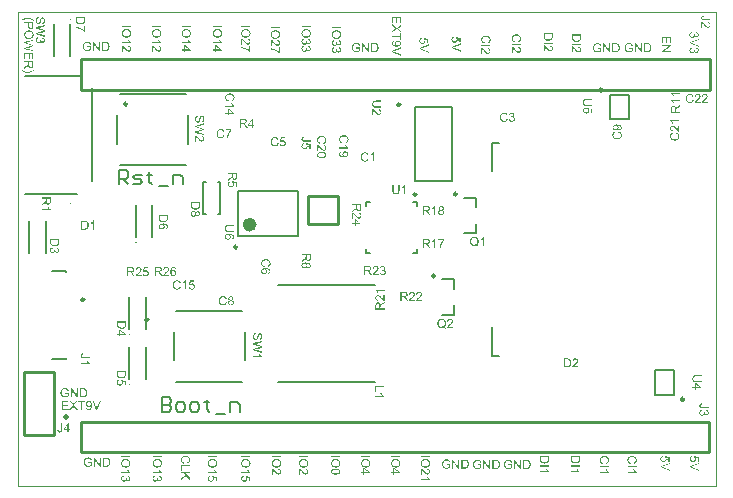
<source format=gto>
G04*
G04 #@! TF.GenerationSoftware,Altium Limited,Altium Designer,18.1.6 (161)*
G04*
G04 Layer_Color=65535*
%FSAX44Y44*%
%MOMM*%
G71*
G01*
G75*
%ADD10C,0.2500*%
%ADD11C,0.1000*%
%ADD12C,0.6000*%
%ADD13C,0.5080*%
%ADD14C,0.2000*%
%ADD15C,0.2540*%
%ADD16C,0.1270*%
G36*
X00008307Y00395990D02*
X00008427D01*
X00008557Y00395980D01*
X00008696Y00395970D01*
X00008866Y00395950D01*
X00009036Y00395930D01*
X00009226Y00395900D01*
X00009635Y00395830D01*
X00010054Y00395731D01*
X00010483Y00395601D01*
X00010503Y00395591D01*
X00010543Y00395581D01*
X00010613Y00395551D01*
X00010713Y00395511D01*
X00010833Y00395461D01*
X00010972Y00395401D01*
X00011132Y00395331D01*
X00011312Y00395241D01*
X00011501Y00395141D01*
X00011711Y00395042D01*
X00011931Y00394922D01*
X00012160Y00394792D01*
X00012400Y00394642D01*
X00012639Y00394493D01*
X00012879Y00394323D01*
X00013128Y00394143D01*
Y00393465D01*
X00013118Y00393475D01*
X00013079Y00393494D01*
X00013029Y00393524D01*
X00012949Y00393564D01*
X00012859Y00393614D01*
X00012759Y00393674D01*
X00012639Y00393744D01*
X00012520Y00393814D01*
X00012270Y00393954D01*
X00012011Y00394093D01*
X00011771Y00394213D01*
X00011661Y00394273D01*
X00011571Y00394313D01*
X00011561D01*
X00011541Y00394323D01*
X00011501Y00394343D01*
X00011442Y00394363D01*
X00011382Y00394393D01*
X00011302Y00394423D01*
X00011212Y00394453D01*
X00011112Y00394493D01*
X00010883Y00394572D01*
X00010633Y00394662D01*
X00010353Y00394742D01*
X00010064Y00394812D01*
X00010054D01*
X00010024Y00394822D01*
X00009964Y00394832D01*
X00009894Y00394842D01*
X00009804Y00394862D01*
X00009705Y00394882D01*
X00009585Y00394902D01*
X00009455Y00394922D01*
X00009305Y00394942D01*
X00009156Y00394962D01*
X00008826Y00395002D01*
X00008467Y00395022D01*
X00008098Y00395032D01*
X00008087D01*
X00008067D01*
X00008038D01*
X00007988D01*
X00007918Y00395022D01*
X00007848D01*
X00007758Y00395012D01*
X00007668D01*
X00007558Y00394992D01*
X00007439Y00394982D01*
X00007309Y00394972D01*
X00007169Y00394952D01*
X00006860Y00394902D01*
X00006520Y00394832D01*
X00006151Y00394752D01*
X00005762Y00394652D01*
X00005342Y00394523D01*
X00004913Y00394373D01*
X00004464Y00394193D01*
X00004005Y00393984D01*
X00003536Y00393744D01*
X00003066Y00393465D01*
Y00394143D01*
X00003076Y00394153D01*
X00003116Y00394173D01*
X00003166Y00394223D01*
X00003246Y00394273D01*
X00003336Y00394343D01*
X00003446Y00394423D01*
X00003575Y00394513D01*
X00003725Y00394603D01*
X00003885Y00394702D01*
X00004065Y00394812D01*
X00004254Y00394922D01*
X00004454Y00395032D01*
X00004664Y00395151D01*
X00004893Y00395261D01*
X00005362Y00395471D01*
X00005382Y00395481D01*
X00005422Y00395491D01*
X00005492Y00395521D01*
X00005592Y00395551D01*
X00005712Y00395591D01*
X00005852Y00395641D01*
X00006021Y00395690D01*
X00006201Y00395731D01*
X00006400Y00395780D01*
X00006610Y00395830D01*
X00006840Y00395880D01*
X00007069Y00395920D01*
X00007568Y00395980D01*
X00007838Y00395990D01*
X00008098Y00396000D01*
X00008108D01*
X00008157D01*
X00008217D01*
X00008307Y00395990D01*
D02*
G37*
G36*
X00012999Y00389092D02*
X00012989Y00388923D01*
X00012979Y00388743D01*
X00012969Y00388543D01*
X00012949Y00388354D01*
X00012919Y00388194D01*
Y00388164D01*
X00012909Y00388144D01*
X00012899Y00388104D01*
X00012879Y00387994D01*
X00012839Y00387864D01*
X00012789Y00387715D01*
X00012729Y00387565D01*
X00012649Y00387405D01*
X00012559Y00387256D01*
X00012550Y00387236D01*
X00012510Y00387196D01*
X00012450Y00387116D01*
X00012370Y00387036D01*
X00012270Y00386936D01*
X00012140Y00386826D01*
X00011990Y00386726D01*
X00011821Y00386637D01*
X00011811D01*
X00011801Y00386627D01*
X00011771Y00386617D01*
X00011741Y00386597D01*
X00011641Y00386557D01*
X00011511Y00386517D01*
X00011352Y00386477D01*
X00011172Y00386437D01*
X00010982Y00386407D01*
X00010773Y00386397D01*
X00010763D01*
X00010733D01*
X00010683D01*
X00010613Y00386407D01*
X00010523Y00386417D01*
X00010423Y00386427D01*
X00010314Y00386447D01*
X00010204Y00386477D01*
X00009934Y00386547D01*
X00009804Y00386597D01*
X00009665Y00386667D01*
X00009525Y00386736D01*
X00009385Y00386816D01*
X00009245Y00386916D01*
X00009116Y00387026D01*
X00009106Y00387036D01*
X00009086Y00387056D01*
X00009056Y00387096D01*
X00009006Y00387146D01*
X00008956Y00387216D01*
X00008906Y00387305D01*
X00008836Y00387415D01*
X00008776Y00387535D01*
X00008716Y00387685D01*
X00008656Y00387845D01*
X00008597Y00388034D01*
X00008547Y00388234D01*
X00008497Y00388463D01*
X00008467Y00388713D01*
X00008447Y00388983D01*
X00008437Y00389272D01*
Y00391228D01*
X00005322D01*
Y00392247D01*
X00012999D01*
Y00389092D01*
D02*
G37*
G36*
X00009235Y00385399D02*
X00009375Y00385389D01*
X00009535Y00385379D01*
X00009715Y00385359D01*
X00009924Y00385319D01*
X00010144Y00385279D01*
X00010383Y00385229D01*
X00010623Y00385159D01*
X00010872Y00385079D01*
X00011122Y00384980D01*
X00011362Y00384860D01*
X00011601Y00384730D01*
X00011831Y00384570D01*
X00012040Y00384391D01*
X00012050Y00384381D01*
X00012090Y00384341D01*
X00012140Y00384281D01*
X00012210Y00384201D01*
X00012290Y00384101D01*
X00012390Y00383981D01*
X00012480Y00383832D01*
X00012589Y00383672D01*
X00012689Y00383492D01*
X00012789Y00383293D01*
X00012879Y00383073D01*
X00012959Y00382834D01*
X00013029Y00382584D01*
X00013079Y00382314D01*
X00013118Y00382035D01*
X00013128Y00381735D01*
Y00381636D01*
X00013118Y00381556D01*
X00013109Y00381466D01*
X00013099Y00381356D01*
X00013089Y00381236D01*
X00013069Y00381097D01*
X00013009Y00380807D01*
X00012919Y00380488D01*
X00012859Y00380318D01*
X00012789Y00380158D01*
X00012709Y00379989D01*
X00012619Y00379829D01*
X00012609Y00379819D01*
X00012599Y00379789D01*
X00012570Y00379749D01*
X00012530Y00379689D01*
X00012470Y00379619D01*
X00012410Y00379529D01*
X00012340Y00379440D01*
X00012250Y00379340D01*
X00012160Y00379240D01*
X00012050Y00379130D01*
X00011931Y00379020D01*
X00011811Y00378910D01*
X00011671Y00378811D01*
X00011521Y00378711D01*
X00011202Y00378521D01*
X00011192Y00378511D01*
X00011162Y00378501D01*
X00011112Y00378481D01*
X00011042Y00378451D01*
X00010952Y00378421D01*
X00010853Y00378381D01*
X00010733Y00378341D01*
X00010603Y00378292D01*
X00010463Y00378252D01*
X00010303Y00378212D01*
X00010134Y00378172D01*
X00009954Y00378142D01*
X00009565Y00378092D01*
X00009355Y00378072D01*
X00009146D01*
X00009136D01*
X00009096D01*
X00009036D01*
X00008946Y00378082D01*
X00008846D01*
X00008726Y00378092D01*
X00008597Y00378112D01*
X00008447Y00378132D01*
X00008287Y00378162D01*
X00008117Y00378192D01*
X00007768Y00378272D01*
X00007409Y00378391D01*
X00007229Y00378471D01*
X00007049Y00378551D01*
X00007039Y00378561D01*
X00007009Y00378571D01*
X00006959Y00378601D01*
X00006900Y00378641D01*
X00006820Y00378691D01*
X00006730Y00378741D01*
X00006640Y00378811D01*
X00006530Y00378890D01*
X00006421Y00378980D01*
X00006311Y00379080D01*
X00006081Y00379310D01*
X00005852Y00379579D01*
X00005752Y00379729D01*
X00005662Y00379889D01*
Y00379899D01*
X00005642Y00379929D01*
X00005622Y00379979D01*
X00005592Y00380038D01*
X00005552Y00380118D01*
X00005512Y00380208D01*
X00005472Y00380318D01*
X00005432Y00380438D01*
X00005382Y00380578D01*
X00005342Y00380717D01*
X00005263Y00381037D01*
X00005213Y00381376D01*
X00005203Y00381556D01*
X00005193Y00381745D01*
Y00381855D01*
X00005203Y00381925D01*
X00005213Y00382025D01*
X00005223Y00382135D01*
X00005233Y00382254D01*
X00005263Y00382394D01*
X00005322Y00382694D01*
X00005412Y00383023D01*
X00005472Y00383193D01*
X00005542Y00383353D01*
X00005622Y00383522D01*
X00005712Y00383682D01*
X00005722Y00383692D01*
X00005732Y00383722D01*
X00005762Y00383762D01*
X00005811Y00383822D01*
X00005861Y00383892D01*
X00005921Y00383971D01*
X00006001Y00384061D01*
X00006081Y00384161D01*
X00006181Y00384261D01*
X00006291Y00384371D01*
X00006410Y00384481D01*
X00006530Y00384580D01*
X00006820Y00384790D01*
X00007139Y00384970D01*
X00007149D01*
X00007179Y00384990D01*
X00007229Y00385010D01*
X00007299Y00385039D01*
X00007379Y00385070D01*
X00007479Y00385109D01*
X00007598Y00385149D01*
X00007718Y00385189D01*
X00007858Y00385229D01*
X00008008Y00385269D01*
X00008327Y00385339D01*
X00008686Y00385389D01*
X00008866Y00385399D01*
X00009056Y00385409D01*
X00009066D01*
X00009076D01*
X00009106D01*
X00009136D01*
X00009235Y00385399D01*
D02*
G37*
G36*
X00012999Y00376415D02*
X00007958Y00375257D01*
X00007948D01*
X00007918Y00375247D01*
X00007878Y00375237D01*
X00007818Y00375227D01*
X00007748Y00375207D01*
X00007668Y00375187D01*
X00007568Y00375167D01*
X00007469Y00375147D01*
X00007229Y00375097D01*
X00006959Y00375037D01*
X00006680Y00374987D01*
X00006391Y00374938D01*
X00006400D01*
X00006440Y00374928D01*
X00006510Y00374908D01*
X00006590Y00374888D01*
X00006680Y00374868D01*
X00006790Y00374838D01*
X00007029Y00374778D01*
X00007279Y00374718D01*
X00007399Y00374688D01*
X00007509Y00374668D01*
X00007608Y00374638D01*
X00007688Y00374618D01*
X00007758Y00374598D01*
X00007808Y00374588D01*
X00012999Y00373131D01*
Y00371903D01*
X00009106Y00370815D01*
X00009086Y00370805D01*
X00009046Y00370795D01*
X00008966Y00370775D01*
X00008856Y00370745D01*
X00008736Y00370715D01*
X00008577Y00370675D01*
X00008407Y00370625D01*
X00008227Y00370585D01*
X00008018Y00370535D01*
X00007808Y00370485D01*
X00007578Y00370436D01*
X00007349Y00370386D01*
X00006870Y00370286D01*
X00006391Y00370206D01*
X00006400D01*
X00006421Y00370196D01*
X00006460Y00370186D01*
X00006520Y00370176D01*
X00006590Y00370166D01*
X00006670Y00370146D01*
X00006770Y00370126D01*
X00006870Y00370106D01*
X00006989Y00370076D01*
X00007119Y00370046D01*
X00007399Y00369986D01*
X00007718Y00369907D01*
X00008058Y00369827D01*
X00012999Y00368619D01*
Y00367591D01*
X00005322Y00369697D01*
Y00370685D01*
X00011162Y00372292D01*
X00011172D01*
X00011192Y00372302D01*
X00011232Y00372312D01*
X00011282Y00372322D01*
X00011402Y00372362D01*
X00011551Y00372402D01*
X00011711Y00372442D01*
X00011861Y00372482D01*
X00011981Y00372522D01*
X00012031Y00372532D01*
X00012070Y00372542D01*
X00012060D01*
X00012050Y00372552D01*
X00012020D01*
X00011981Y00372562D01*
X00011881Y00372582D01*
X00011761Y00372612D01*
X00011621Y00372652D01*
X00011461Y00372692D01*
X00011312Y00372732D01*
X00011162Y00372771D01*
X00005322Y00374389D01*
Y00375457D01*
X00012999Y00377463D01*
Y00376415D01*
D02*
G37*
G36*
Y00361082D02*
X00012090D01*
Y00365604D01*
X00009754D01*
Y00361372D01*
X00008846D01*
Y00365604D01*
X00006231D01*
Y00360903D01*
X00005322D01*
Y00366622D01*
X00012999D01*
Y00361082D01*
D02*
G37*
G36*
Y00355911D02*
X00012989Y00355822D01*
Y00355732D01*
X00012979Y00355622D01*
X00012969Y00355502D01*
X00012949Y00355253D01*
X00012909Y00354993D01*
X00012859Y00354744D01*
X00012829Y00354624D01*
X00012789Y00354524D01*
Y00354514D01*
X00012779Y00354504D01*
X00012769Y00354474D01*
X00012749Y00354434D01*
X00012699Y00354334D01*
X00012619Y00354215D01*
X00012520Y00354075D01*
X00012390Y00353935D01*
X00012230Y00353795D01*
X00012050Y00353666D01*
X00012040D01*
X00012031Y00353656D01*
X00012000Y00353635D01*
X00011961Y00353616D01*
X00011851Y00353566D01*
X00011711Y00353506D01*
X00011541Y00353446D01*
X00011342Y00353396D01*
X00011122Y00353356D01*
X00010892Y00353346D01*
X00010883D01*
X00010853D01*
X00010813D01*
X00010753Y00353356D01*
X00010683Y00353366D01*
X00010603Y00353376D01*
X00010413Y00353416D01*
X00010194Y00353476D01*
X00009964Y00353566D01*
X00009854Y00353626D01*
X00009735Y00353695D01*
X00009625Y00353785D01*
X00009515Y00353875D01*
X00009505Y00353885D01*
X00009495Y00353895D01*
X00009465Y00353935D01*
X00009425Y00353975D01*
X00009385Y00354035D01*
X00009335Y00354105D01*
X00009275Y00354185D01*
X00009215Y00354274D01*
X00009156Y00354384D01*
X00009096Y00354504D01*
X00009036Y00354644D01*
X00008976Y00354794D01*
X00008926Y00354953D01*
X00008876Y00355123D01*
X00008836Y00355312D01*
X00008806Y00355512D01*
X00008796Y00355492D01*
X00008776Y00355442D01*
X00008736Y00355372D01*
X00008686Y00355283D01*
X00008557Y00355083D01*
X00008487Y00354993D01*
X00008417Y00354903D01*
Y00354893D01*
X00008397Y00354883D01*
X00008347Y00354823D01*
X00008257Y00354744D01*
X00008137Y00354624D01*
X00007998Y00354494D01*
X00007818Y00354354D01*
X00007618Y00354204D01*
X00007399Y00354055D01*
X00005322Y00352727D01*
Y00354005D01*
X00006910Y00355013D01*
X00006920D01*
X00006939Y00355033D01*
X00006980Y00355053D01*
X00007019Y00355083D01*
X00007079Y00355123D01*
X00007149Y00355173D01*
X00007299Y00355273D01*
X00007469Y00355392D01*
X00007638Y00355512D01*
X00007808Y00355632D01*
X00007958Y00355752D01*
X00007978Y00355762D01*
X00008018Y00355802D01*
X00008087Y00355852D01*
X00008157Y00355922D01*
X00008247Y00356001D01*
X00008337Y00356091D01*
X00008407Y00356181D01*
X00008477Y00356271D01*
X00008487Y00356281D01*
X00008497Y00356311D01*
X00008527Y00356351D01*
X00008557Y00356411D01*
X00008597Y00356480D01*
X00008626Y00356560D01*
X00008686Y00356730D01*
Y00356740D01*
X00008696Y00356760D01*
Y00356800D01*
X00008706Y00356860D01*
X00008716Y00356940D01*
Y00357039D01*
X00008726Y00357149D01*
Y00358467D01*
X00005322D01*
Y00359485D01*
X00012999D01*
Y00355911D01*
D02*
G37*
G36*
X00013128Y00351250D02*
X00013118Y00351240D01*
X00013069Y00351210D01*
X00012999Y00351160D01*
X00012899Y00351090D01*
X00012779Y00351010D01*
X00012639Y00350910D01*
X00012480Y00350811D01*
X00012300Y00350701D01*
X00012110Y00350581D01*
X00011901Y00350471D01*
X00011681Y00350341D01*
X00011461Y00350222D01*
X00010982Y00350002D01*
X00010733Y00349892D01*
X00010483Y00349802D01*
X00010473D01*
X00010433Y00349782D01*
X00010373Y00349762D01*
X00010284Y00349743D01*
X00010184Y00349703D01*
X00010054Y00349673D01*
X00009914Y00349633D01*
X00009754Y00349593D01*
X00009585Y00349563D01*
X00009405Y00349523D01*
X00009205Y00349483D01*
X00008996Y00349453D01*
X00008557Y00349413D01*
X00008098Y00349393D01*
X00008077D01*
X00008038D01*
X00007958D01*
X00007858Y00349403D01*
X00007728Y00349413D01*
X00007578Y00349423D01*
X00007409Y00349443D01*
X00007229Y00349463D01*
X00007019Y00349493D01*
X00006810Y00349523D01*
X00006580Y00349573D01*
X00006351Y00349623D01*
X00006101Y00349683D01*
X00005861Y00349762D01*
X00005612Y00349842D01*
X00005362Y00349942D01*
X00005352Y00349952D01*
X00005303Y00349962D01*
X00005233Y00349992D01*
X00005143Y00350042D01*
X00005033Y00350092D01*
X00004893Y00350152D01*
X00004743Y00350222D01*
X00004584Y00350312D01*
X00004414Y00350401D01*
X00004224Y00350501D01*
X00003845Y00350721D01*
X00003446Y00350970D01*
X00003066Y00351250D01*
Y00351929D01*
X00003076D01*
X00003096Y00351909D01*
X00003126Y00351889D01*
X00003176Y00351859D01*
X00003236Y00351829D01*
X00003316Y00351779D01*
X00003396Y00351739D01*
X00003496Y00351679D01*
X00003605Y00351629D01*
X00003725Y00351569D01*
X00003855Y00351499D01*
X00003995Y00351429D01*
X00004294Y00351290D01*
X00004634Y00351140D01*
X00005003Y00351000D01*
X00005392Y00350860D01*
X00005811Y00350721D01*
X00006251Y00350601D01*
X00006700Y00350501D01*
X00007159Y00350431D01*
X00007628Y00350381D01*
X00008098Y00350361D01*
X00008108D01*
X00008137D01*
X00008197D01*
X00008267D01*
X00008357Y00350371D01*
X00008457D01*
X00008577Y00350381D01*
X00008706Y00350391D01*
X00008846Y00350401D01*
X00009006Y00350421D01*
X00009335Y00350461D01*
X00009685Y00350511D01*
X00010044Y00350591D01*
X00010054D01*
X00010084Y00350601D01*
X00010124Y00350611D01*
X00010184Y00350621D01*
X00010254Y00350641D01*
X00010333Y00350661D01*
X00010423Y00350691D01*
X00010533Y00350721D01*
X00010763Y00350791D01*
X00011012Y00350881D01*
X00011282Y00350980D01*
X00011551Y00351090D01*
X00011561D01*
X00011571Y00351100D01*
X00011601Y00351110D01*
X00011641Y00351130D01*
X00011691Y00351160D01*
X00011761Y00351190D01*
X00011831Y00351220D01*
X00011921Y00351270D01*
X00012031Y00351320D01*
X00012140Y00351380D01*
X00012270Y00351449D01*
X00012420Y00351529D01*
X00012570Y00351609D01*
X00012739Y00351709D01*
X00012929Y00351809D01*
X00013128Y00351929D01*
Y00351250D01*
D02*
G37*
G36*
X00039926Y00082470D02*
X00040006D01*
X00040106Y00082460D01*
X00040205Y00082450D01*
X00040445Y00082410D01*
X00040695Y00082360D01*
X00040954Y00082290D01*
X00041214Y00082200D01*
X00041224D01*
X00041244Y00082190D01*
X00041274Y00082170D01*
X00041323Y00082150D01*
X00041383Y00082121D01*
X00041443Y00082091D01*
X00041593Y00082011D01*
X00041763Y00081901D01*
X00041942Y00081771D01*
X00042112Y00081621D01*
X00042262Y00081452D01*
Y00081442D01*
X00042282Y00081432D01*
X00042302Y00081402D01*
X00042322Y00081362D01*
X00042362Y00081322D01*
X00042392Y00081262D01*
X00042481Y00081112D01*
X00042581Y00080933D01*
X00042671Y00080723D01*
X00042771Y00080473D01*
X00042851Y00080194D01*
X00041933Y00079944D01*
Y00079954D01*
X00041922Y00079974D01*
X00041912Y00080004D01*
X00041902Y00080044D01*
X00041863Y00080144D01*
X00041813Y00080284D01*
X00041753Y00080423D01*
X00041683Y00080583D01*
X00041593Y00080733D01*
X00041503Y00080863D01*
X00041493Y00080883D01*
X00041453Y00080923D01*
X00041393Y00080983D01*
X00041314Y00081062D01*
X00041214Y00081142D01*
X00041084Y00081232D01*
X00040934Y00081322D01*
X00040764Y00081402D01*
X00040755D01*
X00040745Y00081412D01*
X00040685Y00081432D01*
X00040585Y00081472D01*
X00040455Y00081512D01*
X00040305Y00081542D01*
X00040126Y00081581D01*
X00039926Y00081601D01*
X00039716Y00081611D01*
X00039597D01*
X00039537Y00081601D01*
X00039467D01*
X00039307Y00081581D01*
X00039118Y00081561D01*
X00038908Y00081522D01*
X00038708Y00081462D01*
X00038509Y00081392D01*
X00038499D01*
X00038489Y00081382D01*
X00038429Y00081352D01*
X00038329Y00081312D01*
X00038219Y00081242D01*
X00038089Y00081162D01*
X00037950Y00081072D01*
X00037810Y00080953D01*
X00037690Y00080833D01*
X00037680Y00080813D01*
X00037640Y00080773D01*
X00037580Y00080703D01*
X00037510Y00080613D01*
X00037441Y00080503D01*
X00037361Y00080374D01*
X00037281Y00080224D01*
X00037211Y00080074D01*
Y00080064D01*
X00037201Y00080044D01*
X00037181Y00080004D01*
X00037171Y00079954D01*
X00037141Y00079885D01*
X00037121Y00079805D01*
X00037091Y00079715D01*
X00037071Y00079615D01*
X00037011Y00079385D01*
X00036971Y00079126D01*
X00036931Y00078836D01*
X00036921Y00078527D01*
Y00078517D01*
Y00078477D01*
Y00078427D01*
X00036931Y00078357D01*
Y00078267D01*
X00036941Y00078168D01*
X00036951Y00078048D01*
X00036961Y00077928D01*
X00037011Y00077659D01*
X00037071Y00077369D01*
X00037151Y00077080D01*
X00037271Y00076810D01*
Y00076800D01*
X00037291Y00076780D01*
X00037311Y00076740D01*
X00037341Y00076700D01*
X00037371Y00076640D01*
X00037420Y00076570D01*
X00037530Y00076421D01*
X00037670Y00076261D01*
X00037850Y00076081D01*
X00038049Y00075922D01*
X00038289Y00075782D01*
X00038299D01*
X00038319Y00075772D01*
X00038359Y00075752D01*
X00038409Y00075732D01*
X00038469Y00075702D01*
X00038549Y00075682D01*
X00038628Y00075652D01*
X00038728Y00075622D01*
X00038938Y00075552D01*
X00039177Y00075502D01*
X00039447Y00075462D01*
X00039726Y00075452D01*
X00039836D01*
X00039896Y00075462D01*
X00039966D01*
X00040136Y00075482D01*
X00040335Y00075512D01*
X00040545Y00075562D01*
X00040774Y00075622D01*
X00041014Y00075702D01*
X00041024D01*
X00041044Y00075712D01*
X00041074Y00075732D01*
X00041114Y00075742D01*
X00041234Y00075792D01*
X00041374Y00075862D01*
X00041523Y00075942D01*
X00041683Y00076031D01*
X00041833Y00076131D01*
X00041972Y00076241D01*
Y00077678D01*
X00039716D01*
Y00078587D01*
X00042971D01*
Y00075732D01*
X00042961Y00075722D01*
X00042941Y00075702D01*
X00042901Y00075672D01*
X00042841Y00075632D01*
X00042771Y00075582D01*
X00042691Y00075532D01*
X00042601Y00075472D01*
X00042501Y00075402D01*
X00042262Y00075253D01*
X00042002Y00075113D01*
X00041723Y00074963D01*
X00041423Y00074844D01*
X00041413D01*
X00041383Y00074833D01*
X00041343Y00074813D01*
X00041284Y00074794D01*
X00041214Y00074774D01*
X00041124Y00074754D01*
X00041024Y00074724D01*
X00040924Y00074694D01*
X00040675Y00074644D01*
X00040395Y00074594D01*
X00040096Y00074554D01*
X00039786Y00074544D01*
X00039676D01*
X00039597Y00074554D01*
X00039497D01*
X00039377Y00074574D01*
X00039247Y00074584D01*
X00039107Y00074604D01*
X00038948Y00074634D01*
X00038788Y00074664D01*
X00038439Y00074744D01*
X00038089Y00074864D01*
X00037910Y00074943D01*
X00037730Y00075023D01*
X00037720Y00075033D01*
X00037690Y00075043D01*
X00037640Y00075073D01*
X00037580Y00075113D01*
X00037500Y00075163D01*
X00037411Y00075223D01*
X00037321Y00075303D01*
X00037211Y00075382D01*
X00037101Y00075472D01*
X00036991Y00075582D01*
X00036872Y00075692D01*
X00036762Y00075822D01*
X00036642Y00075951D01*
X00036532Y00076101D01*
X00036432Y00076251D01*
X00036342Y00076421D01*
Y00076431D01*
X00036323Y00076461D01*
X00036302Y00076511D01*
X00036272Y00076580D01*
X00036233Y00076670D01*
X00036193Y00076770D01*
X00036153Y00076890D01*
X00036113Y00077020D01*
X00036063Y00077169D01*
X00036023Y00077329D01*
X00035983Y00077489D01*
X00035943Y00077668D01*
X00035893Y00078058D01*
X00035883Y00078257D01*
X00035873Y00078467D01*
Y00078477D01*
Y00078517D01*
Y00078577D01*
X00035883Y00078657D01*
Y00078756D01*
X00035893Y00078876D01*
X00035913Y00079006D01*
X00035933Y00079156D01*
X00035953Y00079306D01*
X00035983Y00079475D01*
X00036063Y00079825D01*
X00036183Y00080194D01*
X00036253Y00080384D01*
X00036332Y00080563D01*
X00036342Y00080573D01*
X00036352Y00080603D01*
X00036382Y00080653D01*
X00036422Y00080723D01*
X00036472Y00080803D01*
X00036532Y00080893D01*
X00036602Y00080992D01*
X00036682Y00081102D01*
X00036772Y00081222D01*
X00036872Y00081342D01*
X00036981Y00081462D01*
X00037101Y00081581D01*
X00037371Y00081801D01*
X00037520Y00081911D01*
X00037680Y00082001D01*
X00037690Y00082011D01*
X00037720Y00082021D01*
X00037770Y00082041D01*
X00037840Y00082081D01*
X00037920Y00082111D01*
X00038019Y00082150D01*
X00038139Y00082200D01*
X00038269Y00082240D01*
X00038409Y00082290D01*
X00038568Y00082330D01*
X00038728Y00082370D01*
X00038908Y00082410D01*
X00039297Y00082460D01*
X00039497Y00082470D01*
X00039706Y00082480D01*
X00039846D01*
X00039926Y00082470D01*
D02*
G37*
G36*
X00050507Y00074674D02*
X00049459D01*
X00045436Y00080693D01*
Y00074674D01*
X00044458D01*
Y00082350D01*
X00045496D01*
X00049529Y00076321D01*
Y00082350D01*
X00050507D01*
Y00074674D01*
D02*
G37*
G36*
X00055169Y00082340D02*
X00055359D01*
X00055578Y00082320D01*
X00055808Y00082300D01*
X00056027Y00082270D01*
X00056217Y00082230D01*
X00056227D01*
X00056247Y00082220D01*
X00056287Y00082210D01*
X00056327Y00082200D01*
X00056387Y00082180D01*
X00056457Y00082160D01*
X00056606Y00082111D01*
X00056786Y00082031D01*
X00056976Y00081941D01*
X00057165Y00081821D01*
X00057345Y00081681D01*
X00057355Y00081671D01*
X00057375Y00081661D01*
X00057405Y00081631D01*
X00057445Y00081592D01*
X00057495Y00081542D01*
X00057555Y00081482D01*
X00057614Y00081412D01*
X00057684Y00081332D01*
X00057834Y00081142D01*
X00057984Y00080913D01*
X00058134Y00080663D01*
X00058253Y00080374D01*
Y00080364D01*
X00058263Y00080334D01*
X00058283Y00080294D01*
X00058303Y00080234D01*
X00058323Y00080154D01*
X00058353Y00080064D01*
X00058383Y00079964D01*
X00058413Y00079845D01*
X00058433Y00079715D01*
X00058463Y00079575D01*
X00058493Y00079425D01*
X00058513Y00079266D01*
X00058553Y00078916D01*
X00058563Y00078547D01*
Y00078537D01*
Y00078507D01*
Y00078467D01*
Y00078397D01*
X00058553Y00078327D01*
Y00078237D01*
X00058543Y00078138D01*
X00058533Y00078028D01*
X00058513Y00077788D01*
X00058473Y00077529D01*
X00058423Y00077259D01*
X00058353Y00077000D01*
Y00076990D01*
X00058343Y00076970D01*
X00058333Y00076930D01*
X00058313Y00076890D01*
X00058293Y00076830D01*
X00058273Y00076760D01*
X00058213Y00076610D01*
X00058144Y00076431D01*
X00058054Y00076241D01*
X00057944Y00076051D01*
X00057834Y00075882D01*
X00057824Y00075862D01*
X00057774Y00075812D01*
X00057714Y00075732D01*
X00057625Y00075632D01*
X00057525Y00075522D01*
X00057405Y00075402D01*
X00057265Y00075293D01*
X00057125Y00075183D01*
X00057105Y00075173D01*
X00057056Y00075143D01*
X00056976Y00075093D01*
X00056866Y00075043D01*
X00056736Y00074983D01*
X00056576Y00074913D01*
X00056397Y00074854D01*
X00056207Y00074804D01*
X00056197D01*
X00056187Y00074794D01*
X00056157D01*
X00056117Y00074784D01*
X00056067Y00074774D01*
X00056007Y00074764D01*
X00055858Y00074744D01*
X00055678Y00074714D01*
X00055468Y00074694D01*
X00055229Y00074684D01*
X00054979Y00074674D01*
X00052214D01*
Y00082350D01*
X00055079D01*
X00055169Y00082340D01*
D02*
G37*
G36*
X00047561Y00068023D02*
X00050426Y00064000D01*
X00049179D01*
X00047242Y00066735D01*
X00047232Y00066745D01*
X00047212Y00066775D01*
X00047182Y00066825D01*
X00047142Y00066885D01*
X00047092Y00066955D01*
X00047042Y00067035D01*
X00046922Y00067204D01*
X00046913Y00067184D01*
X00046883Y00067144D01*
X00046843Y00067074D01*
X00046783Y00066995D01*
X00046663Y00066805D01*
X00046613Y00066725D01*
X00046563Y00066655D01*
X00044617Y00064000D01*
X00043399D01*
X00046364Y00067983D01*
X00043748Y00071676D01*
X00044966D01*
X00046364Y00069710D01*
X00046374Y00069700D01*
X00046384Y00069680D01*
X00046403Y00069650D01*
X00046433Y00069610D01*
X00046513Y00069500D01*
X00046603Y00069360D01*
X00046703Y00069211D01*
X00046803Y00069051D01*
X00046893Y00068901D01*
X00046972Y00068772D01*
X00046982Y00068791D01*
X00047022Y00068841D01*
X00047072Y00068921D01*
X00047142Y00069031D01*
X00047232Y00069161D01*
X00047342Y00069310D01*
X00047452Y00069460D01*
X00047581Y00069630D01*
X00049109Y00071676D01*
X00050217D01*
X00047561Y00068023D01*
D02*
G37*
G36*
X00067087Y00064000D02*
X00066028D01*
X00063054Y00071676D01*
X00064162D01*
X00066158Y00066096D01*
Y00066086D01*
X00066168Y00066066D01*
X00066178Y00066026D01*
X00066198Y00065986D01*
X00066218Y00065927D01*
X00066238Y00065857D01*
X00066298Y00065687D01*
X00066358Y00065497D01*
X00066428Y00065288D01*
X00066498Y00065058D01*
X00066557Y00064839D01*
Y00064848D01*
X00066568Y00064868D01*
X00066578Y00064898D01*
X00066588Y00064948D01*
X00066607Y00065008D01*
X00066627Y00065068D01*
X00066677Y00065228D01*
X00066737Y00065417D01*
X00066807Y00065637D01*
X00066887Y00065867D01*
X00066977Y00066096D01*
X00069053Y00071676D01*
X00070081D01*
X00067087Y00064000D01*
D02*
G37*
G36*
X00060039Y00071696D02*
X00060099D01*
X00060179Y00071686D01*
X00060359Y00071656D01*
X00060568Y00071606D01*
X00060798Y00071537D01*
X00061037Y00071437D01*
X00061277Y00071297D01*
X00061287D01*
X00061307Y00071277D01*
X00061337Y00071257D01*
X00061377Y00071227D01*
X00061487Y00071127D01*
X00061626Y00071007D01*
X00061776Y00070838D01*
X00061936Y00070648D01*
X00062085Y00070419D01*
X00062215Y00070149D01*
Y00070139D01*
X00062225Y00070119D01*
X00062245Y00070069D01*
X00062265Y00070009D01*
X00062295Y00069929D01*
X00062315Y00069840D01*
X00062345Y00069730D01*
X00062385Y00069600D01*
X00062415Y00069450D01*
X00062445Y00069291D01*
X00062465Y00069121D01*
X00062495Y00068921D01*
X00062515Y00068712D01*
X00062535Y00068492D01*
X00062545Y00068252D01*
Y00067993D01*
Y00067973D01*
Y00067933D01*
Y00067853D01*
Y00067753D01*
X00062535Y00067624D01*
X00062525Y00067484D01*
X00062515Y00067324D01*
X00062505Y00067144D01*
X00062485Y00066965D01*
X00062465Y00066775D01*
X00062415Y00066376D01*
X00062335Y00065996D01*
X00062285Y00065817D01*
X00062225Y00065647D01*
Y00065637D01*
X00062215Y00065607D01*
X00062195Y00065567D01*
X00062165Y00065507D01*
X00062135Y00065427D01*
X00062095Y00065348D01*
X00061986Y00065158D01*
X00061856Y00064938D01*
X00061686Y00064719D01*
X00061497Y00064509D01*
X00061267Y00064319D01*
X00061257D01*
X00061237Y00064300D01*
X00061207Y00064279D01*
X00061157Y00064250D01*
X00061097Y00064220D01*
X00061027Y00064180D01*
X00060938Y00064140D01*
X00060848Y00064100D01*
X00060628Y00064010D01*
X00060378Y00063940D01*
X00060099Y00063890D01*
X00059949Y00063880D01*
X00059790Y00063870D01*
X00059700D01*
X00059640Y00063880D01*
X00059560Y00063890D01*
X00059480Y00063900D01*
X00059380Y00063910D01*
X00059271Y00063930D01*
X00059041Y00063990D01*
X00058791Y00064080D01*
X00058672Y00064140D01*
X00058552Y00064210D01*
X00058432Y00064279D01*
X00058322Y00064369D01*
X00058312Y00064379D01*
X00058302Y00064389D01*
X00058272Y00064419D01*
X00058232Y00064459D01*
X00058183Y00064509D01*
X00058133Y00064579D01*
X00058083Y00064649D01*
X00058023Y00064729D01*
X00057963Y00064829D01*
X00057903Y00064928D01*
X00057853Y00065048D01*
X00057793Y00065178D01*
X00057743Y00065308D01*
X00057703Y00065457D01*
X00057673Y00065607D01*
X00057643Y00065777D01*
X00058552Y00065847D01*
Y00065837D01*
X00058562Y00065817D01*
Y00065787D01*
X00058572Y00065747D01*
X00058602Y00065627D01*
X00058652Y00065497D01*
X00058702Y00065338D01*
X00058781Y00065188D01*
X00058871Y00065048D01*
X00058981Y00064928D01*
X00059001Y00064918D01*
X00059041Y00064888D01*
X00059111Y00064839D01*
X00059211Y00064789D01*
X00059330Y00064739D01*
X00059470Y00064689D01*
X00059640Y00064659D01*
X00059819Y00064649D01*
X00059889D01*
X00059969Y00064659D01*
X00060079Y00064669D01*
X00060189Y00064699D01*
X00060319Y00064729D01*
X00060448Y00064779D01*
X00060578Y00064839D01*
X00060588Y00064848D01*
X00060638Y00064878D01*
X00060698Y00064918D01*
X00060768Y00064978D01*
X00060858Y00065058D01*
X00060947Y00065148D01*
X00061037Y00065248D01*
X00061117Y00065368D01*
X00061127Y00065388D01*
X00061157Y00065427D01*
X00061187Y00065507D01*
X00061237Y00065607D01*
X00061297Y00065737D01*
X00061357Y00065887D01*
X00061417Y00066066D01*
X00061467Y00066266D01*
Y00066276D01*
X00061477Y00066296D01*
Y00066326D01*
X00061487Y00066366D01*
X00061497Y00066416D01*
X00061507Y00066476D01*
X00061536Y00066625D01*
X00061566Y00066795D01*
X00061586Y00066995D01*
X00061596Y00067204D01*
X00061606Y00067424D01*
Y00067434D01*
Y00067474D01*
Y00067534D01*
Y00067614D01*
X00061596Y00067594D01*
X00061556Y00067544D01*
X00061487Y00067454D01*
X00061397Y00067354D01*
X00061287Y00067234D01*
X00061157Y00067114D01*
X00060997Y00066995D01*
X00060828Y00066885D01*
X00060818D01*
X00060808Y00066875D01*
X00060778Y00066855D01*
X00060738Y00066845D01*
X00060648Y00066795D01*
X00060508Y00066745D01*
X00060359Y00066695D01*
X00060179Y00066645D01*
X00059979Y00066615D01*
X00059770Y00066605D01*
X00059680D01*
X00059610Y00066615D01*
X00059530Y00066625D01*
X00059430Y00066645D01*
X00059330Y00066665D01*
X00059211Y00066695D01*
X00059091Y00066725D01*
X00058961Y00066775D01*
X00058831Y00066825D01*
X00058692Y00066895D01*
X00058552Y00066975D01*
X00058422Y00067064D01*
X00058292Y00067174D01*
X00058162Y00067294D01*
X00058152Y00067304D01*
X00058133Y00067324D01*
X00058103Y00067364D01*
X00058063Y00067424D01*
X00058013Y00067484D01*
X00057953Y00067574D01*
X00057893Y00067673D01*
X00057833Y00067783D01*
X00057773Y00067903D01*
X00057713Y00068043D01*
X00057653Y00068193D01*
X00057604Y00068352D01*
X00057564Y00068522D01*
X00057534Y00068712D01*
X00057514Y00068901D01*
X00057504Y00069111D01*
Y00069121D01*
Y00069161D01*
Y00069221D01*
X00057514Y00069300D01*
X00057524Y00069400D01*
X00057544Y00069520D01*
X00057564Y00069650D01*
X00057593Y00069780D01*
X00057673Y00070079D01*
X00057723Y00070239D01*
X00057793Y00070399D01*
X00057873Y00070548D01*
X00057963Y00070708D01*
X00058063Y00070848D01*
X00058183Y00070988D01*
X00058192Y00070998D01*
X00058212Y00071017D01*
X00058252Y00071057D01*
X00058302Y00071097D01*
X00058372Y00071157D01*
X00058452Y00071217D01*
X00058552Y00071277D01*
X00058662Y00071347D01*
X00058771Y00071417D01*
X00058911Y00071477D01*
X00059051Y00071537D01*
X00059201Y00071596D01*
X00059360Y00071636D01*
X00059540Y00071676D01*
X00059720Y00071696D01*
X00059909Y00071706D01*
X00059979D01*
X00060039Y00071696D01*
D02*
G37*
G36*
X00056825Y00070768D02*
X00054299D01*
Y00064000D01*
X00053281D01*
Y00070768D01*
X00050756D01*
Y00071676D01*
X00056825D01*
Y00070768D01*
D02*
G37*
G36*
X00042600D02*
X00038078D01*
Y00068432D01*
X00042311D01*
Y00067524D01*
X00038078D01*
Y00064908D01*
X00042780D01*
Y00064000D01*
X00037060D01*
Y00071676D01*
X00042600D01*
Y00070768D01*
D02*
G37*
G36*
X00058822Y00375796D02*
X00058902D01*
X00059001Y00375786D01*
X00059101Y00375776D01*
X00059341Y00375736D01*
X00059590Y00375686D01*
X00059850Y00375616D01*
X00060109Y00375527D01*
X00060119D01*
X00060139Y00375517D01*
X00060169Y00375497D01*
X00060219Y00375477D01*
X00060279Y00375447D01*
X00060339Y00375417D01*
X00060489Y00375337D01*
X00060658Y00375227D01*
X00060838Y00375097D01*
X00061008Y00374948D01*
X00061157Y00374778D01*
Y00374768D01*
X00061178Y00374758D01*
X00061198Y00374728D01*
X00061217Y00374688D01*
X00061257Y00374648D01*
X00061287Y00374588D01*
X00061377Y00374439D01*
X00061477Y00374259D01*
X00061567Y00374049D01*
X00061667Y00373800D01*
X00061747Y00373520D01*
X00060828Y00373271D01*
Y00373281D01*
X00060818Y00373301D01*
X00060808Y00373330D01*
X00060798Y00373370D01*
X00060758Y00373470D01*
X00060708Y00373610D01*
X00060648Y00373750D01*
X00060579Y00373909D01*
X00060489Y00374059D01*
X00060399Y00374189D01*
X00060389Y00374209D01*
X00060349Y00374249D01*
X00060289Y00374309D01*
X00060209Y00374389D01*
X00060109Y00374468D01*
X00059980Y00374558D01*
X00059830Y00374648D01*
X00059660Y00374728D01*
X00059650D01*
X00059640Y00374738D01*
X00059580Y00374758D01*
X00059481Y00374798D01*
X00059351Y00374838D01*
X00059201Y00374868D01*
X00059021Y00374908D01*
X00058822Y00374928D01*
X00058612Y00374938D01*
X00058492D01*
X00058432Y00374928D01*
X00058362D01*
X00058203Y00374908D01*
X00058013Y00374888D01*
X00057804Y00374848D01*
X00057604Y00374788D01*
X00057404Y00374718D01*
X00057394D01*
X00057384Y00374708D01*
X00057324Y00374678D01*
X00057224Y00374638D01*
X00057115Y00374568D01*
X00056985Y00374488D01*
X00056845Y00374399D01*
X00056705Y00374279D01*
X00056586Y00374159D01*
X00056576Y00374139D01*
X00056536Y00374099D01*
X00056476Y00374029D01*
X00056406Y00373939D01*
X00056336Y00373830D01*
X00056256Y00373700D01*
X00056176Y00373550D01*
X00056107Y00373400D01*
Y00373390D01*
X00056097Y00373370D01*
X00056077Y00373330D01*
X00056067Y00373281D01*
X00056037Y00373211D01*
X00056017Y00373131D01*
X00055987Y00373041D01*
X00055967Y00372941D01*
X00055907Y00372712D01*
X00055867Y00372452D01*
X00055827Y00372163D01*
X00055817Y00371853D01*
Y00371843D01*
Y00371803D01*
Y00371753D01*
X00055827Y00371683D01*
Y00371594D01*
X00055837Y00371494D01*
X00055847Y00371374D01*
X00055857Y00371254D01*
X00055907Y00370985D01*
X00055967Y00370695D01*
X00056047Y00370406D01*
X00056166Y00370136D01*
Y00370126D01*
X00056186Y00370106D01*
X00056206Y00370066D01*
X00056236Y00370026D01*
X00056266Y00369967D01*
X00056316Y00369897D01*
X00056426Y00369747D01*
X00056566Y00369587D01*
X00056745Y00369408D01*
X00056945Y00369248D01*
X00057185Y00369108D01*
X00057195D01*
X00057215Y00369098D01*
X00057255Y00369078D01*
X00057304Y00369058D01*
X00057364Y00369028D01*
X00057444Y00369008D01*
X00057524Y00368978D01*
X00057624Y00368948D01*
X00057833Y00368878D01*
X00058073Y00368829D01*
X00058343Y00368789D01*
X00058622Y00368779D01*
X00058732D01*
X00058792Y00368789D01*
X00058862D01*
X00059031Y00368809D01*
X00059231Y00368839D01*
X00059441Y00368888D01*
X00059670Y00368948D01*
X00059910Y00369028D01*
X00059920D01*
X00059940Y00369038D01*
X00059970Y00369058D01*
X00060010Y00369068D01*
X00060129Y00369118D01*
X00060269Y00369188D01*
X00060419Y00369268D01*
X00060579Y00369358D01*
X00060728Y00369457D01*
X00060868Y00369567D01*
Y00371005D01*
X00058612D01*
Y00371913D01*
X00061866D01*
Y00369058D01*
X00061856Y00369048D01*
X00061836Y00369028D01*
X00061796Y00368998D01*
X00061736Y00368958D01*
X00061667Y00368908D01*
X00061587Y00368858D01*
X00061497Y00368799D01*
X00061397Y00368729D01*
X00061157Y00368579D01*
X00060898Y00368439D01*
X00060619Y00368289D01*
X00060319Y00368170D01*
X00060309D01*
X00060279Y00368160D01*
X00060239Y00368140D01*
X00060179Y00368120D01*
X00060109Y00368100D01*
X00060020Y00368080D01*
X00059920Y00368050D01*
X00059820Y00368020D01*
X00059570Y00367970D01*
X00059291Y00367920D01*
X00058991Y00367880D01*
X00058682Y00367870D01*
X00058572D01*
X00058492Y00367880D01*
X00058393D01*
X00058273Y00367900D01*
X00058143Y00367910D01*
X00058003Y00367930D01*
X00057843Y00367960D01*
X00057684Y00367990D01*
X00057334Y00368070D01*
X00056985Y00368190D01*
X00056805Y00368270D01*
X00056626Y00368349D01*
X00056616Y00368359D01*
X00056586Y00368369D01*
X00056536Y00368399D01*
X00056476Y00368439D01*
X00056396Y00368489D01*
X00056306Y00368549D01*
X00056216Y00368629D01*
X00056107Y00368709D01*
X00055997Y00368799D01*
X00055887Y00368908D01*
X00055767Y00369018D01*
X00055657Y00369148D01*
X00055538Y00369278D01*
X00055428Y00369427D01*
X00055328Y00369577D01*
X00055238Y00369747D01*
Y00369757D01*
X00055218Y00369787D01*
X00055198Y00369837D01*
X00055168Y00369907D01*
X00055128Y00369996D01*
X00055088Y00370096D01*
X00055048Y00370216D01*
X00055009Y00370346D01*
X00054959Y00370496D01*
X00054919Y00370655D01*
X00054879Y00370815D01*
X00054839Y00370995D01*
X00054789Y00371384D01*
X00054779Y00371584D01*
X00054769Y00371793D01*
Y00371803D01*
Y00371843D01*
Y00371903D01*
X00054779Y00371983D01*
Y00372083D01*
X00054789Y00372202D01*
X00054809Y00372332D01*
X00054829Y00372482D01*
X00054849Y00372632D01*
X00054879Y00372801D01*
X00054959Y00373151D01*
X00055078Y00373520D01*
X00055148Y00373710D01*
X00055228Y00373890D01*
X00055238Y00373899D01*
X00055248Y00373929D01*
X00055278Y00373979D01*
X00055318Y00374049D01*
X00055368Y00374129D01*
X00055428Y00374219D01*
X00055498Y00374319D01*
X00055578Y00374428D01*
X00055667Y00374548D01*
X00055767Y00374668D01*
X00055877Y00374788D01*
X00055997Y00374908D01*
X00056266Y00375127D01*
X00056416Y00375237D01*
X00056576Y00375327D01*
X00056586Y00375337D01*
X00056616Y00375347D01*
X00056666Y00375367D01*
X00056735Y00375407D01*
X00056815Y00375437D01*
X00056915Y00375477D01*
X00057035Y00375527D01*
X00057165Y00375566D01*
X00057304Y00375616D01*
X00057464Y00375656D01*
X00057624Y00375696D01*
X00057804Y00375736D01*
X00058193Y00375786D01*
X00058393Y00375796D01*
X00058602Y00375806D01*
X00058742D01*
X00058822Y00375796D01*
D02*
G37*
G36*
X00069403Y00368000D02*
X00068355D01*
X00064332Y00374019D01*
Y00368000D01*
X00063354D01*
Y00375676D01*
X00064392D01*
X00068425Y00369647D01*
Y00375676D01*
X00069403D01*
Y00368000D01*
D02*
G37*
G36*
X00074064Y00375666D02*
X00074254D01*
X00074474Y00375646D01*
X00074703Y00375626D01*
X00074923Y00375597D01*
X00075113Y00375556D01*
X00075123D01*
X00075143Y00375546D01*
X00075182Y00375537D01*
X00075223Y00375527D01*
X00075282Y00375507D01*
X00075352Y00375487D01*
X00075502Y00375437D01*
X00075682Y00375357D01*
X00075871Y00375267D01*
X00076061Y00375147D01*
X00076241Y00375008D01*
X00076251Y00374997D01*
X00076271Y00374987D01*
X00076301Y00374958D01*
X00076340Y00374918D01*
X00076390Y00374868D01*
X00076450Y00374808D01*
X00076510Y00374738D01*
X00076580Y00374658D01*
X00076730Y00374468D01*
X00076880Y00374239D01*
X00077029Y00373989D01*
X00077149Y00373700D01*
Y00373690D01*
X00077159Y00373660D01*
X00077179Y00373620D01*
X00077199Y00373560D01*
X00077219Y00373480D01*
X00077249Y00373390D01*
X00077279Y00373291D01*
X00077309Y00373171D01*
X00077329Y00373041D01*
X00077359Y00372901D01*
X00077389Y00372752D01*
X00077409Y00372592D01*
X00077449Y00372242D01*
X00077459Y00371873D01*
Y00371863D01*
Y00371833D01*
Y00371793D01*
Y00371723D01*
X00077449Y00371654D01*
Y00371564D01*
X00077439Y00371464D01*
X00077428Y00371354D01*
X00077409Y00371114D01*
X00077369Y00370855D01*
X00077319Y00370585D01*
X00077249Y00370326D01*
Y00370316D01*
X00077239Y00370296D01*
X00077229Y00370256D01*
X00077209Y00370216D01*
X00077189Y00370156D01*
X00077169Y00370086D01*
X00077109Y00369936D01*
X00077039Y00369757D01*
X00076949Y00369567D01*
X00076840Y00369378D01*
X00076730Y00369208D01*
X00076720Y00369188D01*
X00076670Y00369138D01*
X00076610Y00369058D01*
X00076520Y00368958D01*
X00076420Y00368848D01*
X00076301Y00368729D01*
X00076161Y00368619D01*
X00076021Y00368509D01*
X00076001Y00368499D01*
X00075951Y00368469D01*
X00075871Y00368419D01*
X00075761Y00368369D01*
X00075632Y00368309D01*
X00075472Y00368240D01*
X00075292Y00368180D01*
X00075103Y00368130D01*
X00075093D01*
X00075083Y00368120D01*
X00075053D01*
X00075013Y00368110D01*
X00074963Y00368100D01*
X00074903Y00368090D01*
X00074753Y00368070D01*
X00074574Y00368040D01*
X00074364Y00368020D01*
X00074124Y00368010D01*
X00073875Y00368000D01*
X00071110D01*
Y00375676D01*
X00073975D01*
X00074064Y00375666D01*
D02*
G37*
G36*
X00095676Y00387982D02*
X00088000D01*
Y00389000D01*
X00095676D01*
Y00387982D01*
D02*
G37*
G36*
X00091913Y00386494D02*
X00092053Y00386484D01*
X00092213Y00386474D01*
X00092392Y00386454D01*
X00092602Y00386414D01*
X00092822Y00386375D01*
X00093061Y00386325D01*
X00093301Y00386255D01*
X00093550Y00386175D01*
X00093800Y00386075D01*
X00094039Y00385955D01*
X00094279Y00385826D01*
X00094508Y00385666D01*
X00094718Y00385486D01*
X00094728Y00385476D01*
X00094768Y00385436D01*
X00094818Y00385376D01*
X00094888Y00385296D01*
X00094968Y00385197D01*
X00095068Y00385077D01*
X00095157Y00384927D01*
X00095267Y00384767D01*
X00095367Y00384588D01*
X00095467Y00384388D01*
X00095557Y00384168D01*
X00095637Y00383929D01*
X00095706Y00383679D01*
X00095756Y00383410D01*
X00095796Y00383130D01*
X00095806Y00382831D01*
Y00382731D01*
X00095796Y00382651D01*
X00095786Y00382561D01*
X00095776Y00382452D01*
X00095766Y00382332D01*
X00095746Y00382192D01*
X00095686Y00381903D01*
X00095597Y00381583D01*
X00095537Y00381413D01*
X00095467Y00381254D01*
X00095387Y00381084D01*
X00095297Y00380924D01*
X00095287Y00380914D01*
X00095277Y00380884D01*
X00095247Y00380844D01*
X00095207Y00380784D01*
X00095147Y00380715D01*
X00095087Y00380625D01*
X00095018Y00380535D01*
X00094928Y00380435D01*
X00094838Y00380335D01*
X00094728Y00380225D01*
X00094608Y00380116D01*
X00094489Y00380006D01*
X00094349Y00379906D01*
X00094199Y00379806D01*
X00093880Y00379617D01*
X00093870Y00379607D01*
X00093840Y00379597D01*
X00093790Y00379577D01*
X00093720Y00379547D01*
X00093630Y00379517D01*
X00093530Y00379477D01*
X00093411Y00379437D01*
X00093281Y00379387D01*
X00093141Y00379347D01*
X00092981Y00379307D01*
X00092812Y00379267D01*
X00092632Y00379237D01*
X00092243Y00379187D01*
X00092033Y00379167D01*
X00091823D01*
X00091813D01*
X00091773D01*
X00091713D01*
X00091624Y00379177D01*
X00091524D01*
X00091404Y00379187D01*
X00091274Y00379207D01*
X00091125Y00379227D01*
X00090965Y00379257D01*
X00090795Y00379287D01*
X00090446Y00379367D01*
X00090086Y00379487D01*
X00089907Y00379567D01*
X00089727Y00379646D01*
X00089717Y00379656D01*
X00089687Y00379666D01*
X00089637Y00379696D01*
X00089577Y00379736D01*
X00089497Y00379786D01*
X00089408Y00379836D01*
X00089318Y00379906D01*
X00089208Y00379986D01*
X00089098Y00380076D01*
X00088988Y00380176D01*
X00088759Y00380405D01*
X00088529Y00380675D01*
X00088429Y00380824D01*
X00088340Y00380984D01*
Y00380994D01*
X00088320Y00381024D01*
X00088300Y00381074D01*
X00088270Y00381134D01*
X00088230Y00381214D01*
X00088190Y00381304D01*
X00088150Y00381413D01*
X00088110Y00381533D01*
X00088060Y00381673D01*
X00088020Y00381813D01*
X00087940Y00382132D01*
X00087890Y00382472D01*
X00087880Y00382651D01*
X00087870Y00382841D01*
Y00382951D01*
X00087880Y00383021D01*
X00087890Y00383120D01*
X00087900Y00383230D01*
X00087910Y00383350D01*
X00087940Y00383490D01*
X00088000Y00383789D01*
X00088090Y00384118D01*
X00088150Y00384288D01*
X00088220Y00384448D01*
X00088300Y00384618D01*
X00088390Y00384777D01*
X00088399Y00384787D01*
X00088409Y00384817D01*
X00088439Y00384857D01*
X00088489Y00384917D01*
X00088539Y00384987D01*
X00088599Y00385067D01*
X00088679Y00385157D01*
X00088759Y00385257D01*
X00088859Y00385356D01*
X00088968Y00385466D01*
X00089088Y00385576D01*
X00089208Y00385676D01*
X00089497Y00385885D01*
X00089817Y00386065D01*
X00089827D01*
X00089857Y00386085D01*
X00089907Y00386105D01*
X00089977Y00386135D01*
X00090056Y00386165D01*
X00090156Y00386205D01*
X00090276Y00386245D01*
X00090396Y00386285D01*
X00090536Y00386325D01*
X00090685Y00386365D01*
X00091005Y00386434D01*
X00091364Y00386484D01*
X00091544Y00386494D01*
X00091734Y00386504D01*
X00091743D01*
X00091754D01*
X00091783D01*
X00091813D01*
X00091913Y00386494D01*
D02*
G37*
G36*
X00093780Y00377510D02*
X00093800Y00377480D01*
X00093820Y00377440D01*
X00093850Y00377391D01*
X00093880Y00377321D01*
X00093930Y00377241D01*
X00094029Y00377051D01*
X00094159Y00376842D01*
X00094319Y00376602D01*
X00094489Y00376372D01*
X00094678Y00376143D01*
X00094688Y00376133D01*
X00094698Y00376113D01*
X00094728Y00376083D01*
X00094768Y00376043D01*
X00094868Y00375943D01*
X00095008Y00375813D01*
X00095157Y00375684D01*
X00095337Y00375544D01*
X00095517Y00375414D01*
X00095706Y00375304D01*
Y00374695D01*
X00088000D01*
Y00375634D01*
X00094000D01*
X00093989Y00375654D01*
X00093949Y00375694D01*
X00093880Y00375773D01*
X00093800Y00375873D01*
X00093700Y00376003D01*
X00093590Y00376163D01*
X00093470Y00376332D01*
X00093351Y00376532D01*
Y00376542D01*
X00093341Y00376552D01*
X00093321Y00376582D01*
X00093301Y00376622D01*
X00093241Y00376732D01*
X00093171Y00376861D01*
X00093091Y00377011D01*
X00093011Y00377181D01*
X00092931Y00377351D01*
X00092861Y00377520D01*
X00093780D01*
Y00377510D01*
D02*
G37*
G36*
X00088210Y00372409D02*
X00088310Y00372399D01*
X00088419Y00372379D01*
X00088529Y00372350D01*
X00088649Y00372310D01*
X00088659D01*
X00088669Y00372300D01*
X00088699Y00372290D01*
X00088739Y00372270D01*
X00088839Y00372230D01*
X00088968Y00372160D01*
X00089128Y00372070D01*
X00089298Y00371970D01*
X00089478Y00371840D01*
X00089667Y00371691D01*
X00089677Y00371681D01*
X00089687Y00371671D01*
X00089717Y00371641D01*
X00089757Y00371611D01*
X00089867Y00371511D01*
X00090007Y00371371D01*
X00090176Y00371202D01*
X00090376Y00370992D01*
X00090596Y00370742D01*
X00090835Y00370453D01*
X00090845Y00370443D01*
X00090885Y00370403D01*
X00090935Y00370333D01*
X00091005Y00370253D01*
X00091095Y00370153D01*
X00091194Y00370034D01*
X00091304Y00369904D01*
X00091424Y00369774D01*
X00091684Y00369495D01*
X00091953Y00369215D01*
X00092093Y00369085D01*
X00092223Y00368966D01*
X00092342Y00368856D01*
X00092462Y00368766D01*
X00092472Y00368756D01*
X00092492Y00368746D01*
X00092522Y00368726D01*
X00092562Y00368696D01*
X00092622Y00368666D01*
X00092682Y00368626D01*
X00092831Y00368536D01*
X00093001Y00368456D01*
X00093191Y00368387D01*
X00093400Y00368337D01*
X00093500Y00368317D01*
X00093600D01*
X00093610D01*
X00093630D01*
X00093650D01*
X00093690Y00368327D01*
X00093800Y00368337D01*
X00093930Y00368367D01*
X00094079Y00368416D01*
X00094229Y00368486D01*
X00094389Y00368586D01*
X00094538Y00368726D01*
X00094558Y00368746D01*
X00094598Y00368796D01*
X00094658Y00368886D01*
X00094738Y00369006D01*
X00094808Y00369155D01*
X00094868Y00369335D01*
X00094908Y00369544D01*
X00094928Y00369774D01*
Y00369844D01*
X00094918Y00369884D01*
Y00369944D01*
X00094908Y00370014D01*
X00094878Y00370163D01*
X00094828Y00370333D01*
X00094758Y00370523D01*
X00094658Y00370703D01*
X00094518Y00370862D01*
X00094499Y00370882D01*
X00094449Y00370922D01*
X00094349Y00370992D01*
X00094229Y00371062D01*
X00094059Y00371142D01*
X00093870Y00371212D01*
X00093650Y00371251D01*
X00093391Y00371271D01*
X00093490Y00372240D01*
X00093500D01*
X00093540Y00372230D01*
X00093590D01*
X00093670Y00372220D01*
X00093760Y00372200D01*
X00093860Y00372180D01*
X00093980Y00372150D01*
X00094099Y00372110D01*
X00094369Y00372020D01*
X00094508Y00371960D01*
X00094638Y00371890D01*
X00094778Y00371810D01*
X00094908Y00371721D01*
X00095028Y00371621D01*
X00095137Y00371501D01*
X00095147Y00371491D01*
X00095157Y00371471D01*
X00095187Y00371431D01*
X00095227Y00371381D01*
X00095267Y00371311D01*
X00095317Y00371231D01*
X00095367Y00371142D01*
X00095427Y00371032D01*
X00095477Y00370912D01*
X00095527Y00370782D01*
X00095577Y00370643D01*
X00095617Y00370483D01*
X00095656Y00370323D01*
X00095686Y00370144D01*
X00095696Y00369954D01*
X00095706Y00369754D01*
Y00369644D01*
X00095696Y00369575D01*
X00095686Y00369475D01*
X00095676Y00369365D01*
X00095656Y00369245D01*
X00095627Y00369115D01*
X00095557Y00368836D01*
X00095507Y00368696D01*
X00095447Y00368546D01*
X00095377Y00368397D01*
X00095287Y00368257D01*
X00095197Y00368127D01*
X00095087Y00367997D01*
X00095077Y00367987D01*
X00095058Y00367967D01*
X00095028Y00367937D01*
X00094978Y00367897D01*
X00094918Y00367848D01*
X00094848Y00367788D01*
X00094768Y00367738D01*
X00094668Y00367668D01*
X00094568Y00367608D01*
X00094449Y00367558D01*
X00094189Y00367448D01*
X00094049Y00367408D01*
X00093900Y00367378D01*
X00093740Y00367358D01*
X00093570Y00367348D01*
X00093550D01*
X00093490D01*
X00093400Y00367358D01*
X00093281Y00367368D01*
X00093151Y00367398D01*
X00092991Y00367428D01*
X00092831Y00367478D01*
X00092662Y00367538D01*
X00092642Y00367548D01*
X00092582Y00367578D01*
X00092492Y00367618D01*
X00092382Y00367688D01*
X00092243Y00367778D01*
X00092083Y00367887D01*
X00091903Y00368017D01*
X00091723Y00368167D01*
X00091713D01*
X00091704Y00368187D01*
X00091674Y00368217D01*
X00091634Y00368247D01*
X00091584Y00368297D01*
X00091524Y00368357D01*
X00091454Y00368427D01*
X00091374Y00368516D01*
X00091284Y00368606D01*
X00091185Y00368716D01*
X00091065Y00368836D01*
X00090945Y00368966D01*
X00090815Y00369115D01*
X00090685Y00369265D01*
X00090536Y00369445D01*
X00090376Y00369624D01*
X00090366Y00369634D01*
X00090346Y00369664D01*
X00090306Y00369704D01*
X00090266Y00369764D01*
X00090206Y00369824D01*
X00090136Y00369904D01*
X00089987Y00370074D01*
X00089827Y00370263D01*
X00089667Y00370443D01*
X00089597Y00370523D01*
X00089527Y00370593D01*
X00089458Y00370662D01*
X00089408Y00370712D01*
X00089398Y00370722D01*
X00089368Y00370752D01*
X00089318Y00370792D01*
X00089248Y00370852D01*
X00089178Y00370912D01*
X00089088Y00370982D01*
X00088909Y00371112D01*
Y00367338D01*
X00088000D01*
Y00372419D01*
X00088020D01*
X00088060D01*
X00088120D01*
X00088210Y00372409D01*
D02*
G37*
G36*
X00121251Y00387982D02*
X00113575D01*
Y00389000D01*
X00121251D01*
Y00387982D01*
D02*
G37*
G36*
X00117488Y00386494D02*
X00117628Y00386484D01*
X00117787Y00386474D01*
X00117967Y00386454D01*
X00118177Y00386414D01*
X00118396Y00386375D01*
X00118636Y00386325D01*
X00118875Y00386255D01*
X00119125Y00386175D01*
X00119375Y00386075D01*
X00119614Y00385955D01*
X00119854Y00385826D01*
X00120083Y00385666D01*
X00120293Y00385486D01*
X00120303Y00385476D01*
X00120343Y00385436D01*
X00120393Y00385376D01*
X00120463Y00385296D01*
X00120542Y00385197D01*
X00120642Y00385077D01*
X00120732Y00384927D01*
X00120842Y00384767D01*
X00120942Y00384588D01*
X00121041Y00384388D01*
X00121131Y00384168D01*
X00121211Y00383929D01*
X00121281Y00383679D01*
X00121331Y00383410D01*
X00121371Y00383130D01*
X00121381Y00382831D01*
Y00382731D01*
X00121371Y00382651D01*
X00121361Y00382561D01*
X00121351Y00382452D01*
X00121341Y00382332D01*
X00121321Y00382192D01*
X00121261Y00381903D01*
X00121171Y00381583D01*
X00121111Y00381413D01*
X00121041Y00381254D01*
X00120962Y00381084D01*
X00120872Y00380924D01*
X00120862Y00380914D01*
X00120852Y00380884D01*
X00120822Y00380844D01*
X00120782Y00380784D01*
X00120722Y00380715D01*
X00120662Y00380625D01*
X00120592Y00380535D01*
X00120503Y00380435D01*
X00120413Y00380335D01*
X00120303Y00380225D01*
X00120183Y00380116D01*
X00120063Y00380006D01*
X00119923Y00379906D01*
X00119774Y00379806D01*
X00119454Y00379617D01*
X00119444Y00379607D01*
X00119414Y00379597D01*
X00119365Y00379577D01*
X00119295Y00379547D01*
X00119205Y00379517D01*
X00119105Y00379477D01*
X00118985Y00379437D01*
X00118855Y00379387D01*
X00118716Y00379347D01*
X00118556Y00379307D01*
X00118386Y00379267D01*
X00118207Y00379237D01*
X00117817Y00379187D01*
X00117608Y00379167D01*
X00117398D01*
X00117388D01*
X00117348D01*
X00117288D01*
X00117198Y00379177D01*
X00117099D01*
X00116979Y00379187D01*
X00116849Y00379207D01*
X00116699Y00379227D01*
X00116539Y00379257D01*
X00116370Y00379287D01*
X00116020Y00379367D01*
X00115661Y00379487D01*
X00115481Y00379567D01*
X00115302Y00379646D01*
X00115292Y00379656D01*
X00115262Y00379666D01*
X00115212Y00379696D01*
X00115152Y00379736D01*
X00115072Y00379786D01*
X00114982Y00379836D01*
X00114893Y00379906D01*
X00114783Y00379986D01*
X00114673Y00380076D01*
X00114563Y00380176D01*
X00114333Y00380405D01*
X00114104Y00380675D01*
X00114004Y00380824D01*
X00113914Y00380984D01*
Y00380994D01*
X00113894Y00381024D01*
X00113874Y00381074D01*
X00113844Y00381134D01*
X00113804Y00381214D01*
X00113764Y00381304D01*
X00113725Y00381413D01*
X00113685Y00381533D01*
X00113635Y00381673D01*
X00113595Y00381813D01*
X00113515Y00382132D01*
X00113465Y00382472D01*
X00113455Y00382651D01*
X00113445Y00382841D01*
Y00382951D01*
X00113455Y00383021D01*
X00113465Y00383120D01*
X00113475Y00383230D01*
X00113485Y00383350D01*
X00113515Y00383490D01*
X00113575Y00383789D01*
X00113665Y00384118D01*
X00113725Y00384288D01*
X00113794Y00384448D01*
X00113874Y00384618D01*
X00113964Y00384777D01*
X00113974Y00384787D01*
X00113984Y00384817D01*
X00114014Y00384857D01*
X00114064Y00384917D01*
X00114114Y00384987D01*
X00114174Y00385067D01*
X00114254Y00385157D01*
X00114333Y00385257D01*
X00114433Y00385356D01*
X00114543Y00385466D01*
X00114663Y00385576D01*
X00114783Y00385676D01*
X00115072Y00385885D01*
X00115392Y00386065D01*
X00115402D01*
X00115431Y00386085D01*
X00115481Y00386105D01*
X00115551Y00386135D01*
X00115631Y00386165D01*
X00115731Y00386205D01*
X00115851Y00386245D01*
X00115971Y00386285D01*
X00116110Y00386325D01*
X00116260Y00386365D01*
X00116580Y00386434D01*
X00116939Y00386484D01*
X00117119Y00386494D01*
X00117308Y00386504D01*
X00117318D01*
X00117328D01*
X00117358D01*
X00117388D01*
X00117488Y00386494D01*
D02*
G37*
G36*
X00119354Y00377510D02*
X00119375Y00377480D01*
X00119395Y00377440D01*
X00119424Y00377391D01*
X00119454Y00377321D01*
X00119504Y00377241D01*
X00119604Y00377051D01*
X00119734Y00376842D01*
X00119894Y00376602D01*
X00120063Y00376372D01*
X00120253Y00376143D01*
X00120263Y00376133D01*
X00120273Y00376113D01*
X00120303Y00376083D01*
X00120343Y00376043D01*
X00120443Y00375943D01*
X00120582Y00375813D01*
X00120732Y00375684D01*
X00120912Y00375544D01*
X00121091Y00375414D01*
X00121281Y00375304D01*
Y00374695D01*
X00113575D01*
Y00375634D01*
X00119574D01*
X00119564Y00375654D01*
X00119524Y00375694D01*
X00119454Y00375773D01*
X00119375Y00375873D01*
X00119275Y00376003D01*
X00119165Y00376163D01*
X00119045Y00376332D01*
X00118925Y00376532D01*
Y00376542D01*
X00118915Y00376552D01*
X00118895Y00376582D01*
X00118875Y00376622D01*
X00118815Y00376732D01*
X00118746Y00376861D01*
X00118666Y00377011D01*
X00118586Y00377181D01*
X00118506Y00377351D01*
X00118436Y00377520D01*
X00119354D01*
Y00377510D01*
D02*
G37*
G36*
X00113785Y00372409D02*
X00113884Y00372399D01*
X00113994Y00372379D01*
X00114104Y00372350D01*
X00114224Y00372310D01*
X00114234D01*
X00114244Y00372300D01*
X00114274Y00372290D01*
X00114313Y00372270D01*
X00114413Y00372230D01*
X00114543Y00372160D01*
X00114703Y00372070D01*
X00114873Y00371970D01*
X00115052Y00371840D01*
X00115242Y00371691D01*
X00115252Y00371681D01*
X00115262Y00371671D01*
X00115292Y00371641D01*
X00115332Y00371611D01*
X00115442Y00371511D01*
X00115581Y00371371D01*
X00115751Y00371202D01*
X00115951Y00370992D01*
X00116170Y00370742D01*
X00116410Y00370453D01*
X00116420Y00370443D01*
X00116460Y00370403D01*
X00116510Y00370333D01*
X00116580Y00370253D01*
X00116669Y00370153D01*
X00116769Y00370034D01*
X00116879Y00369904D01*
X00116999Y00369774D01*
X00117258Y00369495D01*
X00117528Y00369215D01*
X00117668Y00369085D01*
X00117797Y00368966D01*
X00117917Y00368856D01*
X00118037Y00368766D01*
X00118047Y00368756D01*
X00118067Y00368746D01*
X00118097Y00368726D01*
X00118137Y00368696D01*
X00118197Y00368666D01*
X00118257Y00368626D01*
X00118406Y00368536D01*
X00118576Y00368456D01*
X00118766Y00368387D01*
X00118975Y00368337D01*
X00119075Y00368317D01*
X00119175D01*
X00119185D01*
X00119205D01*
X00119225D01*
X00119265Y00368327D01*
X00119375Y00368337D01*
X00119504Y00368367D01*
X00119654Y00368416D01*
X00119804Y00368486D01*
X00119963Y00368586D01*
X00120113Y00368726D01*
X00120133Y00368746D01*
X00120173Y00368796D01*
X00120233Y00368886D01*
X00120313Y00369006D01*
X00120383Y00369155D01*
X00120443Y00369335D01*
X00120483Y00369544D01*
X00120503Y00369774D01*
Y00369844D01*
X00120492Y00369884D01*
Y00369944D01*
X00120483Y00370014D01*
X00120453Y00370163D01*
X00120403Y00370333D01*
X00120333Y00370523D01*
X00120233Y00370703D01*
X00120093Y00370862D01*
X00120073Y00370882D01*
X00120023Y00370922D01*
X00119923Y00370992D01*
X00119804Y00371062D01*
X00119634Y00371142D01*
X00119444Y00371212D01*
X00119225Y00371251D01*
X00118965Y00371271D01*
X00119065Y00372240D01*
X00119075D01*
X00119115Y00372230D01*
X00119165D01*
X00119245Y00372220D01*
X00119335Y00372200D01*
X00119434Y00372180D01*
X00119554Y00372150D01*
X00119674Y00372110D01*
X00119944Y00372020D01*
X00120083Y00371960D01*
X00120213Y00371890D01*
X00120353Y00371810D01*
X00120483Y00371721D01*
X00120602Y00371621D01*
X00120712Y00371501D01*
X00120722Y00371491D01*
X00120732Y00371471D01*
X00120762Y00371431D01*
X00120802Y00371381D01*
X00120842Y00371311D01*
X00120892Y00371231D01*
X00120942Y00371142D01*
X00121002Y00371032D01*
X00121052Y00370912D01*
X00121101Y00370782D01*
X00121151Y00370643D01*
X00121191Y00370483D01*
X00121231Y00370323D01*
X00121261Y00370144D01*
X00121271Y00369954D01*
X00121281Y00369754D01*
Y00369644D01*
X00121271Y00369575D01*
X00121261Y00369475D01*
X00121251Y00369365D01*
X00121231Y00369245D01*
X00121201Y00369115D01*
X00121131Y00368836D01*
X00121081Y00368696D01*
X00121022Y00368546D01*
X00120952Y00368397D01*
X00120862Y00368257D01*
X00120772Y00368127D01*
X00120662Y00367997D01*
X00120652Y00367987D01*
X00120632Y00367967D01*
X00120602Y00367937D01*
X00120552Y00367897D01*
X00120492Y00367848D01*
X00120423Y00367788D01*
X00120343Y00367738D01*
X00120243Y00367668D01*
X00120143Y00367608D01*
X00120023Y00367558D01*
X00119764Y00367448D01*
X00119624Y00367408D01*
X00119474Y00367378D01*
X00119315Y00367358D01*
X00119145Y00367348D01*
X00119125D01*
X00119065D01*
X00118975Y00367358D01*
X00118855Y00367368D01*
X00118726Y00367398D01*
X00118566Y00367428D01*
X00118406Y00367478D01*
X00118237Y00367538D01*
X00118217Y00367548D01*
X00118157Y00367578D01*
X00118067Y00367618D01*
X00117957Y00367688D01*
X00117817Y00367778D01*
X00117657Y00367887D01*
X00117478Y00368017D01*
X00117298Y00368167D01*
X00117288D01*
X00117278Y00368187D01*
X00117248Y00368217D01*
X00117208Y00368247D01*
X00117158Y00368297D01*
X00117099Y00368357D01*
X00117029Y00368427D01*
X00116949Y00368516D01*
X00116859Y00368606D01*
X00116759Y00368716D01*
X00116639Y00368836D01*
X00116520Y00368966D01*
X00116390Y00369115D01*
X00116260Y00369265D01*
X00116110Y00369445D01*
X00115951Y00369624D01*
X00115941Y00369634D01*
X00115921Y00369664D01*
X00115881Y00369704D01*
X00115841Y00369764D01*
X00115781Y00369824D01*
X00115711Y00369904D01*
X00115561Y00370074D01*
X00115402Y00370263D01*
X00115242Y00370443D01*
X00115172Y00370523D01*
X00115102Y00370593D01*
X00115032Y00370662D01*
X00114982Y00370712D01*
X00114972Y00370722D01*
X00114942Y00370752D01*
X00114893Y00370792D01*
X00114823Y00370852D01*
X00114753Y00370912D01*
X00114663Y00370982D01*
X00114483Y00371112D01*
Y00367338D01*
X00113575D01*
Y00372419D01*
X00113595D01*
X00113635D01*
X00113695D01*
X00113785Y00372409D01*
D02*
G37*
G36*
X00146244Y00387982D02*
X00138568D01*
Y00389000D01*
X00146244D01*
Y00387982D01*
D02*
G37*
G36*
X00142481Y00386494D02*
X00142621Y00386484D01*
X00142781Y00386474D01*
X00142960Y00386454D01*
X00143170Y00386414D01*
X00143390Y00386375D01*
X00143629Y00386325D01*
X00143869Y00386255D01*
X00144118Y00386175D01*
X00144368Y00386075D01*
X00144607Y00385955D01*
X00144847Y00385826D01*
X00145077Y00385666D01*
X00145286Y00385486D01*
X00145296Y00385476D01*
X00145336Y00385436D01*
X00145386Y00385376D01*
X00145456Y00385296D01*
X00145536Y00385197D01*
X00145636Y00385077D01*
X00145725Y00384927D01*
X00145835Y00384767D01*
X00145935Y00384588D01*
X00146035Y00384388D01*
X00146125Y00384168D01*
X00146205Y00383929D01*
X00146274Y00383679D01*
X00146324Y00383410D01*
X00146364Y00383130D01*
X00146374Y00382831D01*
Y00382731D01*
X00146364Y00382651D01*
X00146354Y00382561D01*
X00146344Y00382452D01*
X00146334Y00382332D01*
X00146314Y00382192D01*
X00146255Y00381903D01*
X00146165Y00381583D01*
X00146105Y00381413D01*
X00146035Y00381254D01*
X00145955Y00381084D01*
X00145865Y00380924D01*
X00145855Y00380914D01*
X00145845Y00380884D01*
X00145815Y00380844D01*
X00145775Y00380784D01*
X00145715Y00380715D01*
X00145655Y00380625D01*
X00145586Y00380535D01*
X00145496Y00380435D01*
X00145406Y00380335D01*
X00145296Y00380225D01*
X00145176Y00380116D01*
X00145057Y00380006D01*
X00144917Y00379906D01*
X00144767Y00379806D01*
X00144448Y00379617D01*
X00144438Y00379607D01*
X00144408Y00379597D01*
X00144358Y00379577D01*
X00144288Y00379547D01*
X00144198Y00379517D01*
X00144098Y00379477D01*
X00143979Y00379437D01*
X00143849Y00379387D01*
X00143709Y00379347D01*
X00143549Y00379307D01*
X00143380Y00379267D01*
X00143200Y00379237D01*
X00142811Y00379187D01*
X00142601Y00379167D01*
X00142391D01*
X00142381D01*
X00142341D01*
X00142282D01*
X00142192Y00379177D01*
X00142092D01*
X00141972Y00379187D01*
X00141842Y00379207D01*
X00141693Y00379227D01*
X00141533Y00379257D01*
X00141363Y00379287D01*
X00141014Y00379367D01*
X00140654Y00379487D01*
X00140475Y00379567D01*
X00140295Y00379646D01*
X00140285Y00379656D01*
X00140255Y00379666D01*
X00140205Y00379696D01*
X00140145Y00379736D01*
X00140065Y00379786D01*
X00139976Y00379836D01*
X00139886Y00379906D01*
X00139776Y00379986D01*
X00139666Y00380076D01*
X00139556Y00380176D01*
X00139327Y00380405D01*
X00139097Y00380675D01*
X00138997Y00380824D01*
X00138908Y00380984D01*
Y00380994D01*
X00138888Y00381024D01*
X00138868Y00381074D01*
X00138838Y00381134D01*
X00138798Y00381214D01*
X00138758Y00381304D01*
X00138718Y00381413D01*
X00138678Y00381533D01*
X00138628Y00381673D01*
X00138588Y00381813D01*
X00138508Y00382132D01*
X00138458Y00382472D01*
X00138448Y00382651D01*
X00138438Y00382841D01*
Y00382951D01*
X00138448Y00383021D01*
X00138458Y00383120D01*
X00138468Y00383230D01*
X00138478Y00383350D01*
X00138508Y00383490D01*
X00138568Y00383789D01*
X00138658Y00384118D01*
X00138718Y00384288D01*
X00138788Y00384448D01*
X00138868Y00384618D01*
X00138958Y00384777D01*
X00138968Y00384787D01*
X00138977Y00384817D01*
X00139007Y00384857D01*
X00139057Y00384917D01*
X00139107Y00384987D01*
X00139167Y00385067D01*
X00139247Y00385157D01*
X00139327Y00385257D01*
X00139427Y00385356D01*
X00139536Y00385466D01*
X00139656Y00385576D01*
X00139776Y00385676D01*
X00140065Y00385885D01*
X00140385Y00386065D01*
X00140395D01*
X00140425Y00386085D01*
X00140475Y00386105D01*
X00140545Y00386135D01*
X00140625Y00386165D01*
X00140724Y00386205D01*
X00140844Y00386245D01*
X00140964Y00386285D01*
X00141104Y00386325D01*
X00141253Y00386365D01*
X00141573Y00386434D01*
X00141932Y00386484D01*
X00142112Y00386494D01*
X00142302Y00386504D01*
X00142311D01*
X00142322D01*
X00142351D01*
X00142381D01*
X00142481Y00386494D01*
D02*
G37*
G36*
X00144348Y00377510D02*
X00144368Y00377480D01*
X00144388Y00377440D01*
X00144418Y00377391D01*
X00144448Y00377321D01*
X00144498Y00377241D01*
X00144597Y00377051D01*
X00144727Y00376842D01*
X00144887Y00376602D01*
X00145057Y00376372D01*
X00145246Y00376143D01*
X00145256Y00376133D01*
X00145266Y00376113D01*
X00145296Y00376083D01*
X00145336Y00376043D01*
X00145436Y00375943D01*
X00145576Y00375813D01*
X00145725Y00375684D01*
X00145905Y00375544D01*
X00146085Y00375414D01*
X00146274Y00375304D01*
Y00374695D01*
X00138568D01*
Y00375634D01*
X00144567D01*
X00144558Y00375654D01*
X00144518Y00375694D01*
X00144448Y00375773D01*
X00144368Y00375873D01*
X00144268Y00376003D01*
X00144158Y00376163D01*
X00144038Y00376332D01*
X00143919Y00376532D01*
Y00376542D01*
X00143909Y00376552D01*
X00143889Y00376582D01*
X00143869Y00376622D01*
X00143809Y00376732D01*
X00143739Y00376861D01*
X00143659Y00377011D01*
X00143579Y00377181D01*
X00143499Y00377351D01*
X00143429Y00377520D01*
X00144348D01*
Y00377510D01*
D02*
G37*
G36*
X00146244Y00369095D02*
Y00368327D01*
X00141273D01*
Y00367289D01*
X00140405D01*
Y00368327D01*
X00138568D01*
Y00369265D01*
X00140405D01*
Y00372599D01*
X00141273D01*
X00146244Y00369095D01*
D02*
G37*
G36*
X00172677Y00387982D02*
X00165000D01*
Y00389000D01*
X00172677D01*
Y00387982D01*
D02*
G37*
G36*
X00168913Y00386494D02*
X00169053Y00386484D01*
X00169213Y00386474D01*
X00169392Y00386454D01*
X00169602Y00386414D01*
X00169822Y00386375D01*
X00170061Y00386325D01*
X00170301Y00386255D01*
X00170550Y00386175D01*
X00170800Y00386075D01*
X00171039Y00385955D01*
X00171279Y00385826D01*
X00171509Y00385666D01*
X00171718Y00385486D01*
X00171728Y00385476D01*
X00171768Y00385436D01*
X00171818Y00385376D01*
X00171888Y00385296D01*
X00171968Y00385197D01*
X00172068Y00385077D01*
X00172157Y00384927D01*
X00172267Y00384767D01*
X00172367Y00384588D01*
X00172467Y00384388D01*
X00172557Y00384168D01*
X00172637Y00383929D01*
X00172706Y00383679D01*
X00172756Y00383410D01*
X00172796Y00383130D01*
X00172806Y00382831D01*
Y00382731D01*
X00172796Y00382651D01*
X00172786Y00382561D01*
X00172776Y00382452D01*
X00172766Y00382332D01*
X00172746Y00382192D01*
X00172686Y00381903D01*
X00172597Y00381583D01*
X00172537Y00381413D01*
X00172467Y00381254D01*
X00172387Y00381084D01*
X00172297Y00380924D01*
X00172287Y00380914D01*
X00172277Y00380884D01*
X00172247Y00380844D01*
X00172207Y00380784D01*
X00172147Y00380715D01*
X00172087Y00380625D01*
X00172018Y00380535D01*
X00171928Y00380435D01*
X00171838Y00380335D01*
X00171728Y00380225D01*
X00171608Y00380116D01*
X00171489Y00380006D01*
X00171349Y00379906D01*
X00171199Y00379806D01*
X00170880Y00379617D01*
X00170870Y00379607D01*
X00170840Y00379597D01*
X00170790Y00379577D01*
X00170720Y00379547D01*
X00170630Y00379517D01*
X00170530Y00379477D01*
X00170410Y00379437D01*
X00170281Y00379387D01*
X00170141Y00379347D01*
X00169981Y00379307D01*
X00169812Y00379267D01*
X00169632Y00379237D01*
X00169243Y00379187D01*
X00169033Y00379167D01*
X00168823D01*
X00168813D01*
X00168773D01*
X00168713D01*
X00168624Y00379177D01*
X00168524D01*
X00168404Y00379187D01*
X00168274Y00379207D01*
X00168125Y00379227D01*
X00167965Y00379257D01*
X00167795Y00379287D01*
X00167446Y00379367D01*
X00167086Y00379487D01*
X00166907Y00379567D01*
X00166727Y00379646D01*
X00166717Y00379656D01*
X00166687Y00379666D01*
X00166637Y00379696D01*
X00166577Y00379736D01*
X00166497Y00379786D01*
X00166408Y00379836D01*
X00166318Y00379906D01*
X00166208Y00379986D01*
X00166098Y00380076D01*
X00165988Y00380176D01*
X00165759Y00380405D01*
X00165529Y00380675D01*
X00165429Y00380824D01*
X00165340Y00380984D01*
Y00380994D01*
X00165320Y00381024D01*
X00165300Y00381074D01*
X00165270Y00381134D01*
X00165230Y00381214D01*
X00165190Y00381304D01*
X00165150Y00381413D01*
X00165110Y00381533D01*
X00165060Y00381673D01*
X00165020Y00381813D01*
X00164940Y00382132D01*
X00164890Y00382472D01*
X00164880Y00382651D01*
X00164870Y00382841D01*
Y00382951D01*
X00164880Y00383021D01*
X00164890Y00383120D01*
X00164900Y00383230D01*
X00164910Y00383350D01*
X00164940Y00383490D01*
X00165000Y00383789D01*
X00165090Y00384118D01*
X00165150Y00384288D01*
X00165220Y00384448D01*
X00165300Y00384618D01*
X00165389Y00384777D01*
X00165399Y00384787D01*
X00165409Y00384817D01*
X00165439Y00384857D01*
X00165489Y00384917D01*
X00165539Y00384987D01*
X00165599Y00385067D01*
X00165679Y00385157D01*
X00165759Y00385257D01*
X00165859Y00385356D01*
X00165968Y00385466D01*
X00166088Y00385576D01*
X00166208Y00385676D01*
X00166497Y00385885D01*
X00166817Y00386065D01*
X00166827D01*
X00166857Y00386085D01*
X00166907Y00386105D01*
X00166977Y00386135D01*
X00167057Y00386165D01*
X00167156Y00386205D01*
X00167276Y00386245D01*
X00167396Y00386285D01*
X00167536Y00386325D01*
X00167685Y00386365D01*
X00168005Y00386434D01*
X00168364Y00386484D01*
X00168544Y00386494D01*
X00168734Y00386504D01*
X00168743D01*
X00168754D01*
X00168783D01*
X00168813D01*
X00168913Y00386494D01*
D02*
G37*
G36*
X00170780Y00377510D02*
X00170800Y00377480D01*
X00170820Y00377440D01*
X00170850Y00377391D01*
X00170880Y00377321D01*
X00170930Y00377241D01*
X00171029Y00377051D01*
X00171159Y00376842D01*
X00171319Y00376602D01*
X00171489Y00376372D01*
X00171678Y00376143D01*
X00171688Y00376133D01*
X00171698Y00376113D01*
X00171728Y00376083D01*
X00171768Y00376043D01*
X00171868Y00375943D01*
X00172008Y00375813D01*
X00172157Y00375684D01*
X00172337Y00375544D01*
X00172517Y00375414D01*
X00172706Y00375304D01*
Y00374695D01*
X00165000D01*
Y00375634D01*
X00171000D01*
X00170989Y00375654D01*
X00170949Y00375694D01*
X00170880Y00375773D01*
X00170800Y00375873D01*
X00170700Y00376003D01*
X00170590Y00376163D01*
X00170470Y00376332D01*
X00170351Y00376532D01*
Y00376542D01*
X00170341Y00376552D01*
X00170321Y00376582D01*
X00170301Y00376622D01*
X00170241Y00376732D01*
X00170171Y00376861D01*
X00170091Y00377011D01*
X00170011Y00377181D01*
X00169931Y00377351D01*
X00169862Y00377520D01*
X00170780D01*
Y00377510D01*
D02*
G37*
G36*
X00172677Y00369095D02*
Y00368327D01*
X00167705D01*
Y00367289D01*
X00166837D01*
Y00368327D01*
X00165000D01*
Y00369265D01*
X00166837D01*
Y00372599D01*
X00167705D01*
X00172677Y00369095D01*
D02*
G37*
G36*
X00196724Y00387982D02*
X00189048D01*
Y00389000D01*
X00196724D01*
Y00387982D01*
D02*
G37*
G36*
X00192961Y00386494D02*
X00193101Y00386484D01*
X00193261Y00386474D01*
X00193440Y00386454D01*
X00193650Y00386414D01*
X00193869Y00386375D01*
X00194109Y00386325D01*
X00194349Y00386255D01*
X00194598Y00386175D01*
X00194848Y00386075D01*
X00195087Y00385955D01*
X00195327Y00385826D01*
X00195557Y00385666D01*
X00195766Y00385486D01*
X00195776Y00385476D01*
X00195816Y00385436D01*
X00195866Y00385376D01*
X00195936Y00385296D01*
X00196016Y00385197D01*
X00196115Y00385077D01*
X00196205Y00384927D01*
X00196315Y00384767D01*
X00196415Y00384588D01*
X00196515Y00384388D01*
X00196605Y00384168D01*
X00196684Y00383929D01*
X00196754Y00383679D01*
X00196804Y00383410D01*
X00196844Y00383130D01*
X00196854Y00382831D01*
Y00382731D01*
X00196844Y00382651D01*
X00196834Y00382561D01*
X00196824Y00382452D01*
X00196814Y00382332D01*
X00196794Y00382192D01*
X00196734Y00381903D01*
X00196645Y00381583D01*
X00196585Y00381413D01*
X00196515Y00381254D01*
X00196435Y00381084D01*
X00196345Y00380924D01*
X00196335Y00380914D01*
X00196325Y00380884D01*
X00196295Y00380844D01*
X00196255Y00380784D01*
X00196195Y00380715D01*
X00196136Y00380625D01*
X00196066Y00380535D01*
X00195976Y00380435D01*
X00195886Y00380335D01*
X00195776Y00380225D01*
X00195656Y00380116D01*
X00195537Y00380006D01*
X00195397Y00379906D01*
X00195247Y00379806D01*
X00194928Y00379617D01*
X00194918Y00379607D01*
X00194888Y00379597D01*
X00194838Y00379577D01*
X00194768Y00379547D01*
X00194678Y00379517D01*
X00194578Y00379477D01*
X00194459Y00379437D01*
X00194329Y00379387D01*
X00194189Y00379347D01*
X00194029Y00379307D01*
X00193860Y00379267D01*
X00193680Y00379237D01*
X00193291Y00379187D01*
X00193081Y00379167D01*
X00192871D01*
X00192861D01*
X00192821D01*
X00192761D01*
X00192672Y00379177D01*
X00192572D01*
X00192452Y00379187D01*
X00192322Y00379207D01*
X00192173Y00379227D01*
X00192013Y00379257D01*
X00191843Y00379287D01*
X00191494Y00379367D01*
X00191134Y00379487D01*
X00190955Y00379567D01*
X00190775Y00379646D01*
X00190765Y00379656D01*
X00190735Y00379666D01*
X00190685Y00379696D01*
X00190625Y00379736D01*
X00190546Y00379786D01*
X00190456Y00379836D01*
X00190366Y00379906D01*
X00190256Y00379986D01*
X00190146Y00380076D01*
X00190036Y00380176D01*
X00189807Y00380405D01*
X00189577Y00380675D01*
X00189477Y00380824D01*
X00189387Y00380984D01*
Y00380994D01*
X00189368Y00381024D01*
X00189348Y00381074D01*
X00189318Y00381134D01*
X00189278Y00381214D01*
X00189238Y00381304D01*
X00189198Y00381413D01*
X00189158Y00381533D01*
X00189108Y00381673D01*
X00189068Y00381813D01*
X00188988Y00382132D01*
X00188938Y00382472D01*
X00188928Y00382651D01*
X00188918Y00382841D01*
Y00382951D01*
X00188928Y00383021D01*
X00188938Y00383120D01*
X00188948Y00383230D01*
X00188958Y00383350D01*
X00188988Y00383490D01*
X00189048Y00383789D01*
X00189138Y00384118D01*
X00189198Y00384288D01*
X00189268Y00384448D01*
X00189348Y00384618D01*
X00189437Y00384777D01*
X00189447Y00384787D01*
X00189457Y00384817D01*
X00189487Y00384857D01*
X00189537Y00384917D01*
X00189587Y00384987D01*
X00189647Y00385067D01*
X00189727Y00385157D01*
X00189807Y00385257D01*
X00189907Y00385356D01*
X00190016Y00385466D01*
X00190136Y00385576D01*
X00190256Y00385676D01*
X00190546Y00385885D01*
X00190865Y00386065D01*
X00190875D01*
X00190905Y00386085D01*
X00190955Y00386105D01*
X00191025Y00386135D01*
X00191105Y00386165D01*
X00191204Y00386205D01*
X00191324Y00386245D01*
X00191444Y00386285D01*
X00191584Y00386325D01*
X00191733Y00386365D01*
X00192053Y00386434D01*
X00192412Y00386484D01*
X00192592Y00386494D01*
X00192782Y00386504D01*
X00192792D01*
X00192801D01*
X00192831D01*
X00192861D01*
X00192961Y00386494D01*
D02*
G37*
G36*
X00189258Y00378369D02*
X00189358Y00378359D01*
X00189467Y00378339D01*
X00189577Y00378309D01*
X00189697Y00378269D01*
X00189707D01*
X00189717Y00378259D01*
X00189747Y00378249D01*
X00189787Y00378229D01*
X00189887Y00378189D01*
X00190016Y00378119D01*
X00190176Y00378029D01*
X00190346Y00377930D01*
X00190525Y00377800D01*
X00190715Y00377650D01*
X00190725Y00377640D01*
X00190735Y00377630D01*
X00190765Y00377600D01*
X00190805Y00377570D01*
X00190915Y00377470D01*
X00191055Y00377331D01*
X00191224Y00377161D01*
X00191424Y00376951D01*
X00191644Y00376702D01*
X00191883Y00376412D01*
X00191893Y00376402D01*
X00191933Y00376362D01*
X00191983Y00376292D01*
X00192053Y00376213D01*
X00192143Y00376113D01*
X00192242Y00375993D01*
X00192352Y00375863D01*
X00192472Y00375733D01*
X00192732Y00375454D01*
X00193001Y00375174D01*
X00193141Y00375045D01*
X00193271Y00374925D01*
X00193390Y00374815D01*
X00193510Y00374725D01*
X00193520Y00374715D01*
X00193540Y00374705D01*
X00193570Y00374685D01*
X00193610Y00374655D01*
X00193670Y00374626D01*
X00193730Y00374585D01*
X00193880Y00374496D01*
X00194049Y00374416D01*
X00194239Y00374346D01*
X00194449Y00374296D01*
X00194548Y00374276D01*
X00194648D01*
X00194658D01*
X00194678D01*
X00194698D01*
X00194738Y00374286D01*
X00194848Y00374296D01*
X00194978Y00374326D01*
X00195127Y00374376D01*
X00195277Y00374446D01*
X00195437Y00374546D01*
X00195586Y00374685D01*
X00195606Y00374705D01*
X00195646Y00374755D01*
X00195706Y00374845D01*
X00195786Y00374965D01*
X00195856Y00375115D01*
X00195916Y00375294D01*
X00195956Y00375504D01*
X00195976Y00375733D01*
Y00375803D01*
X00195966Y00375843D01*
Y00375903D01*
X00195956Y00375973D01*
X00195926Y00376123D01*
X00195876Y00376292D01*
X00195806Y00376482D01*
X00195706Y00376662D01*
X00195567Y00376822D01*
X00195546Y00376842D01*
X00195497Y00376881D01*
X00195397Y00376951D01*
X00195277Y00377021D01*
X00195107Y00377101D01*
X00194918Y00377171D01*
X00194698Y00377211D01*
X00194438Y00377231D01*
X00194538Y00378199D01*
X00194548D01*
X00194588Y00378189D01*
X00194638D01*
X00194718Y00378179D01*
X00194808Y00378159D01*
X00194908Y00378139D01*
X00195028Y00378109D01*
X00195147Y00378069D01*
X00195417Y00377980D01*
X00195557Y00377920D01*
X00195686Y00377850D01*
X00195826Y00377770D01*
X00195956Y00377680D01*
X00196076Y00377580D01*
X00196185Y00377460D01*
X00196195Y00377450D01*
X00196205Y00377430D01*
X00196235Y00377391D01*
X00196275Y00377341D01*
X00196315Y00377271D01*
X00196365Y00377191D01*
X00196415Y00377101D01*
X00196475Y00376991D01*
X00196525Y00376871D01*
X00196575Y00376742D01*
X00196625Y00376602D01*
X00196665Y00376442D01*
X00196705Y00376283D01*
X00196734Y00376103D01*
X00196744Y00375913D01*
X00196754Y00375714D01*
Y00375604D01*
X00196744Y00375534D01*
X00196734Y00375434D01*
X00196724Y00375324D01*
X00196705Y00375204D01*
X00196674Y00375075D01*
X00196605Y00374795D01*
X00196555Y00374655D01*
X00196495Y00374506D01*
X00196425Y00374356D01*
X00196335Y00374216D01*
X00196245Y00374086D01*
X00196136Y00373957D01*
X00196126Y00373947D01*
X00196106Y00373927D01*
X00196076Y00373897D01*
X00196026Y00373857D01*
X00195966Y00373807D01*
X00195896Y00373747D01*
X00195816Y00373697D01*
X00195716Y00373627D01*
X00195616Y00373567D01*
X00195497Y00373517D01*
X00195237Y00373408D01*
X00195097Y00373368D01*
X00194948Y00373338D01*
X00194788Y00373318D01*
X00194618Y00373308D01*
X00194598D01*
X00194538D01*
X00194449Y00373318D01*
X00194329Y00373328D01*
X00194199Y00373358D01*
X00194039Y00373388D01*
X00193880Y00373438D01*
X00193710Y00373498D01*
X00193690Y00373507D01*
X00193630Y00373537D01*
X00193540Y00373577D01*
X00193430Y00373647D01*
X00193291Y00373737D01*
X00193131Y00373847D01*
X00192951Y00373977D01*
X00192771Y00374126D01*
X00192761D01*
X00192752Y00374146D01*
X00192722Y00374176D01*
X00192682Y00374206D01*
X00192632Y00374256D01*
X00192572Y00374316D01*
X00192502Y00374386D01*
X00192422Y00374476D01*
X00192332Y00374566D01*
X00192232Y00374675D01*
X00192113Y00374795D01*
X00191993Y00374925D01*
X00191863Y00375075D01*
X00191733Y00375224D01*
X00191584Y00375404D01*
X00191424Y00375584D01*
X00191414Y00375594D01*
X00191394Y00375624D01*
X00191354Y00375664D01*
X00191314Y00375723D01*
X00191254Y00375783D01*
X00191184Y00375863D01*
X00191035Y00376033D01*
X00190875Y00376223D01*
X00190715Y00376402D01*
X00190645Y00376482D01*
X00190575Y00376552D01*
X00190506Y00376622D01*
X00190456Y00376672D01*
X00190446Y00376682D01*
X00190416Y00376712D01*
X00190366Y00376752D01*
X00190296Y00376812D01*
X00190226Y00376871D01*
X00190136Y00376941D01*
X00189956Y00377071D01*
Y00373298D01*
X00189048D01*
Y00378379D01*
X00189068D01*
X00189108D01*
X00189168D01*
X00189258Y00378369D01*
D02*
G37*
G36*
X00196625Y00367259D02*
X00195886D01*
X00195876Y00367269D01*
X00195846Y00367289D01*
X00195806Y00367328D01*
X00195746Y00367388D01*
X00195666Y00367448D01*
X00195567Y00367528D01*
X00195457Y00367618D01*
X00195337Y00367718D01*
X00195197Y00367828D01*
X00195037Y00367937D01*
X00194868Y00368057D01*
X00194678Y00368187D01*
X00194488Y00368317D01*
X00194269Y00368447D01*
X00194049Y00368576D01*
X00193810Y00368716D01*
X00193800Y00368726D01*
X00193750Y00368746D01*
X00193680Y00368786D01*
X00193590Y00368836D01*
X00193470Y00368896D01*
X00193330Y00368956D01*
X00193171Y00369035D01*
X00192991Y00369115D01*
X00192801Y00369205D01*
X00192592Y00369295D01*
X00192372Y00369385D01*
X00192143Y00369475D01*
X00191663Y00369654D01*
X00191154Y00369814D01*
X00191144D01*
X00191115Y00369824D01*
X00191055Y00369844D01*
X00190985Y00369864D01*
X00190895Y00369884D01*
X00190785Y00369914D01*
X00190665Y00369934D01*
X00190525Y00369964D01*
X00190376Y00369994D01*
X00190216Y00370034D01*
X00190036Y00370064D01*
X00189857Y00370084D01*
X00189467Y00370134D01*
X00189048Y00370173D01*
Y00371142D01*
X00189058D01*
X00189088D01*
X00189138D01*
X00189208Y00371132D01*
X00189298D01*
X00189398Y00371122D01*
X00189517Y00371112D01*
X00189657Y00371092D01*
X00189807Y00371072D01*
X00189977Y00371052D01*
X00190156Y00371022D01*
X00190346Y00370992D01*
X00190546Y00370952D01*
X00190765Y00370902D01*
X00190985Y00370852D01*
X00191224Y00370792D01*
X00191244D01*
X00191284Y00370772D01*
X00191354Y00370752D01*
X00191444Y00370732D01*
X00191564Y00370692D01*
X00191693Y00370653D01*
X00191843Y00370603D01*
X00192013Y00370543D01*
X00192202Y00370483D01*
X00192392Y00370403D01*
X00192811Y00370243D01*
X00193251Y00370044D01*
X00193700Y00369824D01*
X00193710Y00369814D01*
X00193750Y00369794D01*
X00193820Y00369764D01*
X00193899Y00369714D01*
X00193999Y00369654D01*
X00194119Y00369585D01*
X00194259Y00369505D01*
X00194399Y00369415D01*
X00194718Y00369215D01*
X00195057Y00368985D01*
X00195397Y00368726D01*
X00195716Y00368466D01*
Y00372220D01*
X00196625D01*
Y00367259D01*
D02*
G37*
G36*
X00221677Y00386982D02*
X00214000D01*
Y00388000D01*
X00221677D01*
Y00386982D01*
D02*
G37*
G36*
X00217913Y00385494D02*
X00218053Y00385484D01*
X00218213Y00385474D01*
X00218392Y00385454D01*
X00218602Y00385414D01*
X00218822Y00385374D01*
X00219061Y00385325D01*
X00219301Y00385255D01*
X00219550Y00385175D01*
X00219800Y00385075D01*
X00220039Y00384955D01*
X00220279Y00384826D01*
X00220509Y00384666D01*
X00220718Y00384486D01*
X00220728Y00384476D01*
X00220768Y00384436D01*
X00220818Y00384376D01*
X00220888Y00384296D01*
X00220968Y00384197D01*
X00221068Y00384077D01*
X00221157Y00383927D01*
X00221267Y00383767D01*
X00221367Y00383588D01*
X00221467Y00383388D01*
X00221557Y00383168D01*
X00221637Y00382929D01*
X00221706Y00382679D01*
X00221756Y00382410D01*
X00221796Y00382130D01*
X00221806Y00381831D01*
Y00381731D01*
X00221796Y00381651D01*
X00221786Y00381561D01*
X00221776Y00381451D01*
X00221766Y00381332D01*
X00221746Y00381192D01*
X00221686Y00380902D01*
X00221597Y00380583D01*
X00221537Y00380413D01*
X00221467Y00380254D01*
X00221387Y00380084D01*
X00221297Y00379924D01*
X00221287Y00379914D01*
X00221277Y00379884D01*
X00221247Y00379844D01*
X00221207Y00379785D01*
X00221147Y00379715D01*
X00221087Y00379625D01*
X00221018Y00379535D01*
X00220928Y00379435D01*
X00220838Y00379335D01*
X00220728Y00379226D01*
X00220608Y00379116D01*
X00220489Y00379006D01*
X00220349Y00378906D01*
X00220199Y00378806D01*
X00219880Y00378617D01*
X00219870Y00378607D01*
X00219840Y00378597D01*
X00219790Y00378577D01*
X00219720Y00378547D01*
X00219630Y00378517D01*
X00219530Y00378477D01*
X00219410Y00378437D01*
X00219281Y00378387D01*
X00219141Y00378347D01*
X00218981Y00378307D01*
X00218812Y00378267D01*
X00218632Y00378237D01*
X00218243Y00378187D01*
X00218033Y00378167D01*
X00217823D01*
X00217813D01*
X00217773D01*
X00217714D01*
X00217624Y00378177D01*
X00217524D01*
X00217404Y00378187D01*
X00217274Y00378207D01*
X00217125Y00378227D01*
X00216965Y00378257D01*
X00216795Y00378287D01*
X00216446Y00378367D01*
X00216086Y00378487D01*
X00215907Y00378567D01*
X00215727Y00378647D01*
X00215717Y00378657D01*
X00215687Y00378666D01*
X00215637Y00378696D01*
X00215577Y00378736D01*
X00215497Y00378786D01*
X00215408Y00378836D01*
X00215318Y00378906D01*
X00215208Y00378986D01*
X00215098Y00379076D01*
X00214988Y00379176D01*
X00214759Y00379405D01*
X00214529Y00379675D01*
X00214429Y00379824D01*
X00214340Y00379984D01*
Y00379994D01*
X00214320Y00380024D01*
X00214300Y00380074D01*
X00214270Y00380134D01*
X00214230Y00380214D01*
X00214190Y00380304D01*
X00214150Y00380413D01*
X00214110Y00380533D01*
X00214060Y00380673D01*
X00214020Y00380813D01*
X00213940Y00381132D01*
X00213890Y00381471D01*
X00213880Y00381651D01*
X00213870Y00381841D01*
Y00381951D01*
X00213880Y00382020D01*
X00213890Y00382120D01*
X00213900Y00382230D01*
X00213910Y00382350D01*
X00213940Y00382490D01*
X00214000Y00382789D01*
X00214090Y00383119D01*
X00214150Y00383288D01*
X00214220Y00383448D01*
X00214300Y00383618D01*
X00214389Y00383777D01*
X00214399Y00383787D01*
X00214409Y00383817D01*
X00214439Y00383857D01*
X00214489Y00383917D01*
X00214539Y00383987D01*
X00214599Y00384067D01*
X00214679Y00384157D01*
X00214759Y00384257D01*
X00214859Y00384356D01*
X00214968Y00384466D01*
X00215088Y00384576D01*
X00215208Y00384676D01*
X00215497Y00384885D01*
X00215817Y00385065D01*
X00215827D01*
X00215857Y00385085D01*
X00215907Y00385105D01*
X00215977Y00385135D01*
X00216056Y00385165D01*
X00216156Y00385205D01*
X00216276Y00385245D01*
X00216396Y00385285D01*
X00216536Y00385325D01*
X00216685Y00385364D01*
X00217005Y00385434D01*
X00217364Y00385484D01*
X00217544Y00385494D01*
X00217733Y00385504D01*
X00217743D01*
X00217754D01*
X00217783D01*
X00217813D01*
X00217913Y00385494D01*
D02*
G37*
G36*
X00214210Y00377369D02*
X00214310Y00377359D01*
X00214419Y00377339D01*
X00214529Y00377309D01*
X00214649Y00377269D01*
X00214659D01*
X00214669Y00377259D01*
X00214699Y00377249D01*
X00214739Y00377229D01*
X00214839Y00377189D01*
X00214968Y00377119D01*
X00215128Y00377029D01*
X00215298Y00376930D01*
X00215478Y00376800D01*
X00215667Y00376650D01*
X00215677Y00376640D01*
X00215687Y00376630D01*
X00215717Y00376600D01*
X00215757Y00376570D01*
X00215867Y00376470D01*
X00216007Y00376331D01*
X00216176Y00376161D01*
X00216376Y00375951D01*
X00216595Y00375702D01*
X00216835Y00375412D01*
X00216845Y00375402D01*
X00216885Y00375362D01*
X00216935Y00375293D01*
X00217005Y00375213D01*
X00217095Y00375113D01*
X00217194Y00374993D01*
X00217304Y00374863D01*
X00217424Y00374734D01*
X00217684Y00374454D01*
X00217953Y00374174D01*
X00218093Y00374045D01*
X00218223Y00373925D01*
X00218342Y00373815D01*
X00218462Y00373725D01*
X00218472Y00373715D01*
X00218492Y00373705D01*
X00218522Y00373685D01*
X00218562Y00373655D01*
X00218622Y00373625D01*
X00218682Y00373586D01*
X00218832Y00373496D01*
X00219001Y00373416D01*
X00219191Y00373346D01*
X00219401Y00373296D01*
X00219500Y00373276D01*
X00219600D01*
X00219610D01*
X00219630D01*
X00219650D01*
X00219690Y00373286D01*
X00219800Y00373296D01*
X00219930Y00373326D01*
X00220079Y00373376D01*
X00220229Y00373446D01*
X00220389Y00373546D01*
X00220539Y00373685D01*
X00220558Y00373705D01*
X00220598Y00373755D01*
X00220658Y00373845D01*
X00220738Y00373965D01*
X00220808Y00374115D01*
X00220868Y00374294D01*
X00220908Y00374504D01*
X00220928Y00374734D01*
Y00374803D01*
X00220918Y00374843D01*
Y00374903D01*
X00220908Y00374973D01*
X00220878Y00375123D01*
X00220828Y00375293D01*
X00220758Y00375482D01*
X00220658Y00375662D01*
X00220518Y00375821D01*
X00220499Y00375841D01*
X00220449Y00375881D01*
X00220349Y00375951D01*
X00220229Y00376021D01*
X00220059Y00376101D01*
X00219870Y00376171D01*
X00219650Y00376211D01*
X00219391Y00376231D01*
X00219490Y00377199D01*
X00219500D01*
X00219540Y00377189D01*
X00219590D01*
X00219670Y00377179D01*
X00219760Y00377159D01*
X00219860Y00377139D01*
X00219979Y00377109D01*
X00220099Y00377069D01*
X00220369Y00376979D01*
X00220509Y00376920D01*
X00220638Y00376850D01*
X00220778Y00376770D01*
X00220908Y00376680D01*
X00221028Y00376580D01*
X00221137Y00376460D01*
X00221147Y00376450D01*
X00221157Y00376431D01*
X00221187Y00376390D01*
X00221227Y00376341D01*
X00221267Y00376271D01*
X00221317Y00376191D01*
X00221367Y00376101D01*
X00221427Y00375991D01*
X00221477Y00375872D01*
X00221527Y00375742D01*
X00221577Y00375602D01*
X00221617Y00375442D01*
X00221656Y00375283D01*
X00221686Y00375103D01*
X00221696Y00374913D01*
X00221706Y00374714D01*
Y00374604D01*
X00221696Y00374534D01*
X00221686Y00374434D01*
X00221677Y00374324D01*
X00221656Y00374204D01*
X00221627Y00374075D01*
X00221557Y00373795D01*
X00221507Y00373655D01*
X00221447Y00373506D01*
X00221377Y00373356D01*
X00221287Y00373216D01*
X00221197Y00373086D01*
X00221087Y00372957D01*
X00221077Y00372947D01*
X00221058Y00372927D01*
X00221028Y00372897D01*
X00220978Y00372857D01*
X00220918Y00372807D01*
X00220848Y00372747D01*
X00220768Y00372697D01*
X00220668Y00372627D01*
X00220568Y00372567D01*
X00220449Y00372517D01*
X00220189Y00372408D01*
X00220049Y00372368D01*
X00219900Y00372338D01*
X00219740Y00372318D01*
X00219570Y00372308D01*
X00219550D01*
X00219490D01*
X00219401Y00372318D01*
X00219281Y00372328D01*
X00219151Y00372358D01*
X00218991Y00372388D01*
X00218832Y00372438D01*
X00218662Y00372497D01*
X00218642Y00372508D01*
X00218582Y00372537D01*
X00218492Y00372577D01*
X00218382Y00372647D01*
X00218243Y00372737D01*
X00218083Y00372847D01*
X00217903Y00372977D01*
X00217724Y00373126D01*
X00217714D01*
X00217704Y00373146D01*
X00217674Y00373176D01*
X00217634Y00373206D01*
X00217584Y00373256D01*
X00217524Y00373316D01*
X00217454Y00373386D01*
X00217374Y00373476D01*
X00217284Y00373566D01*
X00217185Y00373675D01*
X00217065Y00373795D01*
X00216945Y00373925D01*
X00216815Y00374075D01*
X00216685Y00374224D01*
X00216536Y00374404D01*
X00216376Y00374584D01*
X00216366Y00374594D01*
X00216346Y00374624D01*
X00216306Y00374664D01*
X00216266Y00374724D01*
X00216206Y00374783D01*
X00216136Y00374863D01*
X00215987Y00375033D01*
X00215827Y00375223D01*
X00215667Y00375402D01*
X00215597Y00375482D01*
X00215527Y00375552D01*
X00215458Y00375622D01*
X00215408Y00375672D01*
X00215398Y00375682D01*
X00215368Y00375712D01*
X00215318Y00375752D01*
X00215248Y00375812D01*
X00215178Y00375872D01*
X00215088Y00375941D01*
X00214909Y00376071D01*
Y00372298D01*
X00214000D01*
Y00377379D01*
X00214020D01*
X00214060D01*
X00214120D01*
X00214210Y00377369D01*
D02*
G37*
G36*
X00221577Y00366259D02*
X00220838D01*
X00220828Y00366269D01*
X00220798Y00366288D01*
X00220758Y00366329D01*
X00220698Y00366388D01*
X00220618Y00366448D01*
X00220518Y00366528D01*
X00220409Y00366618D01*
X00220289Y00366718D01*
X00220149Y00366828D01*
X00219989Y00366937D01*
X00219820Y00367057D01*
X00219630Y00367187D01*
X00219440Y00367317D01*
X00219221Y00367447D01*
X00219001Y00367576D01*
X00218762Y00367716D01*
X00218752Y00367726D01*
X00218702Y00367746D01*
X00218632Y00367786D01*
X00218542Y00367836D01*
X00218422Y00367896D01*
X00218283Y00367956D01*
X00218123Y00368035D01*
X00217943Y00368115D01*
X00217754Y00368205D01*
X00217544Y00368295D01*
X00217324Y00368385D01*
X00217095Y00368475D01*
X00216616Y00368654D01*
X00216106Y00368814D01*
X00216096D01*
X00216066Y00368824D01*
X00216007Y00368844D01*
X00215937Y00368864D01*
X00215847Y00368884D01*
X00215737Y00368914D01*
X00215617Y00368934D01*
X00215478Y00368964D01*
X00215328Y00368994D01*
X00215168Y00369034D01*
X00214988Y00369064D01*
X00214809Y00369084D01*
X00214419Y00369133D01*
X00214000Y00369173D01*
Y00370142D01*
X00214010D01*
X00214040D01*
X00214090D01*
X00214160Y00370132D01*
X00214250D01*
X00214349Y00370122D01*
X00214469Y00370112D01*
X00214609Y00370092D01*
X00214759Y00370072D01*
X00214928Y00370052D01*
X00215108Y00370022D01*
X00215298Y00369992D01*
X00215497Y00369952D01*
X00215717Y00369902D01*
X00215937Y00369852D01*
X00216176Y00369792D01*
X00216196D01*
X00216236Y00369772D01*
X00216306Y00369752D01*
X00216396Y00369732D01*
X00216516Y00369692D01*
X00216645Y00369652D01*
X00216795Y00369603D01*
X00216965Y00369543D01*
X00217155Y00369483D01*
X00217344Y00369403D01*
X00217763Y00369243D01*
X00218203Y00369044D01*
X00218652Y00368824D01*
X00218662Y00368814D01*
X00218702Y00368794D01*
X00218772Y00368764D01*
X00218852Y00368714D01*
X00218951Y00368654D01*
X00219071Y00368585D01*
X00219211Y00368505D01*
X00219351Y00368415D01*
X00219670Y00368215D01*
X00220009Y00367985D01*
X00220349Y00367726D01*
X00220668Y00367466D01*
Y00371220D01*
X00221577D01*
Y00366259D01*
D02*
G37*
G36*
X00247744Y00387982D02*
X00240068D01*
Y00389000D01*
X00247744D01*
Y00387982D01*
D02*
G37*
G36*
X00243981Y00386494D02*
X00244121Y00386484D01*
X00244281Y00386474D01*
X00244460Y00386454D01*
X00244670Y00386414D01*
X00244890Y00386375D01*
X00245129Y00386325D01*
X00245369Y00386255D01*
X00245618Y00386175D01*
X00245868Y00386075D01*
X00246107Y00385955D01*
X00246347Y00385826D01*
X00246576Y00385666D01*
X00246786Y00385486D01*
X00246796Y00385476D01*
X00246836Y00385436D01*
X00246886Y00385376D01*
X00246956Y00385296D01*
X00247036Y00385197D01*
X00247136Y00385077D01*
X00247225Y00384927D01*
X00247335Y00384767D01*
X00247435Y00384588D01*
X00247535Y00384388D01*
X00247625Y00384168D01*
X00247705Y00383929D01*
X00247774Y00383679D01*
X00247824Y00383410D01*
X00247864Y00383130D01*
X00247874Y00382831D01*
Y00382731D01*
X00247864Y00382651D01*
X00247854Y00382561D01*
X00247844Y00382452D01*
X00247834Y00382332D01*
X00247814Y00382192D01*
X00247754Y00381903D01*
X00247665Y00381583D01*
X00247605Y00381413D01*
X00247535Y00381254D01*
X00247455Y00381084D01*
X00247365Y00380924D01*
X00247355Y00380914D01*
X00247345Y00380884D01*
X00247315Y00380844D01*
X00247275Y00380784D01*
X00247215Y00380715D01*
X00247155Y00380625D01*
X00247086Y00380535D01*
X00246996Y00380435D01*
X00246906Y00380335D01*
X00246796Y00380225D01*
X00246676Y00380116D01*
X00246556Y00380006D01*
X00246417Y00379906D01*
X00246267Y00379806D01*
X00245948Y00379617D01*
X00245938Y00379607D01*
X00245908Y00379597D01*
X00245858Y00379577D01*
X00245788Y00379547D01*
X00245698Y00379517D01*
X00245598Y00379477D01*
X00245478Y00379437D01*
X00245349Y00379387D01*
X00245209Y00379347D01*
X00245049Y00379307D01*
X00244879Y00379267D01*
X00244700Y00379237D01*
X00244310Y00379187D01*
X00244101Y00379167D01*
X00243891D01*
X00243881D01*
X00243841D01*
X00243782D01*
X00243692Y00379177D01*
X00243592D01*
X00243472Y00379187D01*
X00243342Y00379207D01*
X00243193Y00379227D01*
X00243033Y00379257D01*
X00242863Y00379287D01*
X00242514Y00379367D01*
X00242154Y00379487D01*
X00241975Y00379567D01*
X00241795Y00379646D01*
X00241785Y00379656D01*
X00241755Y00379666D01*
X00241705Y00379696D01*
X00241645Y00379736D01*
X00241565Y00379786D01*
X00241476Y00379836D01*
X00241386Y00379906D01*
X00241276Y00379986D01*
X00241166Y00380076D01*
X00241056Y00380176D01*
X00240827Y00380405D01*
X00240597Y00380675D01*
X00240497Y00380824D01*
X00240408Y00380984D01*
Y00380994D01*
X00240387Y00381024D01*
X00240368Y00381074D01*
X00240338Y00381134D01*
X00240298Y00381214D01*
X00240258Y00381304D01*
X00240218Y00381413D01*
X00240178Y00381533D01*
X00240128Y00381673D01*
X00240088Y00381813D01*
X00240008Y00382132D01*
X00239958Y00382472D01*
X00239948Y00382651D01*
X00239938Y00382841D01*
Y00382951D01*
X00239948Y00383021D01*
X00239958Y00383120D01*
X00239968Y00383230D01*
X00239978Y00383350D01*
X00240008Y00383490D01*
X00240068Y00383789D01*
X00240158Y00384118D01*
X00240218Y00384288D01*
X00240288Y00384448D01*
X00240368Y00384618D01*
X00240457Y00384777D01*
X00240467Y00384787D01*
X00240477Y00384817D01*
X00240507Y00384857D01*
X00240557Y00384917D01*
X00240607Y00384987D01*
X00240667Y00385067D01*
X00240747Y00385157D01*
X00240827Y00385257D01*
X00240927Y00385356D01*
X00241036Y00385466D01*
X00241156Y00385576D01*
X00241276Y00385676D01*
X00241565Y00385885D01*
X00241885Y00386065D01*
X00241895D01*
X00241925Y00386085D01*
X00241975Y00386105D01*
X00242045Y00386135D01*
X00242124Y00386165D01*
X00242224Y00386205D01*
X00242344Y00386245D01*
X00242464Y00386285D01*
X00242604Y00386325D01*
X00242753Y00386365D01*
X00243073Y00386434D01*
X00243432Y00386484D01*
X00243612Y00386494D01*
X00243801Y00386504D01*
X00243811D01*
X00243821D01*
X00243851D01*
X00243881D01*
X00243981Y00386494D01*
D02*
G37*
G36*
X00242234Y00377301D02*
X00242224D01*
X00242194Y00377291D01*
X00242154Y00377281D01*
X00242104Y00377271D01*
X00242035Y00377251D01*
X00241965Y00377231D01*
X00241785Y00377171D01*
X00241595Y00377101D01*
X00241406Y00377001D01*
X00241216Y00376891D01*
X00241136Y00376832D01*
X00241066Y00376762D01*
X00241056Y00376742D01*
X00241016Y00376692D01*
X00240956Y00376612D01*
X00240897Y00376492D01*
X00240827Y00376352D01*
X00240777Y00376193D01*
X00240737Y00376003D01*
X00240717Y00375803D01*
Y00375733D01*
X00240727Y00375694D01*
Y00375634D01*
X00240737Y00375564D01*
X00240777Y00375414D01*
X00240827Y00375234D01*
X00240907Y00375045D01*
X00241026Y00374855D01*
X00241096Y00374765D01*
X00241176Y00374675D01*
X00241186Y00374665D01*
X00241196Y00374655D01*
X00241226Y00374635D01*
X00241256Y00374605D01*
X00241356Y00374526D01*
X00241496Y00374446D01*
X00241655Y00374366D01*
X00241855Y00374286D01*
X00242075Y00374236D01*
X00242194Y00374216D01*
X00242314D01*
X00242324D01*
X00242344D01*
X00242374D01*
X00242424Y00374226D01*
X00242474D01*
X00242544Y00374236D01*
X00242693Y00374266D01*
X00242863Y00374316D01*
X00243043Y00374396D01*
X00243213Y00374506D01*
X00243302Y00374566D01*
X00243382Y00374645D01*
X00243402Y00374665D01*
X00243452Y00374725D01*
X00243512Y00374815D01*
X00243592Y00374935D01*
X00243672Y00375095D01*
X00243732Y00375274D01*
X00243782Y00375484D01*
X00243801Y00375723D01*
Y00375833D01*
X00243792Y00375903D01*
X00243782Y00376003D01*
X00243762Y00376123D01*
X00243732Y00376253D01*
X00243702Y00376392D01*
X00244530Y00376283D01*
Y00376263D01*
X00244520Y00376233D01*
X00244510Y00376183D01*
Y00376073D01*
X00244520Y00376033D01*
X00244530Y00375913D01*
X00244550Y00375773D01*
X00244590Y00375604D01*
X00244640Y00375424D01*
X00244720Y00375234D01*
X00244820Y00375055D01*
Y00375045D01*
X00244840Y00375035D01*
X00244879Y00374975D01*
X00244959Y00374895D01*
X00245059Y00374805D01*
X00245199Y00374715D01*
X00245369Y00374645D01*
X00245568Y00374585D01*
X00245678Y00374576D01*
X00245798Y00374566D01*
X00245808D01*
X00245818D01*
X00245888Y00374576D01*
X00245978Y00374585D01*
X00246097Y00374605D01*
X00246227Y00374655D01*
X00246367Y00374715D01*
X00246517Y00374805D01*
X00246646Y00374925D01*
X00246666Y00374945D01*
X00246706Y00374985D01*
X00246756Y00375065D01*
X00246826Y00375164D01*
X00246886Y00375294D01*
X00246946Y00375454D01*
X00246986Y00375624D01*
X00246996Y00375823D01*
Y00375873D01*
X00246986Y00375913D01*
X00246976Y00376023D01*
X00246956Y00376153D01*
X00246906Y00376292D01*
X00246846Y00376452D01*
X00246766Y00376602D01*
X00246646Y00376752D01*
X00246626Y00376772D01*
X00246586Y00376812D01*
X00246507Y00376871D01*
X00246387Y00376941D01*
X00246247Y00377021D01*
X00246067Y00377101D01*
X00245858Y00377161D01*
X00245618Y00377211D01*
X00245788Y00378149D01*
X00245798D01*
X00245828Y00378139D01*
X00245878Y00378129D01*
X00245948Y00378109D01*
X00246017Y00378089D01*
X00246117Y00378059D01*
X00246217Y00378029D01*
X00246327Y00377990D01*
X00246556Y00377880D01*
X00246796Y00377750D01*
X00247036Y00377580D01*
X00247146Y00377480D01*
X00247245Y00377371D01*
X00247255Y00377361D01*
X00247265Y00377341D01*
X00247295Y00377311D01*
X00247325Y00377261D01*
X00247365Y00377201D01*
X00247415Y00377131D01*
X00247465Y00377041D01*
X00247515Y00376951D01*
X00247555Y00376842D01*
X00247605Y00376732D01*
X00247694Y00376472D01*
X00247754Y00376173D01*
X00247764Y00376013D01*
X00247774Y00375843D01*
Y00375733D01*
X00247764Y00375684D01*
Y00375614D01*
X00247744Y00375464D01*
X00247705Y00375284D01*
X00247665Y00375095D01*
X00247595Y00374895D01*
X00247505Y00374695D01*
Y00374685D01*
X00247495Y00374675D01*
X00247475Y00374645D01*
X00247455Y00374605D01*
X00247395Y00374516D01*
X00247315Y00374396D01*
X00247205Y00374266D01*
X00247076Y00374126D01*
X00246936Y00373997D01*
X00246766Y00373887D01*
X00246756D01*
X00246746Y00373877D01*
X00246686Y00373837D01*
X00246586Y00373797D01*
X00246467Y00373737D01*
X00246317Y00373687D01*
X00246147Y00373637D01*
X00245968Y00373607D01*
X00245778Y00373597D01*
X00245768D01*
X00245758D01*
X00245698D01*
X00245598Y00373607D01*
X00245478Y00373627D01*
X00245339Y00373667D01*
X00245189Y00373707D01*
X00245029Y00373777D01*
X00244869Y00373867D01*
X00244850Y00373877D01*
X00244800Y00373917D01*
X00244730Y00373977D01*
X00244640Y00374067D01*
X00244530Y00374176D01*
X00244420Y00374316D01*
X00244321Y00374476D01*
X00244221Y00374655D01*
Y00374645D01*
X00244211Y00374626D01*
X00244201Y00374585D01*
X00244191Y00374546D01*
X00244171Y00374486D01*
X00244141Y00374416D01*
X00244081Y00374266D01*
X00243991Y00374096D01*
X00243871Y00373927D01*
X00243732Y00373747D01*
X00243562Y00373597D01*
X00243552D01*
X00243542Y00373577D01*
X00243512Y00373557D01*
X00243472Y00373537D01*
X00243422Y00373507D01*
X00243372Y00373478D01*
X00243223Y00373408D01*
X00243043Y00373338D01*
X00242833Y00373278D01*
X00242604Y00373238D01*
X00242334Y00373218D01*
X00242324D01*
X00242294D01*
X00242234D01*
X00242164Y00373228D01*
X00242075Y00373238D01*
X00241975Y00373258D01*
X00241865Y00373278D01*
X00241745Y00373308D01*
X00241615Y00373348D01*
X00241476Y00373398D01*
X00241336Y00373457D01*
X00241186Y00373527D01*
X00241046Y00373617D01*
X00240897Y00373717D01*
X00240757Y00373827D01*
X00240627Y00373957D01*
X00240617Y00373967D01*
X00240597Y00373987D01*
X00240567Y00374026D01*
X00240517Y00374086D01*
X00240467Y00374156D01*
X00240408Y00374246D01*
X00240348Y00374346D01*
X00240288Y00374456D01*
X00240218Y00374585D01*
X00240158Y00374725D01*
X00240098Y00374875D01*
X00240048Y00375045D01*
X00239998Y00375214D01*
X00239968Y00375404D01*
X00239948Y00375594D01*
X00239938Y00375803D01*
Y00375903D01*
X00239948Y00375973D01*
X00239958Y00376053D01*
X00239968Y00376153D01*
X00239988Y00376273D01*
X00240018Y00376392D01*
X00240088Y00376652D01*
X00240138Y00376792D01*
X00240188Y00376931D01*
X00240258Y00377081D01*
X00240338Y00377221D01*
X00240427Y00377351D01*
X00240537Y00377480D01*
X00240547Y00377490D01*
X00240567Y00377510D01*
X00240597Y00377540D01*
X00240647Y00377590D01*
X00240707Y00377640D01*
X00240777Y00377700D01*
X00240867Y00377760D01*
X00240956Y00377830D01*
X00241066Y00377890D01*
X00241186Y00377960D01*
X00241316Y00378019D01*
X00241456Y00378079D01*
X00241605Y00378139D01*
X00241755Y00378179D01*
X00241925Y00378219D01*
X00242104Y00378239D01*
X00242234Y00377301D01*
D02*
G37*
G36*
Y00371341D02*
X00242224D01*
X00242194Y00371331D01*
X00242154Y00371321D01*
X00242104Y00371311D01*
X00242035Y00371291D01*
X00241965Y00371271D01*
X00241785Y00371212D01*
X00241595Y00371142D01*
X00241406Y00371042D01*
X00241216Y00370932D01*
X00241136Y00370872D01*
X00241066Y00370802D01*
X00241056Y00370782D01*
X00241016Y00370732D01*
X00240956Y00370653D01*
X00240897Y00370533D01*
X00240827Y00370393D01*
X00240777Y00370233D01*
X00240737Y00370044D01*
X00240717Y00369844D01*
Y00369774D01*
X00240727Y00369734D01*
Y00369674D01*
X00240737Y00369604D01*
X00240777Y00369455D01*
X00240827Y00369275D01*
X00240907Y00369085D01*
X00241026Y00368896D01*
X00241096Y00368806D01*
X00241176Y00368716D01*
X00241186Y00368706D01*
X00241196Y00368696D01*
X00241226Y00368676D01*
X00241256Y00368646D01*
X00241356Y00368566D01*
X00241496Y00368486D01*
X00241655Y00368407D01*
X00241855Y00368327D01*
X00242075Y00368277D01*
X00242194Y00368257D01*
X00242314D01*
X00242324D01*
X00242344D01*
X00242374D01*
X00242424Y00368267D01*
X00242474D01*
X00242544Y00368277D01*
X00242693Y00368307D01*
X00242863Y00368357D01*
X00243043Y00368437D01*
X00243213Y00368546D01*
X00243302Y00368606D01*
X00243382Y00368686D01*
X00243402Y00368706D01*
X00243452Y00368766D01*
X00243512Y00368856D01*
X00243592Y00368975D01*
X00243672Y00369135D01*
X00243732Y00369315D01*
X00243782Y00369525D01*
X00243801Y00369764D01*
Y00369874D01*
X00243792Y00369944D01*
X00243782Y00370044D01*
X00243762Y00370163D01*
X00243732Y00370293D01*
X00243702Y00370433D01*
X00244530Y00370323D01*
Y00370303D01*
X00244520Y00370273D01*
X00244510Y00370223D01*
Y00370113D01*
X00244520Y00370074D01*
X00244530Y00369954D01*
X00244550Y00369814D01*
X00244590Y00369644D01*
X00244640Y00369465D01*
X00244720Y00369275D01*
X00244820Y00369095D01*
Y00369085D01*
X00244840Y00369075D01*
X00244879Y00369016D01*
X00244959Y00368936D01*
X00245059Y00368846D01*
X00245199Y00368756D01*
X00245369Y00368686D01*
X00245568Y00368626D01*
X00245678Y00368616D01*
X00245798Y00368606D01*
X00245808D01*
X00245818D01*
X00245888Y00368616D01*
X00245978Y00368626D01*
X00246097Y00368646D01*
X00246227Y00368696D01*
X00246367Y00368756D01*
X00246517Y00368846D01*
X00246646Y00368966D01*
X00246666Y00368985D01*
X00246706Y00369025D01*
X00246756Y00369105D01*
X00246826Y00369205D01*
X00246886Y00369335D01*
X00246946Y00369495D01*
X00246986Y00369664D01*
X00246996Y00369864D01*
Y00369914D01*
X00246986Y00369954D01*
X00246976Y00370064D01*
X00246956Y00370193D01*
X00246906Y00370333D01*
X00246846Y00370493D01*
X00246766Y00370643D01*
X00246646Y00370792D01*
X00246626Y00370812D01*
X00246586Y00370852D01*
X00246507Y00370912D01*
X00246387Y00370982D01*
X00246247Y00371062D01*
X00246067Y00371142D01*
X00245858Y00371202D01*
X00245618Y00371251D01*
X00245788Y00372190D01*
X00245798D01*
X00245828Y00372180D01*
X00245878Y00372170D01*
X00245948Y00372150D01*
X00246017Y00372130D01*
X00246117Y00372100D01*
X00246217Y00372070D01*
X00246327Y00372030D01*
X00246556Y00371920D01*
X00246796Y00371791D01*
X00247036Y00371621D01*
X00247146Y00371521D01*
X00247245Y00371411D01*
X00247255Y00371401D01*
X00247265Y00371381D01*
X00247295Y00371351D01*
X00247325Y00371301D01*
X00247365Y00371241D01*
X00247415Y00371172D01*
X00247465Y00371082D01*
X00247515Y00370992D01*
X00247555Y00370882D01*
X00247605Y00370772D01*
X00247694Y00370513D01*
X00247754Y00370213D01*
X00247764Y00370054D01*
X00247774Y00369884D01*
Y00369774D01*
X00247764Y00369724D01*
Y00369654D01*
X00247744Y00369505D01*
X00247705Y00369325D01*
X00247665Y00369135D01*
X00247595Y00368936D01*
X00247505Y00368736D01*
Y00368726D01*
X00247495Y00368716D01*
X00247475Y00368686D01*
X00247455Y00368646D01*
X00247395Y00368556D01*
X00247315Y00368437D01*
X00247205Y00368307D01*
X00247076Y00368167D01*
X00246936Y00368037D01*
X00246766Y00367927D01*
X00246756D01*
X00246746Y00367917D01*
X00246686Y00367878D01*
X00246586Y00367838D01*
X00246467Y00367778D01*
X00246317Y00367728D01*
X00246147Y00367678D01*
X00245968Y00367648D01*
X00245778Y00367638D01*
X00245768D01*
X00245758D01*
X00245698D01*
X00245598Y00367648D01*
X00245478Y00367668D01*
X00245339Y00367708D01*
X00245189Y00367748D01*
X00245029Y00367818D01*
X00244869Y00367907D01*
X00244850Y00367917D01*
X00244800Y00367957D01*
X00244730Y00368017D01*
X00244640Y00368107D01*
X00244530Y00368217D01*
X00244420Y00368357D01*
X00244321Y00368516D01*
X00244221Y00368696D01*
Y00368686D01*
X00244211Y00368666D01*
X00244201Y00368626D01*
X00244191Y00368586D01*
X00244171Y00368526D01*
X00244141Y00368456D01*
X00244081Y00368307D01*
X00243991Y00368137D01*
X00243871Y00367967D01*
X00243732Y00367788D01*
X00243562Y00367638D01*
X00243552D01*
X00243542Y00367618D01*
X00243512Y00367598D01*
X00243472Y00367578D01*
X00243422Y00367548D01*
X00243372Y00367518D01*
X00243223Y00367448D01*
X00243043Y00367378D01*
X00242833Y00367318D01*
X00242604Y00367279D01*
X00242334Y00367259D01*
X00242324D01*
X00242294D01*
X00242234D01*
X00242164Y00367269D01*
X00242075Y00367279D01*
X00241975Y00367299D01*
X00241865Y00367318D01*
X00241745Y00367348D01*
X00241615Y00367388D01*
X00241476Y00367438D01*
X00241336Y00367498D01*
X00241186Y00367568D01*
X00241046Y00367658D01*
X00240897Y00367758D01*
X00240757Y00367868D01*
X00240627Y00367997D01*
X00240617Y00368007D01*
X00240597Y00368027D01*
X00240567Y00368067D01*
X00240517Y00368127D01*
X00240467Y00368197D01*
X00240408Y00368287D01*
X00240348Y00368387D01*
X00240288Y00368496D01*
X00240218Y00368626D01*
X00240158Y00368766D01*
X00240098Y00368916D01*
X00240048Y00369085D01*
X00239998Y00369255D01*
X00239968Y00369445D01*
X00239948Y00369634D01*
X00239938Y00369844D01*
Y00369944D01*
X00239948Y00370014D01*
X00239958Y00370093D01*
X00239968Y00370193D01*
X00239988Y00370313D01*
X00240018Y00370433D01*
X00240088Y00370692D01*
X00240138Y00370832D01*
X00240188Y00370972D01*
X00240258Y00371122D01*
X00240338Y00371261D01*
X00240427Y00371391D01*
X00240537Y00371521D01*
X00240547Y00371531D01*
X00240567Y00371551D01*
X00240597Y00371581D01*
X00240647Y00371631D01*
X00240707Y00371681D01*
X00240777Y00371741D01*
X00240867Y00371800D01*
X00240956Y00371870D01*
X00241066Y00371930D01*
X00241186Y00372000D01*
X00241316Y00372060D01*
X00241456Y00372120D01*
X00241605Y00372180D01*
X00241755Y00372220D01*
X00241925Y00372260D01*
X00242104Y00372280D01*
X00242234Y00371341D01*
D02*
G37*
G36*
X00273445Y00386982D02*
X00265768D01*
Y00388000D01*
X00273445D01*
Y00386982D01*
D02*
G37*
G36*
X00269681Y00385494D02*
X00269821Y00385484D01*
X00269981Y00385474D01*
X00270161Y00385454D01*
X00270370Y00385414D01*
X00270590Y00385374D01*
X00270829Y00385325D01*
X00271069Y00385255D01*
X00271318Y00385175D01*
X00271568Y00385075D01*
X00271808Y00384955D01*
X00272047Y00384826D01*
X00272277Y00384666D01*
X00272486Y00384486D01*
X00272496Y00384476D01*
X00272536Y00384436D01*
X00272586Y00384376D01*
X00272656Y00384296D01*
X00272736Y00384197D01*
X00272836Y00384077D01*
X00272926Y00383927D01*
X00273035Y00383767D01*
X00273135Y00383588D01*
X00273235Y00383388D01*
X00273325Y00383168D01*
X00273405Y00382929D01*
X00273475Y00382679D01*
X00273524Y00382410D01*
X00273564Y00382130D01*
X00273574Y00381831D01*
Y00381731D01*
X00273564Y00381651D01*
X00273554Y00381561D01*
X00273545Y00381451D01*
X00273535Y00381332D01*
X00273514Y00381192D01*
X00273455Y00380902D01*
X00273365Y00380583D01*
X00273305Y00380413D01*
X00273235Y00380254D01*
X00273155Y00380084D01*
X00273065Y00379924D01*
X00273055Y00379914D01*
X00273045Y00379884D01*
X00273015Y00379844D01*
X00272976Y00379785D01*
X00272916Y00379715D01*
X00272856Y00379625D01*
X00272786Y00379535D01*
X00272696Y00379435D01*
X00272606Y00379335D01*
X00272496Y00379226D01*
X00272376Y00379116D01*
X00272257Y00379006D01*
X00272117Y00378906D01*
X00271967Y00378806D01*
X00271648Y00378617D01*
X00271638Y00378607D01*
X00271608Y00378597D01*
X00271558Y00378577D01*
X00271488Y00378547D01*
X00271398Y00378517D01*
X00271299Y00378477D01*
X00271179Y00378437D01*
X00271049Y00378387D01*
X00270909Y00378347D01*
X00270749Y00378307D01*
X00270580Y00378267D01*
X00270400Y00378237D01*
X00270011Y00378187D01*
X00269801Y00378167D01*
X00269592D01*
X00269582D01*
X00269542D01*
X00269482D01*
X00269392Y00378177D01*
X00269292D01*
X00269172Y00378187D01*
X00269042Y00378207D01*
X00268893Y00378227D01*
X00268733Y00378257D01*
X00268563Y00378287D01*
X00268214Y00378367D01*
X00267855Y00378487D01*
X00267675Y00378567D01*
X00267495Y00378647D01*
X00267485Y00378657D01*
X00267455Y00378666D01*
X00267405Y00378696D01*
X00267346Y00378736D01*
X00267266Y00378786D01*
X00267176Y00378836D01*
X00267086Y00378906D01*
X00266976Y00378986D01*
X00266866Y00379076D01*
X00266757Y00379176D01*
X00266527Y00379405D01*
X00266297Y00379675D01*
X00266198Y00379824D01*
X00266108Y00379984D01*
Y00379994D01*
X00266088Y00380024D01*
X00266068Y00380074D01*
X00266038Y00380134D01*
X00265998Y00380214D01*
X00265958Y00380304D01*
X00265918Y00380413D01*
X00265878Y00380533D01*
X00265828Y00380673D01*
X00265788Y00380813D01*
X00265708Y00381132D01*
X00265658Y00381471D01*
X00265648Y00381651D01*
X00265639Y00381841D01*
Y00381951D01*
X00265648Y00382020D01*
X00265658Y00382120D01*
X00265669Y00382230D01*
X00265679Y00382350D01*
X00265708Y00382490D01*
X00265768Y00382789D01*
X00265858Y00383119D01*
X00265918Y00383288D01*
X00265988Y00383448D01*
X00266068Y00383618D01*
X00266158Y00383777D01*
X00266168Y00383787D01*
X00266178Y00383817D01*
X00266208Y00383857D01*
X00266257Y00383917D01*
X00266307Y00383987D01*
X00266367Y00384067D01*
X00266447Y00384157D01*
X00266527Y00384257D01*
X00266627Y00384356D01*
X00266737Y00384466D01*
X00266856Y00384576D01*
X00266976Y00384676D01*
X00267266Y00384885D01*
X00267585Y00385065D01*
X00267595D01*
X00267625Y00385085D01*
X00267675Y00385105D01*
X00267745Y00385135D01*
X00267825Y00385165D01*
X00267924Y00385205D01*
X00268044Y00385245D01*
X00268164Y00385285D01*
X00268304Y00385325D01*
X00268454Y00385364D01*
X00268773Y00385434D01*
X00269132Y00385484D01*
X00269312Y00385494D01*
X00269502Y00385504D01*
X00269512D01*
X00269522D01*
X00269552D01*
X00269582D01*
X00269681Y00385494D01*
D02*
G37*
G36*
X00267934Y00376301D02*
X00267924D01*
X00267894Y00376291D01*
X00267855Y00376281D01*
X00267805Y00376271D01*
X00267735Y00376251D01*
X00267665Y00376231D01*
X00267485Y00376171D01*
X00267296Y00376101D01*
X00267106Y00376001D01*
X00266916Y00375891D01*
X00266836Y00375831D01*
X00266766Y00375762D01*
X00266757Y00375742D01*
X00266717Y00375692D01*
X00266657Y00375612D01*
X00266597Y00375492D01*
X00266527Y00375352D01*
X00266477Y00375193D01*
X00266437Y00375003D01*
X00266417Y00374803D01*
Y00374734D01*
X00266427Y00374694D01*
Y00374634D01*
X00266437Y00374564D01*
X00266477Y00374414D01*
X00266527Y00374234D01*
X00266607Y00374045D01*
X00266727Y00373855D01*
X00266796Y00373765D01*
X00266876Y00373675D01*
X00266886Y00373665D01*
X00266896Y00373655D01*
X00266926Y00373635D01*
X00266956Y00373605D01*
X00267056Y00373526D01*
X00267196Y00373446D01*
X00267355Y00373366D01*
X00267555Y00373286D01*
X00267775Y00373236D01*
X00267894Y00373216D01*
X00268014D01*
X00268024D01*
X00268044D01*
X00268074D01*
X00268124Y00373226D01*
X00268174D01*
X00268244Y00373236D01*
X00268394Y00373266D01*
X00268563Y00373316D01*
X00268743Y00373396D01*
X00268913Y00373506D01*
X00269003Y00373566D01*
X00269082Y00373645D01*
X00269102Y00373665D01*
X00269152Y00373725D01*
X00269212Y00373815D01*
X00269292Y00373935D01*
X00269372Y00374095D01*
X00269432Y00374274D01*
X00269482Y00374484D01*
X00269502Y00374724D01*
Y00374833D01*
X00269492Y00374903D01*
X00269482Y00375003D01*
X00269462Y00375123D01*
X00269432Y00375253D01*
X00269402Y00375392D01*
X00270230Y00375283D01*
Y00375262D01*
X00270220Y00375233D01*
X00270210Y00375183D01*
Y00375073D01*
X00270220Y00375033D01*
X00270230Y00374913D01*
X00270250Y00374773D01*
X00270290Y00374604D01*
X00270340Y00374424D01*
X00270420Y00374234D01*
X00270520Y00374055D01*
Y00374045D01*
X00270540Y00374035D01*
X00270580Y00373975D01*
X00270660Y00373895D01*
X00270759Y00373805D01*
X00270899Y00373715D01*
X00271069Y00373645D01*
X00271269Y00373586D01*
X00271378Y00373576D01*
X00271498Y00373566D01*
X00271508D01*
X00271518D01*
X00271588Y00373576D01*
X00271678Y00373586D01*
X00271798Y00373605D01*
X00271927Y00373655D01*
X00272067Y00373715D01*
X00272217Y00373805D01*
X00272347Y00373925D01*
X00272367Y00373945D01*
X00272407Y00373985D01*
X00272456Y00374065D01*
X00272526Y00374165D01*
X00272586Y00374294D01*
X00272646Y00374454D01*
X00272686Y00374624D01*
X00272696Y00374823D01*
Y00374873D01*
X00272686Y00374913D01*
X00272676Y00375023D01*
X00272656Y00375153D01*
X00272606Y00375293D01*
X00272546Y00375452D01*
X00272466Y00375602D01*
X00272347Y00375752D01*
X00272327Y00375772D01*
X00272287Y00375812D01*
X00272207Y00375872D01*
X00272087Y00375941D01*
X00271947Y00376021D01*
X00271768Y00376101D01*
X00271558Y00376161D01*
X00271318Y00376211D01*
X00271488Y00377149D01*
X00271498D01*
X00271528Y00377139D01*
X00271578Y00377129D01*
X00271648Y00377109D01*
X00271718Y00377089D01*
X00271817Y00377059D01*
X00271917Y00377029D01*
X00272027Y00376990D01*
X00272257Y00376880D01*
X00272496Y00376750D01*
X00272736Y00376580D01*
X00272846Y00376480D01*
X00272945Y00376371D01*
X00272955Y00376361D01*
X00272966Y00376341D01*
X00272995Y00376311D01*
X00273025Y00376261D01*
X00273065Y00376201D01*
X00273115Y00376131D01*
X00273165Y00376041D01*
X00273215Y00375951D01*
X00273255Y00375841D01*
X00273305Y00375732D01*
X00273395Y00375472D01*
X00273455Y00375173D01*
X00273465Y00375013D01*
X00273475Y00374843D01*
Y00374734D01*
X00273465Y00374684D01*
Y00374614D01*
X00273445Y00374464D01*
X00273405Y00374284D01*
X00273365Y00374095D01*
X00273295Y00373895D01*
X00273205Y00373695D01*
Y00373685D01*
X00273195Y00373675D01*
X00273175Y00373645D01*
X00273155Y00373605D01*
X00273095Y00373516D01*
X00273015Y00373396D01*
X00272906Y00373266D01*
X00272776Y00373126D01*
X00272636Y00372997D01*
X00272466Y00372887D01*
X00272456D01*
X00272446Y00372877D01*
X00272386Y00372837D01*
X00272287Y00372797D01*
X00272167Y00372737D01*
X00272017Y00372687D01*
X00271847Y00372637D01*
X00271668Y00372607D01*
X00271478Y00372597D01*
X00271468D01*
X00271458D01*
X00271398D01*
X00271299Y00372607D01*
X00271179Y00372627D01*
X00271039Y00372667D01*
X00270889Y00372707D01*
X00270730Y00372777D01*
X00270570Y00372867D01*
X00270550Y00372877D01*
X00270500Y00372917D01*
X00270430Y00372977D01*
X00270340Y00373066D01*
X00270230Y00373176D01*
X00270121Y00373316D01*
X00270021Y00373476D01*
X00269921Y00373655D01*
Y00373645D01*
X00269911Y00373625D01*
X00269901Y00373586D01*
X00269891Y00373546D01*
X00269871Y00373486D01*
X00269841Y00373416D01*
X00269781Y00373266D01*
X00269691Y00373096D01*
X00269571Y00372927D01*
X00269432Y00372747D01*
X00269262Y00372597D01*
X00269252D01*
X00269242Y00372577D01*
X00269212Y00372557D01*
X00269172Y00372537D01*
X00269122Y00372508D01*
X00269072Y00372477D01*
X00268923Y00372408D01*
X00268743Y00372338D01*
X00268533Y00372278D01*
X00268304Y00372238D01*
X00268034Y00372218D01*
X00268024D01*
X00267994D01*
X00267934D01*
X00267865Y00372228D01*
X00267775Y00372238D01*
X00267675Y00372258D01*
X00267565Y00372278D01*
X00267445Y00372308D01*
X00267316Y00372348D01*
X00267176Y00372398D01*
X00267036Y00372458D01*
X00266886Y00372527D01*
X00266747Y00372617D01*
X00266597Y00372717D01*
X00266457Y00372827D01*
X00266327Y00372957D01*
X00266317Y00372967D01*
X00266297Y00372987D01*
X00266267Y00373027D01*
X00266217Y00373086D01*
X00266168Y00373156D01*
X00266108Y00373246D01*
X00266048Y00373346D01*
X00265988Y00373456D01*
X00265918Y00373586D01*
X00265858Y00373725D01*
X00265798Y00373875D01*
X00265748Y00374045D01*
X00265699Y00374214D01*
X00265669Y00374404D01*
X00265648Y00374594D01*
X00265639Y00374803D01*
Y00374903D01*
X00265648Y00374973D01*
X00265658Y00375053D01*
X00265669Y00375153D01*
X00265688Y00375272D01*
X00265718Y00375392D01*
X00265788Y00375652D01*
X00265838Y00375792D01*
X00265888Y00375931D01*
X00265958Y00376081D01*
X00266038Y00376221D01*
X00266128Y00376351D01*
X00266238Y00376480D01*
X00266248Y00376490D01*
X00266267Y00376510D01*
X00266297Y00376540D01*
X00266347Y00376590D01*
X00266407Y00376640D01*
X00266477Y00376700D01*
X00266567Y00376760D01*
X00266657Y00376830D01*
X00266766Y00376890D01*
X00266886Y00376959D01*
X00267016Y00377019D01*
X00267156Y00377079D01*
X00267306Y00377139D01*
X00267455Y00377179D01*
X00267625Y00377219D01*
X00267805Y00377239D01*
X00267934Y00376301D01*
D02*
G37*
G36*
Y00370341D02*
X00267924D01*
X00267894Y00370331D01*
X00267855Y00370321D01*
X00267805Y00370311D01*
X00267735Y00370291D01*
X00267665Y00370271D01*
X00267485Y00370212D01*
X00267296Y00370142D01*
X00267106Y00370042D01*
X00266916Y00369932D01*
X00266836Y00369872D01*
X00266766Y00369802D01*
X00266757Y00369782D01*
X00266717Y00369732D01*
X00266657Y00369652D01*
X00266597Y00369533D01*
X00266527Y00369393D01*
X00266477Y00369233D01*
X00266437Y00369044D01*
X00266417Y00368844D01*
Y00368774D01*
X00266427Y00368734D01*
Y00368674D01*
X00266437Y00368604D01*
X00266477Y00368455D01*
X00266527Y00368275D01*
X00266607Y00368085D01*
X00266727Y00367896D01*
X00266796Y00367806D01*
X00266876Y00367716D01*
X00266886Y00367706D01*
X00266896Y00367696D01*
X00266926Y00367676D01*
X00266956Y00367646D01*
X00267056Y00367566D01*
X00267196Y00367486D01*
X00267355Y00367407D01*
X00267555Y00367327D01*
X00267775Y00367277D01*
X00267894Y00367257D01*
X00268014D01*
X00268024D01*
X00268044D01*
X00268074D01*
X00268124Y00367267D01*
X00268174D01*
X00268244Y00367277D01*
X00268394Y00367307D01*
X00268563Y00367357D01*
X00268743Y00367436D01*
X00268913Y00367546D01*
X00269003Y00367606D01*
X00269082Y00367686D01*
X00269102Y00367706D01*
X00269152Y00367766D01*
X00269212Y00367856D01*
X00269292Y00367976D01*
X00269372Y00368135D01*
X00269432Y00368315D01*
X00269482Y00368525D01*
X00269502Y00368764D01*
Y00368874D01*
X00269492Y00368944D01*
X00269482Y00369044D01*
X00269462Y00369163D01*
X00269432Y00369293D01*
X00269402Y00369433D01*
X00270230Y00369323D01*
Y00369303D01*
X00270220Y00369273D01*
X00270210Y00369223D01*
Y00369114D01*
X00270220Y00369074D01*
X00270230Y00368954D01*
X00270250Y00368814D01*
X00270290Y00368644D01*
X00270340Y00368465D01*
X00270420Y00368275D01*
X00270520Y00368095D01*
Y00368085D01*
X00270540Y00368075D01*
X00270580Y00368016D01*
X00270660Y00367936D01*
X00270759Y00367846D01*
X00270899Y00367756D01*
X00271069Y00367686D01*
X00271269Y00367626D01*
X00271378Y00367616D01*
X00271498Y00367606D01*
X00271508D01*
X00271518D01*
X00271588Y00367616D01*
X00271678Y00367626D01*
X00271798Y00367646D01*
X00271927Y00367696D01*
X00272067Y00367756D01*
X00272217Y00367846D01*
X00272347Y00367966D01*
X00272367Y00367985D01*
X00272407Y00368026D01*
X00272456Y00368105D01*
X00272526Y00368205D01*
X00272586Y00368335D01*
X00272646Y00368495D01*
X00272686Y00368664D01*
X00272696Y00368864D01*
Y00368914D01*
X00272686Y00368954D01*
X00272676Y00369064D01*
X00272656Y00369193D01*
X00272606Y00369333D01*
X00272546Y00369493D01*
X00272466Y00369643D01*
X00272347Y00369792D01*
X00272327Y00369812D01*
X00272287Y00369852D01*
X00272207Y00369912D01*
X00272087Y00369982D01*
X00271947Y00370062D01*
X00271768Y00370142D01*
X00271558Y00370202D01*
X00271318Y00370252D01*
X00271488Y00371190D01*
X00271498D01*
X00271528Y00371180D01*
X00271578Y00371170D01*
X00271648Y00371150D01*
X00271718Y00371130D01*
X00271817Y00371100D01*
X00271917Y00371070D01*
X00272027Y00371030D01*
X00272257Y00370920D01*
X00272496Y00370790D01*
X00272736Y00370621D01*
X00272846Y00370521D01*
X00272945Y00370411D01*
X00272955Y00370401D01*
X00272966Y00370381D01*
X00272995Y00370351D01*
X00273025Y00370301D01*
X00273065Y00370242D01*
X00273115Y00370172D01*
X00273165Y00370082D01*
X00273215Y00369992D01*
X00273255Y00369882D01*
X00273305Y00369772D01*
X00273395Y00369513D01*
X00273455Y00369213D01*
X00273465Y00369054D01*
X00273475Y00368884D01*
Y00368774D01*
X00273465Y00368724D01*
Y00368654D01*
X00273445Y00368505D01*
X00273405Y00368325D01*
X00273365Y00368135D01*
X00273295Y00367936D01*
X00273205Y00367736D01*
Y00367726D01*
X00273195Y00367716D01*
X00273175Y00367686D01*
X00273155Y00367646D01*
X00273095Y00367556D01*
X00273015Y00367436D01*
X00272906Y00367307D01*
X00272776Y00367167D01*
X00272636Y00367037D01*
X00272466Y00366927D01*
X00272456D01*
X00272446Y00366917D01*
X00272386Y00366878D01*
X00272287Y00366838D01*
X00272167Y00366778D01*
X00272017Y00366728D01*
X00271847Y00366678D01*
X00271668Y00366648D01*
X00271478Y00366638D01*
X00271468D01*
X00271458D01*
X00271398D01*
X00271299Y00366648D01*
X00271179Y00366668D01*
X00271039Y00366708D01*
X00270889Y00366748D01*
X00270730Y00366818D01*
X00270570Y00366907D01*
X00270550Y00366917D01*
X00270500Y00366957D01*
X00270430Y00367017D01*
X00270340Y00367107D01*
X00270230Y00367217D01*
X00270121Y00367357D01*
X00270021Y00367516D01*
X00269921Y00367696D01*
Y00367686D01*
X00269911Y00367666D01*
X00269901Y00367626D01*
X00269891Y00367586D01*
X00269871Y00367526D01*
X00269841Y00367457D01*
X00269781Y00367307D01*
X00269691Y00367137D01*
X00269571Y00366967D01*
X00269432Y00366788D01*
X00269262Y00366638D01*
X00269252D01*
X00269242Y00366618D01*
X00269212Y00366598D01*
X00269172Y00366578D01*
X00269122Y00366548D01*
X00269072Y00366518D01*
X00268923Y00366448D01*
X00268743Y00366378D01*
X00268533Y00366319D01*
X00268304Y00366279D01*
X00268034Y00366259D01*
X00268024D01*
X00267994D01*
X00267934D01*
X00267865Y00366269D01*
X00267775Y00366279D01*
X00267675Y00366298D01*
X00267565Y00366319D01*
X00267445Y00366348D01*
X00267316Y00366388D01*
X00267176Y00366438D01*
X00267036Y00366498D01*
X00266886Y00366568D01*
X00266747Y00366658D01*
X00266597Y00366758D01*
X00266457Y00366867D01*
X00266327Y00366997D01*
X00266317Y00367007D01*
X00266297Y00367027D01*
X00266267Y00367067D01*
X00266217Y00367127D01*
X00266168Y00367197D01*
X00266108Y00367287D01*
X00266048Y00367387D01*
X00265988Y00367496D01*
X00265918Y00367626D01*
X00265858Y00367766D01*
X00265798Y00367916D01*
X00265748Y00368085D01*
X00265699Y00368255D01*
X00265669Y00368445D01*
X00265648Y00368634D01*
X00265639Y00368844D01*
Y00368944D01*
X00265648Y00369014D01*
X00265658Y00369094D01*
X00265669Y00369193D01*
X00265688Y00369313D01*
X00265718Y00369433D01*
X00265788Y00369692D01*
X00265838Y00369832D01*
X00265888Y00369972D01*
X00265958Y00370122D01*
X00266038Y00370261D01*
X00266128Y00370391D01*
X00266238Y00370521D01*
X00266248Y00370531D01*
X00266267Y00370551D01*
X00266297Y00370581D01*
X00266347Y00370631D01*
X00266407Y00370681D01*
X00266477Y00370741D01*
X00266567Y00370801D01*
X00266657Y00370870D01*
X00266766Y00370930D01*
X00266886Y00371000D01*
X00267016Y00371060D01*
X00267156Y00371120D01*
X00267306Y00371180D01*
X00267455Y00371220D01*
X00267625Y00371260D01*
X00267805Y00371280D01*
X00267934Y00370341D01*
D02*
G37*
G36*
X00286599Y00374796D02*
X00286679D01*
X00286779Y00374786D01*
X00286879Y00374776D01*
X00287118Y00374736D01*
X00287368Y00374686D01*
X00287627Y00374616D01*
X00287887Y00374527D01*
X00287897D01*
X00287917Y00374517D01*
X00287947Y00374497D01*
X00287997Y00374477D01*
X00288057Y00374447D01*
X00288116Y00374417D01*
X00288266Y00374337D01*
X00288436Y00374227D01*
X00288616Y00374097D01*
X00288785Y00373948D01*
X00288935Y00373778D01*
Y00373768D01*
X00288955Y00373758D01*
X00288975Y00373728D01*
X00288995Y00373688D01*
X00289035Y00373648D01*
X00289065Y00373588D01*
X00289155Y00373438D01*
X00289254Y00373259D01*
X00289344Y00373049D01*
X00289444Y00372800D01*
X00289524Y00372520D01*
X00288606Y00372271D01*
Y00372281D01*
X00288596Y00372301D01*
X00288586Y00372331D01*
X00288576Y00372370D01*
X00288536Y00372470D01*
X00288486Y00372610D01*
X00288426Y00372750D01*
X00288356Y00372910D01*
X00288266Y00373059D01*
X00288176Y00373189D01*
X00288166Y00373209D01*
X00288127Y00373249D01*
X00288067Y00373309D01*
X00287987Y00373389D01*
X00287887Y00373469D01*
X00287757Y00373558D01*
X00287607Y00373648D01*
X00287438Y00373728D01*
X00287428D01*
X00287418Y00373738D01*
X00287358Y00373758D01*
X00287258Y00373798D01*
X00287128Y00373838D01*
X00286978Y00373868D01*
X00286799Y00373908D01*
X00286599Y00373928D01*
X00286390Y00373938D01*
X00286270D01*
X00286210Y00373928D01*
X00286140D01*
X00285980Y00373908D01*
X00285791Y00373888D01*
X00285581Y00373848D01*
X00285381Y00373788D01*
X00285182Y00373718D01*
X00285172D01*
X00285162Y00373708D01*
X00285102Y00373678D01*
X00285002Y00373638D01*
X00284892Y00373568D01*
X00284762Y00373488D01*
X00284623Y00373399D01*
X00284483Y00373279D01*
X00284363Y00373159D01*
X00284353Y00373139D01*
X00284313Y00373099D01*
X00284253Y00373029D01*
X00284184Y00372939D01*
X00284114Y00372830D01*
X00284034Y00372700D01*
X00283954Y00372550D01*
X00283884Y00372400D01*
Y00372390D01*
X00283874Y00372370D01*
X00283854Y00372331D01*
X00283844Y00372281D01*
X00283814Y00372211D01*
X00283794Y00372131D01*
X00283764Y00372041D01*
X00283744Y00371941D01*
X00283684Y00371712D01*
X00283645Y00371452D01*
X00283605Y00371163D01*
X00283595Y00370853D01*
Y00370843D01*
Y00370803D01*
Y00370753D01*
X00283605Y00370683D01*
Y00370594D01*
X00283615Y00370494D01*
X00283624Y00370374D01*
X00283634Y00370254D01*
X00283684Y00369985D01*
X00283744Y00369695D01*
X00283824Y00369406D01*
X00283944Y00369136D01*
Y00369126D01*
X00283964Y00369106D01*
X00283984Y00369066D01*
X00284014Y00369026D01*
X00284044Y00368966D01*
X00284094Y00368897D01*
X00284203Y00368747D01*
X00284343Y00368587D01*
X00284523Y00368408D01*
X00284722Y00368248D01*
X00284962Y00368108D01*
X00284972D01*
X00284992Y00368098D01*
X00285032Y00368078D01*
X00285082Y00368058D01*
X00285142Y00368028D01*
X00285222Y00368008D01*
X00285301Y00367978D01*
X00285401Y00367948D01*
X00285611Y00367878D01*
X00285851Y00367828D01*
X00286120Y00367789D01*
X00286400Y00367779D01*
X00286509D01*
X00286569Y00367789D01*
X00286639D01*
X00286809Y00367809D01*
X00287008Y00367839D01*
X00287218Y00367888D01*
X00287448Y00367948D01*
X00287687Y00368028D01*
X00287697D01*
X00287717Y00368038D01*
X00287747Y00368058D01*
X00287787Y00368068D01*
X00287907Y00368118D01*
X00288047Y00368188D01*
X00288196Y00368268D01*
X00288356Y00368358D01*
X00288506Y00368457D01*
X00288645Y00368567D01*
Y00370005D01*
X00286390D01*
Y00370913D01*
X00289644D01*
Y00368058D01*
X00289634Y00368048D01*
X00289614Y00368028D01*
X00289574Y00367998D01*
X00289514Y00367958D01*
X00289444Y00367908D01*
X00289364Y00367859D01*
X00289274Y00367799D01*
X00289175Y00367729D01*
X00288935Y00367579D01*
X00288675Y00367439D01*
X00288396Y00367290D01*
X00288097Y00367170D01*
X00288086D01*
X00288057Y00367160D01*
X00288017Y00367140D01*
X00287957Y00367120D01*
X00287887Y00367100D01*
X00287797Y00367080D01*
X00287697Y00367050D01*
X00287597Y00367020D01*
X00287348Y00366970D01*
X00287068Y00366920D01*
X00286769Y00366880D01*
X00286459Y00366870D01*
X00286350D01*
X00286270Y00366880D01*
X00286170D01*
X00286050Y00366900D01*
X00285920Y00366910D01*
X00285781Y00366930D01*
X00285621Y00366960D01*
X00285461Y00366990D01*
X00285112Y00367070D01*
X00284762Y00367190D01*
X00284583Y00367270D01*
X00284403Y00367349D01*
X00284393Y00367359D01*
X00284363Y00367369D01*
X00284313Y00367399D01*
X00284253Y00367439D01*
X00284174Y00367489D01*
X00284084Y00367549D01*
X00283994Y00367629D01*
X00283884Y00367709D01*
X00283774Y00367799D01*
X00283664Y00367908D01*
X00283545Y00368018D01*
X00283435Y00368148D01*
X00283315Y00368278D01*
X00283205Y00368428D01*
X00283105Y00368577D01*
X00283016Y00368747D01*
Y00368757D01*
X00282996Y00368787D01*
X00282976Y00368837D01*
X00282946Y00368907D01*
X00282906Y00368996D01*
X00282866Y00369096D01*
X00282826Y00369216D01*
X00282786Y00369346D01*
X00282736Y00369496D01*
X00282696Y00369655D01*
X00282656Y00369815D01*
X00282616Y00369995D01*
X00282566Y00370384D01*
X00282556Y00370584D01*
X00282546Y00370793D01*
Y00370803D01*
Y00370843D01*
Y00370903D01*
X00282556Y00370983D01*
Y00371083D01*
X00282566Y00371203D01*
X00282586Y00371332D01*
X00282606Y00371482D01*
X00282626Y00371632D01*
X00282656Y00371801D01*
X00282736Y00372151D01*
X00282856Y00372520D01*
X00282926Y00372710D01*
X00283006Y00372890D01*
X00283016Y00372900D01*
X00283026Y00372929D01*
X00283055Y00372979D01*
X00283095Y00373049D01*
X00283145Y00373129D01*
X00283205Y00373219D01*
X00283275Y00373319D01*
X00283355Y00373428D01*
X00283445Y00373548D01*
X00283545Y00373668D01*
X00283654Y00373788D01*
X00283774Y00373908D01*
X00284044Y00374127D01*
X00284193Y00374237D01*
X00284353Y00374327D01*
X00284363Y00374337D01*
X00284393Y00374347D01*
X00284443Y00374367D01*
X00284513Y00374407D01*
X00284593Y00374437D01*
X00284693Y00374477D01*
X00284812Y00374527D01*
X00284942Y00374566D01*
X00285082Y00374616D01*
X00285242Y00374656D01*
X00285401Y00374696D01*
X00285581Y00374736D01*
X00285970Y00374786D01*
X00286170Y00374796D01*
X00286380Y00374806D01*
X00286519D01*
X00286599Y00374796D01*
D02*
G37*
G36*
X00297180Y00367000D02*
X00296132D01*
X00292109Y00373019D01*
Y00367000D01*
X00291131D01*
Y00374676D01*
X00292169D01*
X00296202Y00368647D01*
Y00374676D01*
X00297180D01*
Y00367000D01*
D02*
G37*
G36*
X00301842Y00374666D02*
X00302032D01*
X00302251Y00374646D01*
X00302481Y00374626D01*
X00302701Y00374596D01*
X00302890Y00374557D01*
X00302900D01*
X00302920Y00374547D01*
X00302960Y00374537D01*
X00303000Y00374527D01*
X00303060Y00374507D01*
X00303130Y00374487D01*
X00303279Y00374437D01*
X00303459Y00374357D01*
X00303649Y00374267D01*
X00303839Y00374147D01*
X00304018Y00374007D01*
X00304028Y00373997D01*
X00304048Y00373988D01*
X00304078Y00373958D01*
X00304118Y00373918D01*
X00304168Y00373868D01*
X00304228Y00373808D01*
X00304288Y00373738D01*
X00304357Y00373658D01*
X00304507Y00373469D01*
X00304657Y00373239D01*
X00304807Y00372989D01*
X00304926Y00372700D01*
Y00372690D01*
X00304937Y00372660D01*
X00304956Y00372620D01*
X00304976Y00372560D01*
X00304996Y00372480D01*
X00305026Y00372390D01*
X00305056Y00372291D01*
X00305086Y00372171D01*
X00305106Y00372041D01*
X00305136Y00371901D01*
X00305166Y00371752D01*
X00305186Y00371592D01*
X00305226Y00371242D01*
X00305236Y00370873D01*
Y00370863D01*
Y00370833D01*
Y00370793D01*
Y00370723D01*
X00305226Y00370653D01*
Y00370564D01*
X00305216Y00370464D01*
X00305206Y00370354D01*
X00305186Y00370114D01*
X00305146Y00369855D01*
X00305096Y00369585D01*
X00305026Y00369326D01*
Y00369316D01*
X00305016Y00369296D01*
X00305006Y00369256D01*
X00304986Y00369216D01*
X00304966Y00369156D01*
X00304946Y00369086D01*
X00304887Y00368937D01*
X00304817Y00368757D01*
X00304727Y00368567D01*
X00304617Y00368377D01*
X00304507Y00368208D01*
X00304497Y00368188D01*
X00304447Y00368138D01*
X00304387Y00368058D01*
X00304298Y00367958D01*
X00304198Y00367849D01*
X00304078Y00367729D01*
X00303938Y00367619D01*
X00303799Y00367509D01*
X00303779Y00367499D01*
X00303729Y00367469D01*
X00303649Y00367419D01*
X00303539Y00367369D01*
X00303409Y00367309D01*
X00303249Y00367240D01*
X00303070Y00367180D01*
X00302880Y00367130D01*
X00302870D01*
X00302860Y00367120D01*
X00302830D01*
X00302790Y00367110D01*
X00302740Y00367100D01*
X00302680Y00367090D01*
X00302531Y00367070D01*
X00302351Y00367040D01*
X00302141Y00367020D01*
X00301902Y00367010D01*
X00301652Y00367000D01*
X00298887D01*
Y00374676D01*
X00301752D01*
X00301842Y00374666D01*
D02*
G37*
G36*
X00324244Y00391538D02*
X00323336D01*
Y00396060D01*
X00321000D01*
Y00391827D01*
X00320092D01*
Y00396060D01*
X00317477D01*
Y00391358D01*
X00316568D01*
Y00397078D01*
X00324244D01*
Y00391538D01*
D02*
G37*
G36*
X00320551Y00387775D02*
X00324244Y00390390D01*
Y00389172D01*
X00322278Y00387775D01*
X00322268Y00387765D01*
X00322248Y00387755D01*
X00322218Y00387735D01*
X00322178Y00387705D01*
X00322068Y00387625D01*
X00321929Y00387535D01*
X00321779Y00387435D01*
X00321619Y00387335D01*
X00321469Y00387245D01*
X00321340Y00387166D01*
X00321360Y00387156D01*
X00321409Y00387116D01*
X00321489Y00387066D01*
X00321599Y00386996D01*
X00321729Y00386906D01*
X00321879Y00386796D01*
X00322028Y00386687D01*
X00322198Y00386557D01*
X00324244Y00385029D01*
Y00383921D01*
X00320591Y00386577D01*
X00316568Y00383712D01*
Y00384960D01*
X00319303Y00386896D01*
X00319313Y00386906D01*
X00319343Y00386926D01*
X00319393Y00386956D01*
X00319453Y00386996D01*
X00319523Y00387046D01*
X00319603Y00387096D01*
X00319772Y00387216D01*
X00319752Y00387225D01*
X00319713Y00387256D01*
X00319643Y00387295D01*
X00319563Y00387355D01*
X00319373Y00387475D01*
X00319293Y00387525D01*
X00319223Y00387575D01*
X00316568Y00389521D01*
Y00390739D01*
X00320551Y00387775D01*
D02*
G37*
G36*
X00324244Y00377313D02*
X00323336D01*
Y00379839D01*
X00316568D01*
Y00380857D01*
X00323336D01*
Y00383382D01*
X00324244D01*
Y00377313D01*
D02*
G37*
G36*
X00321869Y00376624D02*
X00321968Y00376614D01*
X00322088Y00376595D01*
X00322218Y00376575D01*
X00322348Y00376545D01*
X00322647Y00376465D01*
X00322807Y00376415D01*
X00322967Y00376345D01*
X00323116Y00376265D01*
X00323276Y00376175D01*
X00323416Y00376075D01*
X00323556Y00375956D01*
X00323566Y00375946D01*
X00323586Y00375926D01*
X00323625Y00375886D01*
X00323666Y00375836D01*
X00323725Y00375766D01*
X00323785Y00375686D01*
X00323845Y00375586D01*
X00323915Y00375476D01*
X00323985Y00375367D01*
X00324045Y00375227D01*
X00324105Y00375087D01*
X00324165Y00374938D01*
X00324204Y00374778D01*
X00324244Y00374598D01*
X00324264Y00374418D01*
X00324274Y00374229D01*
Y00374159D01*
X00324264Y00374099D01*
Y00374039D01*
X00324254Y00373959D01*
X00324225Y00373779D01*
X00324175Y00373570D01*
X00324105Y00373340D01*
X00324005Y00373101D01*
X00323865Y00372861D01*
Y00372851D01*
X00323845Y00372831D01*
X00323825Y00372801D01*
X00323795Y00372761D01*
X00323695Y00372651D01*
X00323576Y00372512D01*
X00323406Y00372362D01*
X00323216Y00372202D01*
X00322987Y00372053D01*
X00322717Y00371923D01*
X00322707D01*
X00322687Y00371913D01*
X00322637Y00371893D01*
X00322577Y00371873D01*
X00322498Y00371843D01*
X00322408Y00371823D01*
X00322298Y00371793D01*
X00322168Y00371753D01*
X00322018Y00371723D01*
X00321859Y00371693D01*
X00321689Y00371673D01*
X00321489Y00371643D01*
X00321280Y00371623D01*
X00321060Y00371603D01*
X00320821Y00371593D01*
X00320561D01*
X00320541D01*
X00320501D01*
X00320421D01*
X00320321D01*
X00320192Y00371603D01*
X00320052Y00371613D01*
X00319892Y00371623D01*
X00319713Y00371633D01*
X00319533Y00371653D01*
X00319343Y00371673D01*
X00318944Y00371723D01*
X00318565Y00371803D01*
X00318385Y00371853D01*
X00318215Y00371913D01*
X00318205D01*
X00318175Y00371923D01*
X00318135Y00371943D01*
X00318075Y00371973D01*
X00317996Y00372003D01*
X00317916Y00372043D01*
X00317726Y00372152D01*
X00317507Y00372282D01*
X00317287Y00372452D01*
X00317077Y00372641D01*
X00316888Y00372871D01*
Y00372881D01*
X00316868Y00372901D01*
X00316848Y00372931D01*
X00316818Y00372981D01*
X00316788Y00373041D01*
X00316748Y00373111D01*
X00316708Y00373200D01*
X00316668Y00373290D01*
X00316578Y00373510D01*
X00316508Y00373760D01*
X00316458Y00374039D01*
X00316448Y00374189D01*
X00316438Y00374348D01*
Y00374438D01*
X00316448Y00374498D01*
X00316458Y00374578D01*
X00316468Y00374658D01*
X00316478Y00374758D01*
X00316498Y00374868D01*
X00316558Y00375097D01*
X00316648Y00375347D01*
X00316708Y00375466D01*
X00316778Y00375586D01*
X00316848Y00375706D01*
X00316938Y00375816D01*
X00316947Y00375826D01*
X00316957Y00375836D01*
X00316987Y00375866D01*
X00317027Y00375906D01*
X00317077Y00375956D01*
X00317147Y00376006D01*
X00317217Y00376055D01*
X00317297Y00376115D01*
X00317397Y00376175D01*
X00317496Y00376235D01*
X00317616Y00376285D01*
X00317746Y00376345D01*
X00317876Y00376395D01*
X00318025Y00376435D01*
X00318175Y00376465D01*
X00318345Y00376495D01*
X00318415Y00375586D01*
X00318405D01*
X00318385Y00375576D01*
X00318355D01*
X00318315Y00375566D01*
X00318195Y00375536D01*
X00318065Y00375486D01*
X00317906Y00375437D01*
X00317756Y00375357D01*
X00317616Y00375267D01*
X00317496Y00375157D01*
X00317486Y00375137D01*
X00317456Y00375097D01*
X00317407Y00375027D01*
X00317357Y00374927D01*
X00317307Y00374808D01*
X00317257Y00374668D01*
X00317227Y00374498D01*
X00317217Y00374319D01*
Y00374249D01*
X00317227Y00374169D01*
X00317237Y00374059D01*
X00317267Y00373949D01*
X00317297Y00373819D01*
X00317347Y00373690D01*
X00317407Y00373560D01*
X00317417Y00373550D01*
X00317447Y00373500D01*
X00317486Y00373440D01*
X00317546Y00373370D01*
X00317626Y00373280D01*
X00317716Y00373191D01*
X00317816Y00373101D01*
X00317936Y00373021D01*
X00317956Y00373011D01*
X00317996Y00372981D01*
X00318075Y00372951D01*
X00318175Y00372901D01*
X00318305Y00372841D01*
X00318455Y00372781D01*
X00318634Y00372721D01*
X00318834Y00372672D01*
X00318844D01*
X00318864Y00372662D01*
X00318894D01*
X00318934Y00372651D01*
X00318984Y00372641D01*
X00319044Y00372632D01*
X00319193Y00372602D01*
X00319363Y00372572D01*
X00319563Y00372552D01*
X00319772Y00372542D01*
X00319992Y00372532D01*
X00320002D01*
X00320042D01*
X00320102D01*
X00320182D01*
X00320162Y00372542D01*
X00320112Y00372582D01*
X00320022Y00372651D01*
X00319922Y00372741D01*
X00319802Y00372851D01*
X00319683Y00372981D01*
X00319563Y00373141D01*
X00319453Y00373310D01*
Y00373320D01*
X00319443Y00373330D01*
X00319423Y00373360D01*
X00319413Y00373400D01*
X00319363Y00373490D01*
X00319313Y00373630D01*
X00319263Y00373779D01*
X00319213Y00373959D01*
X00319184Y00374159D01*
X00319174Y00374369D01*
Y00374458D01*
X00319184Y00374528D01*
X00319193Y00374608D01*
X00319213Y00374708D01*
X00319233Y00374808D01*
X00319263Y00374927D01*
X00319293Y00375047D01*
X00319343Y00375177D01*
X00319393Y00375307D01*
X00319463Y00375447D01*
X00319543Y00375586D01*
X00319633Y00375716D01*
X00319743Y00375846D01*
X00319862Y00375976D01*
X00319872Y00375986D01*
X00319892Y00376006D01*
X00319932Y00376035D01*
X00319992Y00376075D01*
X00320052Y00376125D01*
X00320142Y00376185D01*
X00320242Y00376245D01*
X00320351Y00376305D01*
X00320471Y00376365D01*
X00320611Y00376425D01*
X00320761Y00376485D01*
X00320920Y00376535D01*
X00321090Y00376575D01*
X00321280Y00376604D01*
X00321469Y00376624D01*
X00321679Y00376634D01*
X00321689D01*
X00321729D01*
X00321789D01*
X00321869Y00376624D01*
D02*
G37*
G36*
X00324244Y00369976D02*
X00318664Y00367980D01*
X00318654D01*
X00318634Y00367970D01*
X00318594Y00367960D01*
X00318555Y00367940D01*
X00318495Y00367920D01*
X00318425Y00367900D01*
X00318255Y00367840D01*
X00318065Y00367780D01*
X00317856Y00367710D01*
X00317626Y00367640D01*
X00317407Y00367581D01*
X00317417D01*
X00317437Y00367571D01*
X00317467Y00367561D01*
X00317516Y00367551D01*
X00317576Y00367531D01*
X00317636Y00367511D01*
X00317796Y00367461D01*
X00317986Y00367401D01*
X00318205Y00367331D01*
X00318435Y00367251D01*
X00318664Y00367161D01*
X00324244Y00365085D01*
Y00364057D01*
X00316568Y00367052D01*
Y00368110D01*
X00324244Y00371084D01*
Y00369976D01*
D02*
G37*
G36*
X00341984Y00378012D02*
X00341974D01*
X00341954Y00378002D01*
X00341914D01*
X00341864Y00377992D01*
X00341804Y00377972D01*
X00341734Y00377952D01*
X00341584Y00377912D01*
X00341405Y00377842D01*
X00341225Y00377752D01*
X00341055Y00377642D01*
X00340906Y00377513D01*
X00340896Y00377492D01*
X00340856Y00377443D01*
X00340796Y00377353D01*
X00340736Y00377243D01*
X00340666Y00377103D01*
X00340616Y00376934D01*
X00340576Y00376754D01*
X00340556Y00376544D01*
Y00376474D01*
X00340566Y00376424D01*
X00340576Y00376375D01*
X00340586Y00376305D01*
X00340616Y00376145D01*
X00340676Y00375955D01*
X00340776Y00375766D01*
X00340826Y00375666D01*
X00340896Y00375566D01*
X00340975Y00375476D01*
X00341065Y00375386D01*
X00341075Y00375376D01*
X00341085Y00375366D01*
X00341115Y00375346D01*
X00341155Y00375316D01*
X00341205Y00375276D01*
X00341275Y00375237D01*
X00341345Y00375197D01*
X00341425Y00375147D01*
X00341624Y00375067D01*
X00341854Y00374987D01*
X00342123Y00374937D01*
X00342263Y00374917D01*
X00342423D01*
X00342433D01*
X00342463D01*
X00342503D01*
X00342553Y00374927D01*
X00342622D01*
X00342702Y00374937D01*
X00342882Y00374977D01*
X00343092Y00375027D01*
X00343301Y00375107D01*
X00343511Y00375217D01*
X00343611Y00375286D01*
X00343701Y00375366D01*
X00343711D01*
X00343721Y00375386D01*
X00343741Y00375416D01*
X00343770Y00375446D01*
X00343850Y00375546D01*
X00343940Y00375686D01*
X00344020Y00375855D01*
X00344100Y00376055D01*
X00344150Y00376295D01*
X00344170Y00376414D01*
Y00376634D01*
X00344160Y00376714D01*
X00344140Y00376834D01*
X00344120Y00376954D01*
X00344080Y00377093D01*
X00344020Y00377243D01*
X00343950Y00377383D01*
X00343940Y00377403D01*
X00343910Y00377443D01*
X00343870Y00377503D01*
X00343800Y00377582D01*
X00343731Y00377672D01*
X00343631Y00377772D01*
X00343531Y00377862D01*
X00343411Y00377942D01*
X00343541Y00378830D01*
X00347484Y00378091D01*
Y00374278D01*
X00346585D01*
Y00377343D01*
X00344509Y00377752D01*
X00344519Y00377742D01*
X00344529Y00377722D01*
X00344559Y00377682D01*
X00344589Y00377632D01*
X00344619Y00377572D01*
X00344669Y00377492D01*
X00344709Y00377413D01*
X00344759Y00377313D01*
X00344849Y00377093D01*
X00344918Y00376854D01*
X00344978Y00376584D01*
X00344988Y00376444D01*
X00344998Y00376305D01*
Y00376205D01*
X00344988Y00376135D01*
X00344978Y00376055D01*
X00344958Y00375955D01*
X00344938Y00375845D01*
X00344908Y00375716D01*
X00344879Y00375586D01*
X00344829Y00375456D01*
X00344769Y00375316D01*
X00344709Y00375167D01*
X00344619Y00375027D01*
X00344529Y00374887D01*
X00344419Y00374747D01*
X00344300Y00374618D01*
X00344290Y00374608D01*
X00344270Y00374588D01*
X00344230Y00374558D01*
X00344170Y00374508D01*
X00344100Y00374458D01*
X00344020Y00374398D01*
X00343920Y00374328D01*
X00343810Y00374268D01*
X00343691Y00374198D01*
X00343551Y00374138D01*
X00343411Y00374079D01*
X00343251Y00374029D01*
X00343072Y00373979D01*
X00342892Y00373949D01*
X00342702Y00373929D01*
X00342503Y00373919D01*
X00342493D01*
X00342453D01*
X00342403D01*
X00342333Y00373929D01*
X00342243Y00373939D01*
X00342133Y00373949D01*
X00342014Y00373969D01*
X00341894Y00373999D01*
X00341604Y00374069D01*
X00341455Y00374118D01*
X00341305Y00374178D01*
X00341155Y00374248D01*
X00341005Y00374328D01*
X00340856Y00374418D01*
X00340706Y00374528D01*
X00340696Y00374538D01*
X00340666Y00374558D01*
X00340616Y00374608D01*
X00340566Y00374668D01*
X00340486Y00374737D01*
X00340416Y00374827D01*
X00340327Y00374937D01*
X00340247Y00375057D01*
X00340157Y00375197D01*
X00340067Y00375346D01*
X00339997Y00375506D01*
X00339927Y00375686D01*
X00339867Y00375885D01*
X00339818Y00376095D01*
X00339788Y00376315D01*
X00339778Y00376544D01*
Y00376644D01*
X00339788Y00376714D01*
X00339798Y00376804D01*
X00339808Y00376913D01*
X00339827Y00377023D01*
X00339847Y00377153D01*
X00339917Y00377423D01*
X00339967Y00377562D01*
X00340027Y00377702D01*
X00340087Y00377852D01*
X00340167Y00377992D01*
X00340257Y00378121D01*
X00340356Y00378251D01*
X00340367Y00378261D01*
X00340387Y00378281D01*
X00340416Y00378311D01*
X00340466Y00378351D01*
X00340526Y00378411D01*
X00340596Y00378461D01*
X00340676Y00378531D01*
X00340776Y00378591D01*
X00340876Y00378660D01*
X00340995Y00378720D01*
X00341125Y00378790D01*
X00341265Y00378840D01*
X00341415Y00378900D01*
X00341564Y00378940D01*
X00341734Y00378980D01*
X00341914Y00379000D01*
X00341984Y00378012D01*
D02*
G37*
G36*
X00347584Y00372342D02*
X00342004Y00370345D01*
X00341994D01*
X00341974Y00370335D01*
X00341934Y00370325D01*
X00341894Y00370305D01*
X00341834Y00370285D01*
X00341764Y00370265D01*
X00341594Y00370205D01*
X00341405Y00370146D01*
X00341195Y00370076D01*
X00340965Y00370006D01*
X00340746Y00369946D01*
X00340756D01*
X00340776Y00369936D01*
X00340806Y00369926D01*
X00340856Y00369916D01*
X00340915Y00369896D01*
X00340975Y00369876D01*
X00341135Y00369826D01*
X00341325Y00369766D01*
X00341544Y00369696D01*
X00341774Y00369617D01*
X00342004Y00369527D01*
X00347584Y00367450D01*
Y00366422D01*
X00339907Y00369417D01*
Y00370475D01*
X00347584Y00373450D01*
Y00372342D01*
D02*
G37*
G36*
X00369144Y00379012D02*
X00369134D01*
X00369114Y00379002D01*
X00369075D01*
X00369025Y00378992D01*
X00368965Y00378972D01*
X00368895Y00378952D01*
X00368745Y00378912D01*
X00368565Y00378842D01*
X00368386Y00378752D01*
X00368216Y00378642D01*
X00368066Y00378512D01*
X00368056Y00378493D01*
X00368016Y00378443D01*
X00367957Y00378353D01*
X00367897Y00378243D01*
X00367827Y00378103D01*
X00367777Y00377934D01*
X00367737Y00377754D01*
X00367717Y00377544D01*
Y00377474D01*
X00367727Y00377424D01*
X00367737Y00377374D01*
X00367747Y00377305D01*
X00367777Y00377145D01*
X00367837Y00376955D01*
X00367937Y00376766D01*
X00367986Y00376666D01*
X00368056Y00376566D01*
X00368136Y00376476D01*
X00368226Y00376386D01*
X00368236Y00376376D01*
X00368246Y00376366D01*
X00368276Y00376346D01*
X00368316Y00376316D01*
X00368366Y00376277D01*
X00368436Y00376236D01*
X00368506Y00376197D01*
X00368585Y00376147D01*
X00368785Y00376067D01*
X00369015Y00375987D01*
X00369284Y00375937D01*
X00369424Y00375917D01*
X00369584D01*
X00369594D01*
X00369623D01*
X00369664D01*
X00369713Y00375927D01*
X00369783D01*
X00369863Y00375937D01*
X00370043Y00375977D01*
X00370252Y00376027D01*
X00370462Y00376107D01*
X00370672Y00376217D01*
X00370771Y00376286D01*
X00370861Y00376366D01*
X00370871D01*
X00370881Y00376386D01*
X00370901Y00376416D01*
X00370931Y00376446D01*
X00371011Y00376546D01*
X00371101Y00376686D01*
X00371181Y00376855D01*
X00371261Y00377055D01*
X00371311Y00377295D01*
X00371330Y00377414D01*
Y00377634D01*
X00371320Y00377714D01*
X00371301Y00377834D01*
X00371281Y00377953D01*
X00371241Y00378093D01*
X00371181Y00378243D01*
X00371111Y00378383D01*
X00371101Y00378403D01*
X00371071Y00378443D01*
X00371031Y00378503D01*
X00370961Y00378582D01*
X00370891Y00378672D01*
X00370792Y00378772D01*
X00370692Y00378862D01*
X00370572Y00378942D01*
X00370702Y00379830D01*
X00374645Y00379091D01*
Y00375278D01*
X00373746D01*
Y00378343D01*
X00371670Y00378752D01*
X00371680Y00378742D01*
X00371690Y00378722D01*
X00371720Y00378682D01*
X00371750Y00378632D01*
X00371780Y00378572D01*
X00371830Y00378493D01*
X00371870Y00378413D01*
X00371919Y00378313D01*
X00372009Y00378093D01*
X00372079Y00377854D01*
X00372139Y00377584D01*
X00372149Y00377444D01*
X00372159Y00377305D01*
Y00377205D01*
X00372149Y00377135D01*
X00372139Y00377055D01*
X00372119Y00376955D01*
X00372099Y00376845D01*
X00372069Y00376716D01*
X00372039Y00376586D01*
X00371989Y00376456D01*
X00371929Y00376316D01*
X00371870Y00376167D01*
X00371780Y00376027D01*
X00371690Y00375887D01*
X00371580Y00375747D01*
X00371460Y00375618D01*
X00371450Y00375608D01*
X00371430Y00375588D01*
X00371390Y00375558D01*
X00371330Y00375508D01*
X00371261Y00375458D01*
X00371181Y00375398D01*
X00371081Y00375328D01*
X00370971Y00375268D01*
X00370851Y00375198D01*
X00370712Y00375139D01*
X00370572Y00375079D01*
X00370412Y00375029D01*
X00370233Y00374979D01*
X00370053Y00374949D01*
X00369863Y00374929D01*
X00369664Y00374919D01*
X00369654D01*
X00369614D01*
X00369564D01*
X00369494Y00374929D01*
X00369404Y00374939D01*
X00369294Y00374949D01*
X00369174Y00374969D01*
X00369055Y00374999D01*
X00368765Y00375069D01*
X00368615Y00375118D01*
X00368466Y00375178D01*
X00368316Y00375248D01*
X00368166Y00375328D01*
X00368016Y00375418D01*
X00367867Y00375528D01*
X00367857Y00375538D01*
X00367827Y00375558D01*
X00367777Y00375608D01*
X00367727Y00375667D01*
X00367647Y00375737D01*
X00367577Y00375827D01*
X00367487Y00375937D01*
X00367407Y00376057D01*
X00367318Y00376197D01*
X00367228Y00376346D01*
X00367158Y00376506D01*
X00367088Y00376686D01*
X00367028Y00376885D01*
X00366978Y00377095D01*
X00366948Y00377315D01*
X00366938Y00377544D01*
Y00377644D01*
X00366948Y00377714D01*
X00366958Y00377804D01*
X00366968Y00377914D01*
X00366988Y00378023D01*
X00367008Y00378153D01*
X00367078Y00378423D01*
X00367128Y00378562D01*
X00367188Y00378702D01*
X00367248Y00378852D01*
X00367328Y00378992D01*
X00367417Y00379121D01*
X00367517Y00379251D01*
X00367527Y00379261D01*
X00367547Y00379281D01*
X00367577Y00379311D01*
X00367627Y00379351D01*
X00367687Y00379411D01*
X00367757Y00379461D01*
X00367837Y00379531D01*
X00367937Y00379591D01*
X00368036Y00379660D01*
X00368156Y00379720D01*
X00368286Y00379790D01*
X00368426Y00379840D01*
X00368575Y00379900D01*
X00368725Y00379940D01*
X00368895Y00379980D01*
X00369075Y00380000D01*
X00369144Y00379012D01*
D02*
G37*
G36*
X00374744Y00373342D02*
X00369164Y00371345D01*
X00369154D01*
X00369134Y00371335D01*
X00369095Y00371325D01*
X00369055Y00371305D01*
X00368995Y00371285D01*
X00368925Y00371265D01*
X00368755Y00371205D01*
X00368565Y00371146D01*
X00368356Y00371076D01*
X00368126Y00371006D01*
X00367907Y00370946D01*
X00367917D01*
X00367937Y00370936D01*
X00367966Y00370926D01*
X00368016Y00370916D01*
X00368076Y00370896D01*
X00368136Y00370876D01*
X00368296Y00370826D01*
X00368486Y00370766D01*
X00368705Y00370696D01*
X00368935Y00370617D01*
X00369164Y00370527D01*
X00374744Y00368450D01*
Y00367422D01*
X00367068Y00370417D01*
Y00371475D01*
X00374744Y00374450D01*
Y00373342D01*
D02*
G37*
G36*
X00396341Y00380990D02*
X00396451D01*
X00396570Y00380980D01*
X00396700Y00380960D01*
X00396850Y00380940D01*
X00397010Y00380920D01*
X00397179Y00380890D01*
X00397529Y00380810D01*
X00397878Y00380700D01*
X00398058Y00380630D01*
X00398228Y00380551D01*
X00398237Y00380541D01*
X00398267Y00380531D01*
X00398317Y00380501D01*
X00398377Y00380461D01*
X00398447Y00380421D01*
X00398537Y00380361D01*
X00398627Y00380291D01*
X00398737Y00380211D01*
X00398956Y00380032D01*
X00399176Y00379802D01*
X00399395Y00379542D01*
X00399495Y00379393D01*
X00399585Y00379243D01*
X00399595Y00379233D01*
X00399605Y00379203D01*
X00399625Y00379153D01*
X00399655Y00379093D01*
X00399695Y00379013D01*
X00399735Y00378923D01*
X00399775Y00378814D01*
X00399825Y00378694D01*
X00399865Y00378554D01*
X00399905Y00378414D01*
X00399984Y00378095D01*
X00400034Y00377746D01*
X00400054Y00377566D01*
Y00377267D01*
X00400044Y00377187D01*
X00400034Y00377087D01*
X00400024Y00376967D01*
X00400004Y00376837D01*
X00399984Y00376698D01*
X00399915Y00376398D01*
X00399865Y00376238D01*
X00399805Y00376069D01*
X00399735Y00375909D01*
X00399665Y00375749D01*
X00399565Y00375589D01*
X00399465Y00375440D01*
X00399455Y00375430D01*
X00399435Y00375410D01*
X00399405Y00375360D01*
X00399356Y00375310D01*
X00399296Y00375250D01*
X00399226Y00375170D01*
X00399136Y00375090D01*
X00399036Y00375000D01*
X00398926Y00374911D01*
X00398806Y00374821D01*
X00398667Y00374731D01*
X00398527Y00374641D01*
X00398367Y00374551D01*
X00398198Y00374472D01*
X00398008Y00374392D01*
X00397818Y00374332D01*
X00397579Y00375330D01*
X00397589D01*
X00397619Y00375340D01*
X00397659Y00375360D01*
X00397718Y00375380D01*
X00397788Y00375410D01*
X00397868Y00375440D01*
X00398048Y00375530D01*
X00398247Y00375639D01*
X00398447Y00375769D01*
X00398637Y00375929D01*
X00398717Y00376019D01*
X00398797Y00376109D01*
Y00376119D01*
X00398816Y00376129D01*
X00398836Y00376158D01*
X00398856Y00376198D01*
X00398886Y00376248D01*
X00398916Y00376308D01*
X00398996Y00376458D01*
X00399066Y00376648D01*
X00399126Y00376867D01*
X00399166Y00377117D01*
X00399186Y00377396D01*
Y00377486D01*
X00399176Y00377546D01*
Y00377616D01*
X00399166Y00377706D01*
X00399146Y00377805D01*
X00399136Y00377915D01*
X00399086Y00378145D01*
X00399006Y00378395D01*
X00398896Y00378644D01*
X00398836Y00378764D01*
X00398756Y00378884D01*
Y00378894D01*
X00398737Y00378913D01*
X00398717Y00378943D01*
X00398677Y00378983D01*
X00398587Y00379083D01*
X00398457Y00379203D01*
X00398297Y00379343D01*
X00398098Y00379482D01*
X00397878Y00379612D01*
X00397619Y00379712D01*
X00397609D01*
X00397589Y00379722D01*
X00397549Y00379732D01*
X00397499Y00379752D01*
X00397429Y00379772D01*
X00397349Y00379792D01*
X00397259Y00379812D01*
X00397169Y00379832D01*
X00396940Y00379872D01*
X00396690Y00379912D01*
X00396421Y00379942D01*
X00396141Y00379952D01*
X00396131D01*
X00396101D01*
X00396051D01*
X00395981D01*
X00395892Y00379942D01*
X00395792Y00379932D01*
X00395682D01*
X00395562Y00379912D01*
X00395293Y00379882D01*
X00395013Y00379832D01*
X00394714Y00379762D01*
X00394434Y00379672D01*
X00394424D01*
X00394404Y00379662D01*
X00394364Y00379642D01*
X00394314Y00379612D01*
X00394255Y00379582D01*
X00394185Y00379552D01*
X00394025Y00379453D01*
X00393845Y00379323D01*
X00393666Y00379173D01*
X00393496Y00378993D01*
X00393346Y00378784D01*
Y00378774D01*
X00393326Y00378754D01*
X00393316Y00378724D01*
X00393286Y00378674D01*
X00393266Y00378624D01*
X00393236Y00378554D01*
X00393167Y00378395D01*
X00393097Y00378195D01*
X00393047Y00377975D01*
X00393007Y00377736D01*
X00392987Y00377476D01*
Y00377396D01*
X00392997Y00377336D01*
X00393007Y00377257D01*
X00393017Y00377177D01*
X00393027Y00377077D01*
X00393047Y00376977D01*
X00393107Y00376747D01*
X00393196Y00376508D01*
X00393246Y00376378D01*
X00393316Y00376258D01*
X00393386Y00376138D01*
X00393476Y00376029D01*
X00393486Y00376019D01*
X00393496Y00375999D01*
X00393526Y00375969D01*
X00393566Y00375929D01*
X00393616Y00375889D01*
X00393686Y00375829D01*
X00393755Y00375769D01*
X00393845Y00375709D01*
X00393935Y00375639D01*
X00394045Y00375569D01*
X00394165Y00375510D01*
X00394295Y00375440D01*
X00394444Y00375380D01*
X00394594Y00375320D01*
X00394754Y00375270D01*
X00394933Y00375220D01*
X00394674Y00374202D01*
X00394664D01*
X00394624Y00374222D01*
X00394554Y00374242D01*
X00394464Y00374262D01*
X00394364Y00374302D01*
X00394245Y00374352D01*
X00394115Y00374402D01*
X00393965Y00374472D01*
X00393815Y00374541D01*
X00393656Y00374631D01*
X00393506Y00374721D01*
X00393346Y00374831D01*
X00393186Y00374941D01*
X00393037Y00375070D01*
X00392897Y00375210D01*
X00392767Y00375360D01*
X00392757Y00375370D01*
X00392737Y00375400D01*
X00392707Y00375440D01*
X00392667Y00375510D01*
X00392617Y00375589D01*
X00392558Y00375689D01*
X00392508Y00375799D01*
X00392448Y00375919D01*
X00392378Y00376069D01*
X00392328Y00376218D01*
X00392268Y00376388D01*
X00392218Y00376568D01*
X00392178Y00376757D01*
X00392148Y00376957D01*
X00392128Y00377167D01*
X00392118Y00377386D01*
Y00377506D01*
X00392128Y00377596D01*
X00392138Y00377696D01*
X00392148Y00377826D01*
X00392158Y00377955D01*
X00392178Y00378105D01*
X00392238Y00378424D01*
X00392328Y00378764D01*
X00392388Y00378933D01*
X00392458Y00379103D01*
X00392528Y00379263D01*
X00392617Y00379413D01*
X00392627Y00379423D01*
X00392637Y00379443D01*
X00392667Y00379482D01*
X00392717Y00379542D01*
X00392767Y00379602D01*
X00392827Y00379682D01*
X00392907Y00379762D01*
X00392997Y00379852D01*
X00393087Y00379952D01*
X00393196Y00380042D01*
X00393316Y00380141D01*
X00393456Y00380241D01*
X00393596Y00380341D01*
X00393745Y00380431D01*
X00393915Y00380521D01*
X00394085Y00380601D01*
X00394095D01*
X00394125Y00380620D01*
X00394185Y00380640D01*
X00394255Y00380660D01*
X00394344Y00380690D01*
X00394444Y00380730D01*
X00394564Y00380760D01*
X00394704Y00380800D01*
X00394854Y00380840D01*
X00395013Y00380870D01*
X00395183Y00380910D01*
X00395353Y00380940D01*
X00395742Y00380980D01*
X00396141Y00381000D01*
X00396151D01*
X00396191D01*
X00396261D01*
X00396341Y00380990D01*
D02*
G37*
G36*
X00399924Y00371766D02*
X00392248D01*
Y00372785D01*
X00399924D01*
Y00371766D01*
D02*
G37*
G36*
X00392458Y00370489D02*
X00392558Y00370479D01*
X00392667Y00370459D01*
X00392777Y00370429D01*
X00392897Y00370389D01*
X00392907D01*
X00392917Y00370379D01*
X00392947Y00370369D01*
X00392987Y00370349D01*
X00393087Y00370309D01*
X00393216Y00370239D01*
X00393376Y00370149D01*
X00393546Y00370049D01*
X00393726Y00369920D01*
X00393915Y00369770D01*
X00393925Y00369760D01*
X00393935Y00369750D01*
X00393965Y00369720D01*
X00394005Y00369690D01*
X00394115Y00369590D01*
X00394255Y00369450D01*
X00394424Y00369281D01*
X00394624Y00369071D01*
X00394843Y00368821D01*
X00395083Y00368532D01*
X00395093Y00368522D01*
X00395133Y00368482D01*
X00395183Y00368412D01*
X00395253Y00368332D01*
X00395343Y00368233D01*
X00395442Y00368113D01*
X00395552Y00367983D01*
X00395672Y00367853D01*
X00395932Y00367574D01*
X00396201Y00367294D01*
X00396341Y00367164D01*
X00396471Y00367045D01*
X00396590Y00366935D01*
X00396710Y00366845D01*
X00396720Y00366835D01*
X00396740Y00366825D01*
X00396770Y00366805D01*
X00396810Y00366775D01*
X00396870Y00366745D01*
X00396930Y00366705D01*
X00397080Y00366615D01*
X00397249Y00366536D01*
X00397439Y00366466D01*
X00397649Y00366416D01*
X00397748Y00366396D01*
X00397848D01*
X00397858D01*
X00397878D01*
X00397898D01*
X00397938Y00366406D01*
X00398048Y00366416D01*
X00398178Y00366446D01*
X00398327Y00366496D01*
X00398477Y00366566D01*
X00398637Y00366665D01*
X00398787Y00366805D01*
X00398806Y00366825D01*
X00398846Y00366875D01*
X00398906Y00366965D01*
X00398986Y00367085D01*
X00399056Y00367234D01*
X00399116Y00367414D01*
X00399156Y00367624D01*
X00399176Y00367853D01*
Y00367923D01*
X00399166Y00367963D01*
Y00368023D01*
X00399156Y00368093D01*
X00399126Y00368243D01*
X00399076Y00368412D01*
X00399006Y00368602D01*
X00398906Y00368782D01*
X00398767Y00368941D01*
X00398746Y00368961D01*
X00398697Y00369001D01*
X00398597Y00369071D01*
X00398477Y00369141D01*
X00398307Y00369221D01*
X00398118Y00369291D01*
X00397898Y00369331D01*
X00397639Y00369351D01*
X00397738Y00370319D01*
X00397748D01*
X00397788Y00370309D01*
X00397838D01*
X00397918Y00370299D01*
X00398008Y00370279D01*
X00398108Y00370259D01*
X00398228Y00370229D01*
X00398347Y00370189D01*
X00398617Y00370099D01*
X00398756Y00370039D01*
X00398886Y00369969D01*
X00399026Y00369890D01*
X00399156Y00369800D01*
X00399276Y00369700D01*
X00399385Y00369580D01*
X00399395Y00369570D01*
X00399405Y00369550D01*
X00399435Y00369510D01*
X00399475Y00369460D01*
X00399515Y00369390D01*
X00399565Y00369311D01*
X00399615Y00369221D01*
X00399675Y00369111D01*
X00399725Y00368991D01*
X00399775Y00368862D01*
X00399825Y00368722D01*
X00399865Y00368562D01*
X00399905Y00368402D01*
X00399934Y00368223D01*
X00399944Y00368033D01*
X00399954Y00367833D01*
Y00367724D01*
X00399944Y00367654D01*
X00399934Y00367554D01*
X00399924Y00367444D01*
X00399905Y00367324D01*
X00399874Y00367194D01*
X00399805Y00366915D01*
X00399755Y00366775D01*
X00399695Y00366626D01*
X00399625Y00366476D01*
X00399535Y00366336D01*
X00399445Y00366206D01*
X00399336Y00366076D01*
X00399325Y00366067D01*
X00399306Y00366046D01*
X00399276Y00366017D01*
X00399226Y00365977D01*
X00399166Y00365927D01*
X00399096Y00365867D01*
X00399016Y00365817D01*
X00398916Y00365747D01*
X00398816Y00365687D01*
X00398697Y00365637D01*
X00398437Y00365527D01*
X00398297Y00365488D01*
X00398148Y00365457D01*
X00397988Y00365438D01*
X00397818Y00365428D01*
X00397798D01*
X00397738D01*
X00397649Y00365438D01*
X00397529Y00365448D01*
X00397399Y00365477D01*
X00397239Y00365507D01*
X00397080Y00365557D01*
X00396910Y00365617D01*
X00396890Y00365627D01*
X00396830Y00365657D01*
X00396740Y00365697D01*
X00396630Y00365767D01*
X00396491Y00365857D01*
X00396331Y00365967D01*
X00396151Y00366096D01*
X00395971Y00366246D01*
X00395961D01*
X00395951Y00366266D01*
X00395922Y00366296D01*
X00395882Y00366326D01*
X00395832Y00366376D01*
X00395772Y00366436D01*
X00395702Y00366506D01*
X00395622Y00366595D01*
X00395532Y00366685D01*
X00395433Y00366795D01*
X00395313Y00366915D01*
X00395193Y00367045D01*
X00395063Y00367194D01*
X00394933Y00367344D01*
X00394784Y00367524D01*
X00394624Y00367704D01*
X00394614Y00367714D01*
X00394594Y00367743D01*
X00394554Y00367783D01*
X00394514Y00367843D01*
X00394454Y00367903D01*
X00394384Y00367983D01*
X00394235Y00368153D01*
X00394075Y00368342D01*
X00393915Y00368522D01*
X00393845Y00368602D01*
X00393775Y00368672D01*
X00393705Y00368742D01*
X00393656Y00368792D01*
X00393646Y00368802D01*
X00393616Y00368831D01*
X00393566Y00368871D01*
X00393496Y00368931D01*
X00393426Y00368991D01*
X00393336Y00369061D01*
X00393157Y00369191D01*
Y00365418D01*
X00392248D01*
Y00370499D01*
X00392268D01*
X00392308D01*
X00392368D01*
X00392458Y00370489D01*
D02*
G37*
G36*
X00422093Y00381990D02*
X00422203D01*
X00422322Y00381980D01*
X00422452Y00381960D01*
X00422602Y00381940D01*
X00422762Y00381920D01*
X00422931Y00381890D01*
X00423281Y00381810D01*
X00423630Y00381700D01*
X00423810Y00381631D01*
X00423979Y00381551D01*
X00423989Y00381541D01*
X00424019Y00381531D01*
X00424069Y00381501D01*
X00424129Y00381461D01*
X00424199Y00381421D01*
X00424289Y00381361D01*
X00424379Y00381291D01*
X00424489Y00381211D01*
X00424708Y00381031D01*
X00424928Y00380802D01*
X00425147Y00380542D01*
X00425247Y00380393D01*
X00425337Y00380243D01*
X00425347Y00380233D01*
X00425357Y00380203D01*
X00425377Y00380153D01*
X00425407Y00380093D01*
X00425447Y00380013D01*
X00425487Y00379924D01*
X00425527Y00379814D01*
X00425577Y00379694D01*
X00425617Y00379554D01*
X00425657Y00379414D01*
X00425736Y00379095D01*
X00425786Y00378746D01*
X00425806Y00378566D01*
Y00378266D01*
X00425796Y00378187D01*
X00425786Y00378087D01*
X00425776Y00377967D01*
X00425756Y00377837D01*
X00425736Y00377697D01*
X00425667Y00377398D01*
X00425617Y00377238D01*
X00425557Y00377069D01*
X00425487Y00376909D01*
X00425417Y00376749D01*
X00425317Y00376590D01*
X00425217Y00376440D01*
X00425207Y00376430D01*
X00425187Y00376410D01*
X00425157Y00376360D01*
X00425107Y00376310D01*
X00425048Y00376250D01*
X00424978Y00376170D01*
X00424888Y00376090D01*
X00424788Y00376001D01*
X00424678Y00375911D01*
X00424558Y00375821D01*
X00424419Y00375731D01*
X00424279Y00375641D01*
X00424119Y00375551D01*
X00423950Y00375471D01*
X00423760Y00375392D01*
X00423570Y00375332D01*
X00423331Y00376330D01*
X00423341D01*
X00423371Y00376340D01*
X00423410Y00376360D01*
X00423470Y00376380D01*
X00423540Y00376410D01*
X00423620Y00376440D01*
X00423800Y00376530D01*
X00423999Y00376639D01*
X00424199Y00376769D01*
X00424389Y00376929D01*
X00424469Y00377019D01*
X00424548Y00377108D01*
Y00377118D01*
X00424568Y00377128D01*
X00424588Y00377159D01*
X00424608Y00377198D01*
X00424638Y00377248D01*
X00424668Y00377308D01*
X00424748Y00377458D01*
X00424818Y00377648D01*
X00424878Y00377867D01*
X00424918Y00378117D01*
X00424938Y00378396D01*
Y00378486D01*
X00424928Y00378546D01*
Y00378616D01*
X00424918Y00378706D01*
X00424898Y00378806D01*
X00424888Y00378915D01*
X00424838Y00379145D01*
X00424758Y00379394D01*
X00424648Y00379644D01*
X00424588Y00379764D01*
X00424509Y00379884D01*
Y00379894D01*
X00424489Y00379913D01*
X00424469Y00379944D01*
X00424429Y00379983D01*
X00424339Y00380083D01*
X00424209Y00380203D01*
X00424049Y00380343D01*
X00423850Y00380482D01*
X00423630Y00380612D01*
X00423371Y00380712D01*
X00423361D01*
X00423341Y00380722D01*
X00423301Y00380732D01*
X00423251Y00380752D01*
X00423181Y00380772D01*
X00423101Y00380792D01*
X00423011Y00380812D01*
X00422921Y00380832D01*
X00422692Y00380872D01*
X00422442Y00380912D01*
X00422173Y00380942D01*
X00421893Y00380952D01*
X00421883D01*
X00421853D01*
X00421803D01*
X00421734D01*
X00421644Y00380942D01*
X00421544Y00380932D01*
X00421434D01*
X00421314Y00380912D01*
X00421045Y00380882D01*
X00420765Y00380832D01*
X00420466Y00380762D01*
X00420186Y00380672D01*
X00420176D01*
X00420156Y00380662D01*
X00420116Y00380642D01*
X00420066Y00380612D01*
X00420007Y00380582D01*
X00419937Y00380552D01*
X00419777Y00380453D01*
X00419597Y00380323D01*
X00419418Y00380173D01*
X00419248Y00379993D01*
X00419098Y00379784D01*
Y00379774D01*
X00419078Y00379754D01*
X00419068Y00379724D01*
X00419038Y00379674D01*
X00419018Y00379624D01*
X00418988Y00379554D01*
X00418918Y00379394D01*
X00418849Y00379195D01*
X00418799Y00378975D01*
X00418759Y00378736D01*
X00418739Y00378476D01*
Y00378396D01*
X00418749Y00378336D01*
X00418759Y00378256D01*
X00418769Y00378177D01*
X00418779Y00378077D01*
X00418799Y00377977D01*
X00418859Y00377747D01*
X00418949Y00377508D01*
X00418998Y00377378D01*
X00419068Y00377258D01*
X00419138Y00377138D01*
X00419228Y00377029D01*
X00419238Y00377019D01*
X00419248Y00376999D01*
X00419278Y00376969D01*
X00419318Y00376929D01*
X00419368Y00376889D01*
X00419438Y00376829D01*
X00419507Y00376769D01*
X00419597Y00376709D01*
X00419687Y00376639D01*
X00419797Y00376570D01*
X00419917Y00376510D01*
X00420047Y00376440D01*
X00420196Y00376380D01*
X00420346Y00376320D01*
X00420506Y00376270D01*
X00420685Y00376220D01*
X00420426Y00375202D01*
X00420416D01*
X00420376Y00375222D01*
X00420306Y00375242D01*
X00420216Y00375262D01*
X00420116Y00375302D01*
X00419997Y00375352D01*
X00419867Y00375402D01*
X00419717Y00375471D01*
X00419567Y00375541D01*
X00419408Y00375631D01*
X00419258Y00375721D01*
X00419098Y00375831D01*
X00418938Y00375941D01*
X00418789Y00376070D01*
X00418649Y00376210D01*
X00418519Y00376360D01*
X00418509Y00376370D01*
X00418489Y00376400D01*
X00418459Y00376440D01*
X00418419Y00376510D01*
X00418369Y00376590D01*
X00418310Y00376689D01*
X00418260Y00376799D01*
X00418200Y00376919D01*
X00418130Y00377069D01*
X00418080Y00377218D01*
X00418020Y00377388D01*
X00417970Y00377568D01*
X00417930Y00377757D01*
X00417900Y00377957D01*
X00417880Y00378167D01*
X00417870Y00378386D01*
Y00378506D01*
X00417880Y00378596D01*
X00417890Y00378696D01*
X00417900Y00378825D01*
X00417910Y00378955D01*
X00417930Y00379105D01*
X00417990Y00379424D01*
X00418080Y00379764D01*
X00418140Y00379934D01*
X00418210Y00380103D01*
X00418280Y00380263D01*
X00418369Y00380413D01*
X00418380Y00380423D01*
X00418390Y00380443D01*
X00418419Y00380482D01*
X00418469Y00380542D01*
X00418519Y00380602D01*
X00418579Y00380682D01*
X00418659Y00380762D01*
X00418749Y00380852D01*
X00418839Y00380952D01*
X00418949Y00381041D01*
X00419068Y00381141D01*
X00419208Y00381241D01*
X00419348Y00381341D01*
X00419497Y00381431D01*
X00419667Y00381521D01*
X00419837Y00381600D01*
X00419847D01*
X00419877Y00381620D01*
X00419937Y00381641D01*
X00420007Y00381660D01*
X00420096Y00381690D01*
X00420196Y00381730D01*
X00420316Y00381760D01*
X00420456Y00381800D01*
X00420606Y00381840D01*
X00420765Y00381870D01*
X00420935Y00381910D01*
X00421105Y00381940D01*
X00421494Y00381980D01*
X00421893Y00382000D01*
X00421903D01*
X00421943D01*
X00422013D01*
X00422093Y00381990D01*
D02*
G37*
G36*
X00425676Y00372766D02*
X00418000D01*
Y00373784D01*
X00425676D01*
Y00372766D01*
D02*
G37*
G36*
X00418210Y00371489D02*
X00418310Y00371479D01*
X00418419Y00371459D01*
X00418529Y00371429D01*
X00418649Y00371389D01*
X00418659D01*
X00418669Y00371379D01*
X00418699Y00371369D01*
X00418739Y00371349D01*
X00418839Y00371309D01*
X00418968Y00371239D01*
X00419128Y00371149D01*
X00419298Y00371049D01*
X00419478Y00370920D01*
X00419667Y00370770D01*
X00419677Y00370760D01*
X00419687Y00370750D01*
X00419717Y00370720D01*
X00419757Y00370690D01*
X00419867Y00370590D01*
X00420007Y00370450D01*
X00420176Y00370281D01*
X00420376Y00370071D01*
X00420596Y00369822D01*
X00420835Y00369532D01*
X00420845Y00369522D01*
X00420885Y00369482D01*
X00420935Y00369412D01*
X00421005Y00369332D01*
X00421095Y00369233D01*
X00421194Y00369113D01*
X00421304Y00368983D01*
X00421424Y00368853D01*
X00421684Y00368574D01*
X00421953Y00368294D01*
X00422093Y00368164D01*
X00422223Y00368045D01*
X00422342Y00367935D01*
X00422462Y00367845D01*
X00422472Y00367835D01*
X00422492Y00367825D01*
X00422522Y00367805D01*
X00422562Y00367775D01*
X00422622Y00367745D01*
X00422682Y00367705D01*
X00422831Y00367616D01*
X00423001Y00367536D01*
X00423191Y00367466D01*
X00423400Y00367416D01*
X00423500Y00367396D01*
X00423600D01*
X00423610D01*
X00423630D01*
X00423650D01*
X00423690Y00367406D01*
X00423800Y00367416D01*
X00423930Y00367446D01*
X00424079Y00367496D01*
X00424229Y00367566D01*
X00424389Y00367665D01*
X00424538Y00367805D01*
X00424558Y00367825D01*
X00424598Y00367875D01*
X00424658Y00367965D01*
X00424738Y00368085D01*
X00424808Y00368234D01*
X00424868Y00368414D01*
X00424908Y00368624D01*
X00424928Y00368853D01*
Y00368923D01*
X00424918Y00368963D01*
Y00369023D01*
X00424908Y00369093D01*
X00424878Y00369243D01*
X00424828Y00369412D01*
X00424758Y00369602D01*
X00424658Y00369782D01*
X00424519Y00369941D01*
X00424499Y00369961D01*
X00424449Y00370001D01*
X00424349Y00370071D01*
X00424229Y00370141D01*
X00424059Y00370221D01*
X00423870Y00370291D01*
X00423650Y00370331D01*
X00423391Y00370351D01*
X00423490Y00371319D01*
X00423500D01*
X00423540Y00371309D01*
X00423590D01*
X00423670Y00371299D01*
X00423760Y00371279D01*
X00423860Y00371259D01*
X00423979Y00371229D01*
X00424099Y00371189D01*
X00424369Y00371099D01*
X00424509Y00371039D01*
X00424638Y00370970D01*
X00424778Y00370890D01*
X00424908Y00370800D01*
X00425028Y00370700D01*
X00425137Y00370580D01*
X00425147Y00370570D01*
X00425157Y00370550D01*
X00425187Y00370510D01*
X00425227Y00370460D01*
X00425267Y00370391D01*
X00425317Y00370311D01*
X00425367Y00370221D01*
X00425427Y00370111D01*
X00425477Y00369991D01*
X00425527Y00369861D01*
X00425577Y00369722D01*
X00425617Y00369562D01*
X00425657Y00369402D01*
X00425686Y00369223D01*
X00425696Y00369033D01*
X00425706Y00368833D01*
Y00368723D01*
X00425696Y00368654D01*
X00425686Y00368554D01*
X00425676Y00368444D01*
X00425657Y00368324D01*
X00425627Y00368194D01*
X00425557Y00367915D01*
X00425507Y00367775D01*
X00425447Y00367626D01*
X00425377Y00367476D01*
X00425287Y00367336D01*
X00425197Y00367206D01*
X00425088Y00367076D01*
X00425078Y00367066D01*
X00425058Y00367047D01*
X00425028Y00367016D01*
X00424978Y00366977D01*
X00424918Y00366927D01*
X00424848Y00366867D01*
X00424768Y00366817D01*
X00424668Y00366747D01*
X00424568Y00366687D01*
X00424449Y00366637D01*
X00424189Y00366527D01*
X00424049Y00366488D01*
X00423900Y00366457D01*
X00423740Y00366438D01*
X00423570Y00366428D01*
X00423550D01*
X00423490D01*
X00423400Y00366438D01*
X00423281Y00366448D01*
X00423151Y00366478D01*
X00422991Y00366507D01*
X00422831Y00366557D01*
X00422662Y00366617D01*
X00422642Y00366627D01*
X00422582Y00366657D01*
X00422492Y00366697D01*
X00422382Y00366767D01*
X00422243Y00366857D01*
X00422083Y00366967D01*
X00421903Y00367096D01*
X00421724Y00367246D01*
X00421713D01*
X00421704Y00367266D01*
X00421674Y00367296D01*
X00421634Y00367326D01*
X00421584Y00367376D01*
X00421524Y00367436D01*
X00421454Y00367506D01*
X00421374Y00367595D01*
X00421284Y00367685D01*
X00421185Y00367795D01*
X00421065Y00367915D01*
X00420945Y00368045D01*
X00420815Y00368194D01*
X00420685Y00368344D01*
X00420536Y00368524D01*
X00420376Y00368703D01*
X00420366Y00368713D01*
X00420346Y00368744D01*
X00420306Y00368783D01*
X00420266Y00368843D01*
X00420206Y00368903D01*
X00420136Y00368983D01*
X00419987Y00369153D01*
X00419827Y00369342D01*
X00419667Y00369522D01*
X00419597Y00369602D01*
X00419527Y00369672D01*
X00419458Y00369742D01*
X00419408Y00369792D01*
X00419398Y00369802D01*
X00419368Y00369832D01*
X00419318Y00369871D01*
X00419248Y00369931D01*
X00419178Y00369991D01*
X00419088Y00370061D01*
X00418909Y00370191D01*
Y00366418D01*
X00418000D01*
Y00371498D01*
X00418020D01*
X00418060D01*
X00418120D01*
X00418210Y00371489D01*
D02*
G37*
G36*
X00452677Y00380135D02*
X00452667Y00380045D01*
Y00379855D01*
X00452646Y00379636D01*
X00452627Y00379406D01*
X00452597Y00379187D01*
X00452557Y00378997D01*
Y00378987D01*
X00452547Y00378967D01*
X00452537Y00378927D01*
X00452527Y00378887D01*
X00452507Y00378827D01*
X00452487Y00378757D01*
X00452437Y00378608D01*
X00452357Y00378428D01*
X00452267Y00378238D01*
X00452147Y00378049D01*
X00452008Y00377869D01*
X00451998Y00377859D01*
X00451988Y00377839D01*
X00451958Y00377809D01*
X00451918Y00377769D01*
X00451868Y00377719D01*
X00451808Y00377659D01*
X00451738Y00377599D01*
X00451658Y00377530D01*
X00451469Y00377380D01*
X00451239Y00377230D01*
X00450989Y00377080D01*
X00450700Y00376961D01*
X00450690D01*
X00450660Y00376951D01*
X00450620Y00376931D01*
X00450560Y00376911D01*
X00450480Y00376891D01*
X00450391Y00376861D01*
X00450291Y00376831D01*
X00450171Y00376801D01*
X00450041Y00376781D01*
X00449901Y00376751D01*
X00449752Y00376721D01*
X00449592Y00376701D01*
X00449243Y00376661D01*
X00448873Y00376651D01*
X00448863D01*
X00448833D01*
X00448793D01*
X00448723D01*
X00448654Y00376661D01*
X00448564D01*
X00448464Y00376671D01*
X00448354Y00376681D01*
X00448115Y00376701D01*
X00447855Y00376741D01*
X00447585Y00376791D01*
X00447326Y00376861D01*
X00447316D01*
X00447296Y00376871D01*
X00447256Y00376881D01*
X00447216Y00376901D01*
X00447156Y00376921D01*
X00447086Y00376941D01*
X00446937Y00377001D01*
X00446757Y00377070D01*
X00446567Y00377160D01*
X00446378Y00377270D01*
X00446208Y00377380D01*
X00446188Y00377390D01*
X00446138Y00377440D01*
X00446058Y00377500D01*
X00445958Y00377589D01*
X00445849Y00377689D01*
X00445729Y00377809D01*
X00445619Y00377949D01*
X00445509Y00378089D01*
X00445499Y00378108D01*
X00445469Y00378158D01*
X00445419Y00378238D01*
X00445369Y00378348D01*
X00445310Y00378478D01*
X00445240Y00378638D01*
X00445180Y00378817D01*
X00445130Y00379007D01*
Y00379017D01*
X00445120Y00379027D01*
Y00379057D01*
X00445110Y00379097D01*
X00445100Y00379147D01*
X00445090Y00379207D01*
X00445070Y00379356D01*
X00445040Y00379536D01*
X00445020Y00379746D01*
X00445010Y00379985D01*
X00445000Y00380235D01*
Y00383000D01*
X00452677D01*
Y00380135D01*
D02*
G37*
G36*
Y00374066D02*
X00445000D01*
Y00375084D01*
X00452677D01*
Y00374066D01*
D02*
G37*
G36*
X00445210Y00372788D02*
X00445310Y00372778D01*
X00445419Y00372758D01*
X00445529Y00372728D01*
X00445649Y00372688D01*
X00445659D01*
X00445669Y00372678D01*
X00445699Y00372668D01*
X00445739Y00372648D01*
X00445839Y00372608D01*
X00445968Y00372538D01*
X00446128Y00372449D01*
X00446298Y00372349D01*
X00446478Y00372219D01*
X00446667Y00372069D01*
X00446677Y00372059D01*
X00446687Y00372049D01*
X00446717Y00372019D01*
X00446757Y00371990D01*
X00446867Y00371890D01*
X00447007Y00371750D01*
X00447176Y00371580D01*
X00447376Y00371371D01*
X00447595Y00371121D01*
X00447835Y00370831D01*
X00447845Y00370821D01*
X00447885Y00370782D01*
X00447935Y00370712D01*
X00448005Y00370632D01*
X00448095Y00370532D01*
X00448195Y00370412D01*
X00448304Y00370283D01*
X00448424Y00370153D01*
X00448684Y00369873D01*
X00448953Y00369594D01*
X00449093Y00369464D01*
X00449223Y00369344D01*
X00449342Y00369234D01*
X00449462Y00369145D01*
X00449472Y00369134D01*
X00449492Y00369125D01*
X00449522Y00369105D01*
X00449562Y00369075D01*
X00449622Y00369045D01*
X00449682Y00369005D01*
X00449832Y00368915D01*
X00450001Y00368835D01*
X00450191Y00368765D01*
X00450401Y00368715D01*
X00450500Y00368695D01*
X00450600D01*
X00450610D01*
X00450630D01*
X00450650D01*
X00450690Y00368705D01*
X00450800Y00368715D01*
X00450930Y00368745D01*
X00451079Y00368795D01*
X00451229Y00368865D01*
X00451389Y00368965D01*
X00451539Y00369105D01*
X00451558Y00369125D01*
X00451598Y00369174D01*
X00451658Y00369264D01*
X00451738Y00369384D01*
X00451808Y00369534D01*
X00451868Y00369714D01*
X00451908Y00369923D01*
X00451928Y00370153D01*
Y00370223D01*
X00451918Y00370262D01*
Y00370322D01*
X00451908Y00370392D01*
X00451878Y00370542D01*
X00451828Y00370712D01*
X00451758Y00370901D01*
X00451658Y00371081D01*
X00451519Y00371241D01*
X00451499Y00371261D01*
X00451449Y00371301D01*
X00451349Y00371371D01*
X00451229Y00371440D01*
X00451059Y00371520D01*
X00450870Y00371590D01*
X00450650Y00371630D01*
X00450391Y00371650D01*
X00450490Y00372618D01*
X00450500D01*
X00450540Y00372608D01*
X00450590D01*
X00450670Y00372598D01*
X00450760Y00372578D01*
X00450860Y00372558D01*
X00450979Y00372528D01*
X00451099Y00372489D01*
X00451369Y00372399D01*
X00451508Y00372339D01*
X00451638Y00372269D01*
X00451778Y00372189D01*
X00451908Y00372099D01*
X00452028Y00371999D01*
X00452137Y00371880D01*
X00452147Y00371870D01*
X00452157Y00371850D01*
X00452187Y00371810D01*
X00452227Y00371760D01*
X00452267Y00371690D01*
X00452317Y00371610D01*
X00452367Y00371520D01*
X00452427Y00371410D01*
X00452477Y00371291D01*
X00452527Y00371161D01*
X00452577Y00371021D01*
X00452617Y00370862D01*
X00452657Y00370702D01*
X00452686Y00370522D01*
X00452696Y00370332D01*
X00452706Y00370133D01*
Y00370023D01*
X00452696Y00369953D01*
X00452686Y00369853D01*
X00452677Y00369743D01*
X00452657Y00369624D01*
X00452627Y00369494D01*
X00452557Y00369214D01*
X00452507Y00369075D01*
X00452447Y00368925D01*
X00452377Y00368775D01*
X00452287Y00368635D01*
X00452197Y00368506D01*
X00452088Y00368376D01*
X00452077Y00368366D01*
X00452058Y00368346D01*
X00452028Y00368316D01*
X00451978Y00368276D01*
X00451918Y00368226D01*
X00451848Y00368166D01*
X00451768Y00368116D01*
X00451668Y00368046D01*
X00451568Y00367987D01*
X00451449Y00367937D01*
X00451189Y00367827D01*
X00451049Y00367787D01*
X00450900Y00367757D01*
X00450740Y00367737D01*
X00450570Y00367727D01*
X00450550D01*
X00450490D01*
X00450401Y00367737D01*
X00450281Y00367747D01*
X00450151Y00367777D01*
X00449991Y00367807D01*
X00449832Y00367857D01*
X00449662Y00367917D01*
X00449642Y00367927D01*
X00449582Y00367957D01*
X00449492Y00367997D01*
X00449382Y00368066D01*
X00449243Y00368156D01*
X00449083Y00368266D01*
X00448903Y00368396D01*
X00448723Y00368546D01*
X00448713D01*
X00448703Y00368566D01*
X00448674Y00368596D01*
X00448634Y00368625D01*
X00448584Y00368675D01*
X00448524Y00368735D01*
X00448454Y00368805D01*
X00448374Y00368895D01*
X00448284Y00368985D01*
X00448185Y00369095D01*
X00448065Y00369214D01*
X00447945Y00369344D01*
X00447815Y00369494D01*
X00447685Y00369644D01*
X00447536Y00369823D01*
X00447376Y00370003D01*
X00447366Y00370013D01*
X00447346Y00370043D01*
X00447306Y00370083D01*
X00447266Y00370143D01*
X00447206Y00370203D01*
X00447136Y00370283D01*
X00446987Y00370452D01*
X00446827Y00370642D01*
X00446667Y00370821D01*
X00446597Y00370901D01*
X00446527Y00370971D01*
X00446458Y00371041D01*
X00446408Y00371091D01*
X00446398Y00371101D01*
X00446368Y00371131D01*
X00446318Y00371171D01*
X00446248Y00371231D01*
X00446178Y00371291D01*
X00446088Y00371361D01*
X00445909Y00371490D01*
Y00367717D01*
X00445000D01*
Y00372798D01*
X00445020D01*
X00445060D01*
X00445120D01*
X00445210Y00372788D01*
D02*
G37*
G36*
X00476676Y00379135D02*
X00476666Y00379045D01*
Y00378855D01*
X00476646Y00378636D01*
X00476627Y00378406D01*
X00476597Y00378187D01*
X00476557Y00377997D01*
Y00377987D01*
X00476547Y00377967D01*
X00476537Y00377927D01*
X00476527Y00377887D01*
X00476507Y00377827D01*
X00476487Y00377757D01*
X00476437Y00377608D01*
X00476357Y00377428D01*
X00476267Y00377238D01*
X00476147Y00377049D01*
X00476008Y00376869D01*
X00475998Y00376859D01*
X00475988Y00376839D01*
X00475958Y00376809D01*
X00475918Y00376769D01*
X00475868Y00376719D01*
X00475808Y00376659D01*
X00475738Y00376600D01*
X00475658Y00376530D01*
X00475469Y00376380D01*
X00475239Y00376230D01*
X00474990Y00376080D01*
X00474700Y00375961D01*
X00474690D01*
X00474660Y00375951D01*
X00474620Y00375931D01*
X00474560Y00375911D01*
X00474480Y00375891D01*
X00474390Y00375861D01*
X00474291Y00375831D01*
X00474171Y00375801D01*
X00474041Y00375781D01*
X00473901Y00375751D01*
X00473752Y00375721D01*
X00473592Y00375701D01*
X00473243Y00375661D01*
X00472873Y00375651D01*
X00472863D01*
X00472833D01*
X00472793D01*
X00472724D01*
X00472654Y00375661D01*
X00472564D01*
X00472464Y00375671D01*
X00472354Y00375681D01*
X00472115Y00375701D01*
X00471855Y00375741D01*
X00471586Y00375791D01*
X00471326Y00375861D01*
X00471316D01*
X00471296Y00375871D01*
X00471256Y00375881D01*
X00471216Y00375901D01*
X00471156Y00375921D01*
X00471086Y00375941D01*
X00470937Y00376001D01*
X00470757Y00376070D01*
X00470567Y00376160D01*
X00470378Y00376270D01*
X00470208Y00376380D01*
X00470188Y00376390D01*
X00470138Y00376440D01*
X00470058Y00376500D01*
X00469958Y00376590D01*
X00469849Y00376689D01*
X00469729Y00376809D01*
X00469619Y00376949D01*
X00469509Y00377089D01*
X00469499Y00377108D01*
X00469469Y00377159D01*
X00469419Y00377238D01*
X00469370Y00377348D01*
X00469310Y00377478D01*
X00469240Y00377638D01*
X00469180Y00377817D01*
X00469130Y00378007D01*
Y00378017D01*
X00469120Y00378027D01*
Y00378057D01*
X00469110Y00378097D01*
X00469100Y00378147D01*
X00469090Y00378207D01*
X00469070Y00378356D01*
X00469040Y00378536D01*
X00469020Y00378746D01*
X00469010Y00378985D01*
X00469000Y00379235D01*
Y00382000D01*
X00476676D01*
Y00379135D01*
D02*
G37*
G36*
Y00373066D02*
X00469000D01*
Y00374084D01*
X00476676D01*
Y00373066D01*
D02*
G37*
G36*
X00469210Y00371788D02*
X00469310Y00371778D01*
X00469419Y00371758D01*
X00469529Y00371728D01*
X00469649Y00371688D01*
X00469659D01*
X00469669Y00371678D01*
X00469699Y00371668D01*
X00469739Y00371648D01*
X00469839Y00371608D01*
X00469968Y00371539D01*
X00470128Y00371449D01*
X00470298Y00371349D01*
X00470477Y00371219D01*
X00470667Y00371069D01*
X00470677Y00371059D01*
X00470687Y00371049D01*
X00470717Y00371019D01*
X00470757Y00370989D01*
X00470867Y00370890D01*
X00471007Y00370750D01*
X00471176Y00370580D01*
X00471376Y00370371D01*
X00471595Y00370121D01*
X00471835Y00369832D01*
X00471845Y00369822D01*
X00471885Y00369782D01*
X00471935Y00369712D01*
X00472005Y00369632D01*
X00472095Y00369532D01*
X00472195Y00369412D01*
X00472304Y00369282D01*
X00472424Y00369153D01*
X00472684Y00368873D01*
X00472953Y00368594D01*
X00473093Y00368464D01*
X00473223Y00368344D01*
X00473342Y00368234D01*
X00473462Y00368144D01*
X00473472Y00368134D01*
X00473492Y00368125D01*
X00473522Y00368105D01*
X00473562Y00368075D01*
X00473622Y00368045D01*
X00473682Y00368005D01*
X00473831Y00367915D01*
X00474001Y00367835D01*
X00474191Y00367765D01*
X00474400Y00367715D01*
X00474500Y00367695D01*
X00474600D01*
X00474610D01*
X00474630D01*
X00474650D01*
X00474690Y00367705D01*
X00474800Y00367715D01*
X00474930Y00367745D01*
X00475079Y00367795D01*
X00475229Y00367865D01*
X00475389Y00367965D01*
X00475538Y00368105D01*
X00475559Y00368125D01*
X00475598Y00368175D01*
X00475658Y00368264D01*
X00475738Y00368384D01*
X00475808Y00368534D01*
X00475868Y00368713D01*
X00475908Y00368923D01*
X00475928Y00369153D01*
Y00369223D01*
X00475918Y00369263D01*
Y00369322D01*
X00475908Y00369392D01*
X00475878Y00369542D01*
X00475828Y00369712D01*
X00475758Y00369901D01*
X00475658Y00370081D01*
X00475518Y00370241D01*
X00475499Y00370261D01*
X00475449Y00370301D01*
X00475349Y00370371D01*
X00475229Y00370440D01*
X00475059Y00370520D01*
X00474870Y00370590D01*
X00474650Y00370630D01*
X00474390Y00370650D01*
X00474490Y00371618D01*
X00474500D01*
X00474540Y00371608D01*
X00474590D01*
X00474670Y00371598D01*
X00474760Y00371578D01*
X00474860Y00371558D01*
X00474980Y00371529D01*
X00475099Y00371489D01*
X00475369Y00371399D01*
X00475508Y00371339D01*
X00475638Y00371269D01*
X00475778Y00371189D01*
X00475908Y00371099D01*
X00476028Y00370999D01*
X00476137Y00370880D01*
X00476147Y00370870D01*
X00476157Y00370850D01*
X00476187Y00370810D01*
X00476227Y00370760D01*
X00476267Y00370690D01*
X00476317Y00370610D01*
X00476367Y00370520D01*
X00476427Y00370410D01*
X00476477Y00370291D01*
X00476527Y00370161D01*
X00476577Y00370021D01*
X00476617Y00369861D01*
X00476656Y00369702D01*
X00476686Y00369522D01*
X00476696Y00369332D01*
X00476706Y00369133D01*
Y00369023D01*
X00476696Y00368953D01*
X00476686Y00368853D01*
X00476676Y00368744D01*
X00476656Y00368624D01*
X00476627Y00368494D01*
X00476557Y00368214D01*
X00476507Y00368075D01*
X00476447Y00367925D01*
X00476377Y00367775D01*
X00476287Y00367635D01*
X00476197Y00367506D01*
X00476087Y00367376D01*
X00476077Y00367366D01*
X00476058Y00367346D01*
X00476028Y00367316D01*
X00475978Y00367276D01*
X00475918Y00367226D01*
X00475848Y00367166D01*
X00475768Y00367116D01*
X00475668Y00367047D01*
X00475568Y00366987D01*
X00475449Y00366937D01*
X00475189Y00366827D01*
X00475049Y00366787D01*
X00474900Y00366757D01*
X00474740Y00366737D01*
X00474570Y00366727D01*
X00474550D01*
X00474490D01*
X00474400Y00366737D01*
X00474281Y00366747D01*
X00474151Y00366777D01*
X00473991Y00366807D01*
X00473831Y00366857D01*
X00473662Y00366917D01*
X00473642Y00366927D01*
X00473582Y00366957D01*
X00473492Y00366997D01*
X00473382Y00367066D01*
X00473243Y00367156D01*
X00473083Y00367266D01*
X00472903Y00367396D01*
X00472724Y00367546D01*
X00472714D01*
X00472704Y00367566D01*
X00472674Y00367595D01*
X00472634Y00367626D01*
X00472584Y00367675D01*
X00472524Y00367735D01*
X00472454Y00367805D01*
X00472374Y00367895D01*
X00472284Y00367985D01*
X00472184Y00368095D01*
X00472065Y00368214D01*
X00471945Y00368344D01*
X00471815Y00368494D01*
X00471685Y00368644D01*
X00471536Y00368823D01*
X00471376Y00369003D01*
X00471366Y00369013D01*
X00471346Y00369043D01*
X00471306Y00369083D01*
X00471266Y00369143D01*
X00471206Y00369203D01*
X00471136Y00369282D01*
X00470987Y00369452D01*
X00470827Y00369642D01*
X00470667Y00369822D01*
X00470597Y00369901D01*
X00470527Y00369971D01*
X00470458Y00370041D01*
X00470408Y00370091D01*
X00470398Y00370101D01*
X00470368Y00370131D01*
X00470318Y00370171D01*
X00470248Y00370231D01*
X00470178Y00370291D01*
X00470088Y00370361D01*
X00469908Y00370490D01*
Y00366717D01*
X00469000D01*
Y00371798D01*
X00469020D01*
X00469060D01*
X00469120D01*
X00469210Y00371788D01*
D02*
G37*
G36*
X00490809Y00374572D02*
X00490889D01*
X00490989Y00374562D01*
X00491089Y00374552D01*
X00491329Y00374512D01*
X00491578Y00374462D01*
X00491838Y00374393D01*
X00492097Y00374303D01*
X00492107D01*
X00492127Y00374293D01*
X00492157Y00374273D01*
X00492207Y00374253D01*
X00492267Y00374223D01*
X00492327Y00374193D01*
X00492477Y00374113D01*
X00492646Y00374003D01*
X00492826Y00373873D01*
X00492995Y00373724D01*
X00493145Y00373554D01*
Y00373544D01*
X00493165Y00373534D01*
X00493185Y00373504D01*
X00493205Y00373464D01*
X00493245Y00373424D01*
X00493275Y00373364D01*
X00493365Y00373215D01*
X00493465Y00373035D01*
X00493554Y00372825D01*
X00493654Y00372576D01*
X00493734Y00372296D01*
X00492816Y00372047D01*
Y00372057D01*
X00492806Y00372077D01*
X00492796Y00372107D01*
X00492786Y00372146D01*
X00492746Y00372246D01*
X00492696Y00372386D01*
X00492636Y00372526D01*
X00492566Y00372686D01*
X00492477Y00372835D01*
X00492387Y00372965D01*
X00492377Y00372985D01*
X00492337Y00373025D01*
X00492277Y00373085D01*
X00492197Y00373165D01*
X00492097Y00373245D01*
X00491967Y00373334D01*
X00491818Y00373424D01*
X00491648Y00373504D01*
X00491638D01*
X00491628Y00373514D01*
X00491568Y00373534D01*
X00491468Y00373574D01*
X00491339Y00373614D01*
X00491189Y00373644D01*
X00491009Y00373684D01*
X00490809Y00373704D01*
X00490600Y00373714D01*
X00490480D01*
X00490420Y00373704D01*
X00490350D01*
X00490191Y00373684D01*
X00490001Y00373664D01*
X00489791Y00373624D01*
X00489592Y00373564D01*
X00489392Y00373494D01*
X00489382D01*
X00489372Y00373484D01*
X00489312Y00373454D01*
X00489212Y00373414D01*
X00489103Y00373344D01*
X00488973Y00373265D01*
X00488833Y00373175D01*
X00488693Y00373055D01*
X00488573Y00372935D01*
X00488563Y00372915D01*
X00488523Y00372875D01*
X00488464Y00372805D01*
X00488394Y00372715D01*
X00488324Y00372606D01*
X00488244Y00372476D01*
X00488164Y00372326D01*
X00488094Y00372176D01*
Y00372166D01*
X00488084Y00372146D01*
X00488064Y00372107D01*
X00488054Y00372057D01*
X00488024Y00371987D01*
X00488004Y00371907D01*
X00487975Y00371817D01*
X00487954Y00371717D01*
X00487895Y00371488D01*
X00487855Y00371228D01*
X00487815Y00370939D01*
X00487805Y00370629D01*
Y00370619D01*
Y00370579D01*
Y00370529D01*
X00487815Y00370460D01*
Y00370370D01*
X00487825Y00370270D01*
X00487835Y00370150D01*
X00487845Y00370030D01*
X00487895Y00369761D01*
X00487954Y00369471D01*
X00488034Y00369182D01*
X00488154Y00368912D01*
Y00368902D01*
X00488174Y00368882D01*
X00488194Y00368842D01*
X00488224Y00368802D01*
X00488254Y00368742D01*
X00488304Y00368673D01*
X00488414Y00368523D01*
X00488554Y00368363D01*
X00488733Y00368184D01*
X00488933Y00368024D01*
X00489172Y00367884D01*
X00489182D01*
X00489202Y00367874D01*
X00489242Y00367854D01*
X00489292Y00367834D01*
X00489352Y00367804D01*
X00489432Y00367784D01*
X00489512Y00367754D01*
X00489612Y00367724D01*
X00489821Y00367654D01*
X00490061Y00367605D01*
X00490330Y00367565D01*
X00490610Y00367555D01*
X00490720D01*
X00490779Y00367565D01*
X00490849D01*
X00491019Y00367585D01*
X00491219Y00367615D01*
X00491428Y00367664D01*
X00491658Y00367724D01*
X00491898Y00367804D01*
X00491908D01*
X00491927Y00367814D01*
X00491957Y00367834D01*
X00491997Y00367844D01*
X00492117Y00367894D01*
X00492257Y00367964D01*
X00492407Y00368044D01*
X00492566Y00368134D01*
X00492716Y00368233D01*
X00492856Y00368343D01*
Y00369781D01*
X00490600D01*
Y00370689D01*
X00493854D01*
Y00367834D01*
X00493844Y00367824D01*
X00493824Y00367804D01*
X00493784Y00367774D01*
X00493724Y00367734D01*
X00493654Y00367684D01*
X00493574Y00367635D01*
X00493485Y00367575D01*
X00493385Y00367505D01*
X00493145Y00367355D01*
X00492886Y00367215D01*
X00492606Y00367066D01*
X00492307Y00366946D01*
X00492297D01*
X00492267Y00366936D01*
X00492227Y00366916D01*
X00492167Y00366896D01*
X00492097Y00366876D01*
X00492007Y00366856D01*
X00491908Y00366826D01*
X00491808Y00366796D01*
X00491558Y00366746D01*
X00491279Y00366696D01*
X00490979Y00366656D01*
X00490670Y00366646D01*
X00490560D01*
X00490480Y00366656D01*
X00490380D01*
X00490260Y00366676D01*
X00490131Y00366686D01*
X00489991Y00366706D01*
X00489831Y00366736D01*
X00489672Y00366766D01*
X00489322Y00366846D01*
X00488973Y00366966D01*
X00488793Y00367046D01*
X00488613Y00367125D01*
X00488603Y00367135D01*
X00488573Y00367145D01*
X00488523Y00367175D01*
X00488464Y00367215D01*
X00488384Y00367265D01*
X00488294Y00367325D01*
X00488204Y00367405D01*
X00488094Y00367485D01*
X00487985Y00367575D01*
X00487875Y00367684D01*
X00487755Y00367794D01*
X00487645Y00367924D01*
X00487525Y00368054D01*
X00487416Y00368204D01*
X00487316Y00368353D01*
X00487226Y00368523D01*
Y00368533D01*
X00487206Y00368563D01*
X00487186Y00368613D01*
X00487156Y00368683D01*
X00487116Y00368773D01*
X00487076Y00368872D01*
X00487036Y00368992D01*
X00486996Y00369122D01*
X00486946Y00369272D01*
X00486906Y00369431D01*
X00486866Y00369591D01*
X00486827Y00369771D01*
X00486777Y00370160D01*
X00486767Y00370360D01*
X00486757Y00370569D01*
Y00370579D01*
Y00370619D01*
Y00370679D01*
X00486767Y00370759D01*
Y00370859D01*
X00486777Y00370979D01*
X00486797Y00371108D01*
X00486817Y00371258D01*
X00486837Y00371408D01*
X00486866Y00371577D01*
X00486946Y00371927D01*
X00487066Y00372296D01*
X00487136Y00372486D01*
X00487216Y00372665D01*
X00487226Y00372676D01*
X00487236Y00372705D01*
X00487266Y00372755D01*
X00487306Y00372825D01*
X00487356Y00372905D01*
X00487416Y00372995D01*
X00487485Y00373095D01*
X00487565Y00373205D01*
X00487655Y00373324D01*
X00487755Y00373444D01*
X00487865Y00373564D01*
X00487985Y00373684D01*
X00488254Y00373903D01*
X00488404Y00374013D01*
X00488563Y00374103D01*
X00488573Y00374113D01*
X00488603Y00374123D01*
X00488653Y00374143D01*
X00488723Y00374183D01*
X00488803Y00374213D01*
X00488903Y00374253D01*
X00489023Y00374303D01*
X00489152Y00374343D01*
X00489292Y00374393D01*
X00489452Y00374432D01*
X00489612Y00374472D01*
X00489791Y00374512D01*
X00490181Y00374562D01*
X00490380Y00374572D01*
X00490590Y00374582D01*
X00490730D01*
X00490809Y00374572D01*
D02*
G37*
G36*
X00501391Y00366776D02*
X00500342D01*
X00496320Y00372795D01*
Y00366776D01*
X00495341D01*
Y00374452D01*
X00496380D01*
X00500412Y00368423D01*
Y00374452D01*
X00501391D01*
Y00366776D01*
D02*
G37*
G36*
X00506052Y00374442D02*
X00506242D01*
X00506461Y00374422D01*
X00506691Y00374403D01*
X00506911Y00374372D01*
X00507100Y00374333D01*
X00507110D01*
X00507130Y00374323D01*
X00507170Y00374313D01*
X00507210Y00374303D01*
X00507270Y00374283D01*
X00507340Y00374263D01*
X00507490Y00374213D01*
X00507669Y00374133D01*
X00507859Y00374043D01*
X00508049Y00373923D01*
X00508228Y00373784D01*
X00508238Y00373774D01*
X00508258Y00373764D01*
X00508288Y00373734D01*
X00508328Y00373694D01*
X00508378Y00373644D01*
X00508438Y00373584D01*
X00508498Y00373514D01*
X00508568Y00373434D01*
X00508717Y00373245D01*
X00508867Y00373015D01*
X00509017Y00372765D01*
X00509137Y00372476D01*
Y00372466D01*
X00509147Y00372436D01*
X00509167Y00372396D01*
X00509187Y00372336D01*
X00509207Y00372256D01*
X00509237Y00372166D01*
X00509267Y00372067D01*
X00509296Y00371947D01*
X00509316Y00371817D01*
X00509346Y00371677D01*
X00509376Y00371528D01*
X00509396Y00371368D01*
X00509436Y00371018D01*
X00509446Y00370649D01*
Y00370639D01*
Y00370609D01*
Y00370569D01*
Y00370499D01*
X00509436Y00370429D01*
Y00370340D01*
X00509426Y00370240D01*
X00509416Y00370130D01*
X00509396Y00369891D01*
X00509356Y00369631D01*
X00509306Y00369361D01*
X00509237Y00369102D01*
Y00369092D01*
X00509227Y00369072D01*
X00509217Y00369032D01*
X00509197Y00368992D01*
X00509177Y00368932D01*
X00509157Y00368862D01*
X00509097Y00368713D01*
X00509027Y00368533D01*
X00508937Y00368343D01*
X00508827Y00368154D01*
X00508717Y00367984D01*
X00508708Y00367964D01*
X00508658Y00367914D01*
X00508598Y00367834D01*
X00508508Y00367734D01*
X00508408Y00367625D01*
X00508288Y00367505D01*
X00508148Y00367395D01*
X00508009Y00367285D01*
X00507989Y00367275D01*
X00507939Y00367245D01*
X00507859Y00367195D01*
X00507749Y00367145D01*
X00507620Y00367085D01*
X00507460Y00367016D01*
X00507280Y00366956D01*
X00507090Y00366906D01*
X00507080D01*
X00507070Y00366896D01*
X00507040D01*
X00507001Y00366886D01*
X00506951Y00366876D01*
X00506891Y00366866D01*
X00506741Y00366846D01*
X00506561Y00366816D01*
X00506352Y00366796D01*
X00506112Y00366786D01*
X00505863Y00366776D01*
X00503097D01*
Y00374452D01*
X00505962D01*
X00506052Y00374442D01*
D02*
G37*
G36*
X00517546Y00374628D02*
X00517626D01*
X00517726Y00374618D01*
X00517826Y00374608D01*
X00518065Y00374568D01*
X00518315Y00374518D01*
X00518574Y00374448D01*
X00518834Y00374358D01*
X00518844D01*
X00518864Y00374348D01*
X00518894Y00374328D01*
X00518943Y00374309D01*
X00519003Y00374279D01*
X00519063Y00374249D01*
X00519213Y00374169D01*
X00519383Y00374059D01*
X00519562Y00373929D01*
X00519732Y00373779D01*
X00519882Y00373610D01*
Y00373600D01*
X00519902Y00373590D01*
X00519922Y00373560D01*
X00519942Y00373520D01*
X00519982Y00373480D01*
X00520012Y00373420D01*
X00520102Y00373270D01*
X00520201Y00373091D01*
X00520291Y00372881D01*
X00520391Y00372631D01*
X00520471Y00372352D01*
X00519552Y00372103D01*
Y00372112D01*
X00519543Y00372132D01*
X00519533Y00372162D01*
X00519523Y00372202D01*
X00519483Y00372302D01*
X00519433Y00372442D01*
X00519373Y00372582D01*
X00519303Y00372741D01*
X00519213Y00372891D01*
X00519123Y00373021D01*
X00519113Y00373041D01*
X00519073Y00373081D01*
X00519013Y00373141D01*
X00518934Y00373220D01*
X00518834Y00373300D01*
X00518704Y00373390D01*
X00518554Y00373480D01*
X00518385Y00373560D01*
X00518375D01*
X00518365Y00373570D01*
X00518305Y00373590D01*
X00518205Y00373630D01*
X00518075Y00373670D01*
X00517925Y00373700D01*
X00517746Y00373740D01*
X00517546Y00373759D01*
X00517336Y00373769D01*
X00517217D01*
X00517157Y00373759D01*
X00517087D01*
X00516927Y00373740D01*
X00516738Y00373720D01*
X00516528Y00373680D01*
X00516328Y00373620D01*
X00516129Y00373550D01*
X00516119D01*
X00516109Y00373540D01*
X00516049Y00373510D01*
X00515949Y00373470D01*
X00515839Y00373400D01*
X00515709Y00373320D01*
X00515570Y00373230D01*
X00515430Y00373111D01*
X00515310Y00372991D01*
X00515300Y00372971D01*
X00515260Y00372931D01*
X00515200Y00372861D01*
X00515130Y00372771D01*
X00515061Y00372662D01*
X00514981Y00372532D01*
X00514901Y00372382D01*
X00514831Y00372232D01*
Y00372222D01*
X00514821Y00372202D01*
X00514801Y00372162D01*
X00514791Y00372112D01*
X00514761Y00372043D01*
X00514741Y00371963D01*
X00514711Y00371873D01*
X00514691Y00371773D01*
X00514631Y00371544D01*
X00514591Y00371284D01*
X00514551Y00370994D01*
X00514541Y00370685D01*
Y00370675D01*
Y00370635D01*
Y00370585D01*
X00514551Y00370515D01*
Y00370425D01*
X00514561Y00370326D01*
X00514571Y00370206D01*
X00514581Y00370086D01*
X00514631Y00369817D01*
X00514691Y00369527D01*
X00514771Y00369238D01*
X00514891Y00368968D01*
Y00368958D01*
X00514911Y00368938D01*
X00514931Y00368898D01*
X00514961Y00368858D01*
X00514991Y00368798D01*
X00515041Y00368728D01*
X00515150Y00368579D01*
X00515290Y00368419D01*
X00515470Y00368239D01*
X00515669Y00368080D01*
X00515909Y00367940D01*
X00515919D01*
X00515939Y00367930D01*
X00515979Y00367910D01*
X00516029Y00367890D01*
X00516089Y00367860D01*
X00516169Y00367840D01*
X00516248Y00367810D01*
X00516348Y00367780D01*
X00516558Y00367710D01*
X00516797Y00367660D01*
X00517067Y00367620D01*
X00517346Y00367611D01*
X00517456D01*
X00517516Y00367620D01*
X00517586D01*
X00517756Y00367640D01*
X00517955Y00367670D01*
X00518165Y00367720D01*
X00518395Y00367780D01*
X00518634Y00367860D01*
X00518644D01*
X00518664Y00367870D01*
X00518694Y00367890D01*
X00518734Y00367900D01*
X00518854Y00367950D01*
X00518993Y00368020D01*
X00519143Y00368100D01*
X00519303Y00368189D01*
X00519453Y00368289D01*
X00519592Y00368399D01*
Y00369837D01*
X00517336D01*
Y00370745D01*
X00520591D01*
Y00367890D01*
X00520581Y00367880D01*
X00520561Y00367860D01*
X00520521Y00367830D01*
X00520461Y00367790D01*
X00520391Y00367740D01*
X00520311Y00367690D01*
X00520221Y00367630D01*
X00520121Y00367561D01*
X00519882Y00367411D01*
X00519622Y00367271D01*
X00519343Y00367121D01*
X00519043Y00367002D01*
X00519033D01*
X00519003Y00366992D01*
X00518964Y00366972D01*
X00518904Y00366952D01*
X00518834Y00366932D01*
X00518744Y00366912D01*
X00518644Y00366882D01*
X00518544Y00366852D01*
X00518295Y00366802D01*
X00518015Y00366752D01*
X00517716Y00366712D01*
X00517406Y00366702D01*
X00517296D01*
X00517217Y00366712D01*
X00517117D01*
X00516997Y00366732D01*
X00516867Y00366742D01*
X00516727Y00366762D01*
X00516568Y00366792D01*
X00516408Y00366822D01*
X00516059Y00366902D01*
X00515709Y00367021D01*
X00515530Y00367101D01*
X00515350Y00367181D01*
X00515340Y00367191D01*
X00515310Y00367201D01*
X00515260Y00367231D01*
X00515200Y00367271D01*
X00515120Y00367321D01*
X00515031Y00367381D01*
X00514941Y00367461D01*
X00514831Y00367541D01*
X00514721Y00367630D01*
X00514611Y00367740D01*
X00514492Y00367850D01*
X00514382Y00367980D01*
X00514262Y00368110D01*
X00514152Y00368259D01*
X00514052Y00368409D01*
X00513962Y00368579D01*
Y00368589D01*
X00513942Y00368619D01*
X00513923Y00368669D01*
X00513893Y00368739D01*
X00513853Y00368828D01*
X00513813Y00368928D01*
X00513773Y00369048D01*
X00513733Y00369178D01*
X00513683Y00369327D01*
X00513643Y00369487D01*
X00513603Y00369647D01*
X00513563Y00369827D01*
X00513513Y00370216D01*
X00513503Y00370415D01*
X00513493Y00370625D01*
Y00370635D01*
Y00370675D01*
Y00370735D01*
X00513503Y00370815D01*
Y00370915D01*
X00513513Y00371034D01*
X00513533Y00371164D01*
X00513553Y00371314D01*
X00513573Y00371464D01*
X00513603Y00371633D01*
X00513683Y00371983D01*
X00513803Y00372352D01*
X00513873Y00372542D01*
X00513952Y00372721D01*
X00513962Y00372731D01*
X00513972Y00372761D01*
X00514002Y00372811D01*
X00514042Y00372881D01*
X00514092Y00372961D01*
X00514152Y00373051D01*
X00514222Y00373151D01*
X00514302Y00373260D01*
X00514392Y00373380D01*
X00514492Y00373500D01*
X00514601Y00373620D01*
X00514721Y00373740D01*
X00514991Y00373959D01*
X00515140Y00374069D01*
X00515300Y00374159D01*
X00515310Y00374169D01*
X00515340Y00374179D01*
X00515390Y00374199D01*
X00515460Y00374239D01*
X00515540Y00374269D01*
X00515639Y00374309D01*
X00515759Y00374358D01*
X00515889Y00374398D01*
X00516029Y00374448D01*
X00516189Y00374488D01*
X00516348Y00374528D01*
X00516528Y00374568D01*
X00516917Y00374618D01*
X00517117Y00374628D01*
X00517326Y00374638D01*
X00517466D01*
X00517546Y00374628D01*
D02*
G37*
G36*
X00528127Y00366832D02*
X00527079D01*
X00523056Y00372851D01*
Y00366832D01*
X00522078D01*
Y00374508D01*
X00523116D01*
X00527149Y00368479D01*
Y00374508D01*
X00528127D01*
Y00366832D01*
D02*
G37*
G36*
X00532789Y00374498D02*
X00532979D01*
X00533198Y00374478D01*
X00533428Y00374458D01*
X00533647Y00374428D01*
X00533837Y00374388D01*
X00533847D01*
X00533867Y00374378D01*
X00533907Y00374368D01*
X00533947Y00374358D01*
X00534007Y00374338D01*
X00534077Y00374319D01*
X00534226Y00374269D01*
X00534406Y00374189D01*
X00534596Y00374099D01*
X00534785Y00373979D01*
X00534965Y00373839D01*
X00534975Y00373829D01*
X00534995Y00373819D01*
X00535025Y00373789D01*
X00535065Y00373750D01*
X00535115Y00373700D01*
X00535175Y00373640D01*
X00535234Y00373570D01*
X00535304Y00373490D01*
X00535454Y00373300D01*
X00535604Y00373071D01*
X00535754Y00372821D01*
X00535873Y00372532D01*
Y00372522D01*
X00535883Y00372492D01*
X00535903Y00372452D01*
X00535923Y00372392D01*
X00535943Y00372312D01*
X00535973Y00372222D01*
X00536003Y00372122D01*
X00536033Y00372003D01*
X00536053Y00371873D01*
X00536083Y00371733D01*
X00536113Y00371583D01*
X00536133Y00371424D01*
X00536173Y00371074D01*
X00536183Y00370705D01*
Y00370695D01*
Y00370665D01*
Y00370625D01*
Y00370555D01*
X00536173Y00370485D01*
Y00370396D01*
X00536163Y00370296D01*
X00536153Y00370186D01*
X00536133Y00369946D01*
X00536093Y00369687D01*
X00536043Y00369417D01*
X00535973Y00369158D01*
Y00369148D01*
X00535963Y00369128D01*
X00535953Y00369088D01*
X00535933Y00369048D01*
X00535913Y00368988D01*
X00535893Y00368918D01*
X00535833Y00368768D01*
X00535764Y00368589D01*
X00535674Y00368399D01*
X00535564Y00368209D01*
X00535454Y00368040D01*
X00535444Y00368020D01*
X00535394Y00367970D01*
X00535334Y00367890D01*
X00535244Y00367790D01*
X00535145Y00367680D01*
X00535025Y00367561D01*
X00534885Y00367451D01*
X00534745Y00367341D01*
X00534725Y00367331D01*
X00534675Y00367301D01*
X00534596Y00367251D01*
X00534486Y00367201D01*
X00534356Y00367141D01*
X00534196Y00367071D01*
X00534017Y00367011D01*
X00533827Y00366962D01*
X00533817D01*
X00533807Y00366952D01*
X00533777D01*
X00533737Y00366942D01*
X00533687Y00366932D01*
X00533627Y00366922D01*
X00533478Y00366902D01*
X00533298Y00366872D01*
X00533088Y00366852D01*
X00532849Y00366842D01*
X00532599Y00366832D01*
X00529834D01*
Y00374508D01*
X00532699D01*
X00532789Y00374498D01*
D02*
G37*
G36*
X00552677Y00374460D02*
X00551768D01*
Y00378982D01*
X00549432D01*
Y00374749D01*
X00548524D01*
Y00378982D01*
X00545909D01*
Y00374280D01*
X00545000D01*
Y00380000D01*
X00552677D01*
Y00374460D01*
D02*
G37*
G36*
Y00371844D02*
X00546647Y00367812D01*
X00552677D01*
Y00366833D01*
X00545000D01*
Y00367881D01*
X00551019Y00371904D01*
X00545000D01*
Y00372882D01*
X00552677D01*
Y00371844D01*
D02*
G37*
G36*
X00570734Y00383062D02*
X00570724D01*
X00570694Y00383052D01*
X00570654Y00383042D01*
X00570605Y00383032D01*
X00570535Y00383012D01*
X00570465Y00382992D01*
X00570285Y00382932D01*
X00570095Y00382862D01*
X00569906Y00382762D01*
X00569716Y00382652D01*
X00569636Y00382593D01*
X00569566Y00382523D01*
X00569556Y00382503D01*
X00569516Y00382453D01*
X00569456Y00382373D01*
X00569397Y00382253D01*
X00569327Y00382113D01*
X00569277Y00381954D01*
X00569237Y00381764D01*
X00569217Y00381564D01*
Y00381494D01*
X00569227Y00381455D01*
Y00381395D01*
X00569237Y00381325D01*
X00569277Y00381175D01*
X00569327Y00380995D01*
X00569407Y00380806D01*
X00569526Y00380616D01*
X00569596Y00380526D01*
X00569676Y00380436D01*
X00569686Y00380426D01*
X00569696Y00380416D01*
X00569726Y00380396D01*
X00569756Y00380367D01*
X00569856Y00380287D01*
X00569996Y00380207D01*
X00570155Y00380127D01*
X00570355Y00380047D01*
X00570575Y00379997D01*
X00570694Y00379977D01*
X00570814D01*
X00570824D01*
X00570844D01*
X00570874D01*
X00570924Y00379987D01*
X00570974D01*
X00571044Y00379997D01*
X00571193Y00380027D01*
X00571363Y00380077D01*
X00571543Y00380157D01*
X00571712Y00380267D01*
X00571802Y00380326D01*
X00571882Y00380406D01*
X00571902Y00380426D01*
X00571952Y00380486D01*
X00572012Y00380576D01*
X00572092Y00380696D01*
X00572172Y00380856D01*
X00572232Y00381035D01*
X00572281Y00381245D01*
X00572301Y00381484D01*
Y00381594D01*
X00572291Y00381664D01*
X00572281Y00381764D01*
X00572262Y00381884D01*
X00572232Y00382014D01*
X00572202Y00382153D01*
X00573030Y00382043D01*
Y00382024D01*
X00573020Y00381994D01*
X00573010Y00381944D01*
Y00381834D01*
X00573020Y00381794D01*
X00573030Y00381674D01*
X00573050Y00381534D01*
X00573090Y00381365D01*
X00573140Y00381185D01*
X00573220Y00380995D01*
X00573320Y00380816D01*
Y00380806D01*
X00573340Y00380796D01*
X00573380Y00380736D01*
X00573459Y00380656D01*
X00573559Y00380566D01*
X00573699Y00380476D01*
X00573869Y00380406D01*
X00574068Y00380346D01*
X00574178Y00380336D01*
X00574298Y00380326D01*
X00574308D01*
X00574318D01*
X00574388Y00380336D01*
X00574478Y00380346D01*
X00574597Y00380367D01*
X00574727Y00380416D01*
X00574867Y00380476D01*
X00575017Y00380566D01*
X00575146Y00380686D01*
X00575166Y00380706D01*
X00575206Y00380746D01*
X00575256Y00380826D01*
X00575326Y00380925D01*
X00575386Y00381055D01*
X00575446Y00381215D01*
X00575486Y00381385D01*
X00575496Y00381584D01*
Y00381634D01*
X00575486Y00381674D01*
X00575476Y00381784D01*
X00575456Y00381914D01*
X00575406Y00382053D01*
X00575346Y00382213D01*
X00575266Y00382363D01*
X00575146Y00382513D01*
X00575126Y00382533D01*
X00575087Y00382573D01*
X00575007Y00382632D01*
X00574887Y00382702D01*
X00574747Y00382782D01*
X00574567Y00382862D01*
X00574358Y00382922D01*
X00574118Y00382972D01*
X00574288Y00383910D01*
X00574298D01*
X00574328Y00383900D01*
X00574378Y00383890D01*
X00574448Y00383870D01*
X00574518Y00383850D01*
X00574617Y00383820D01*
X00574717Y00383790D01*
X00574827Y00383750D01*
X00575057Y00383641D01*
X00575296Y00383511D01*
X00575536Y00383341D01*
X00575645Y00383241D01*
X00575745Y00383131D01*
X00575755Y00383122D01*
X00575765Y00383102D01*
X00575795Y00383072D01*
X00575825Y00383022D01*
X00575865Y00382962D01*
X00575915Y00382892D01*
X00575965Y00382802D01*
X00576015Y00382712D01*
X00576055Y00382603D01*
X00576105Y00382493D01*
X00576194Y00382233D01*
X00576254Y00381934D01*
X00576264Y00381774D01*
X00576274Y00381604D01*
Y00381494D01*
X00576264Y00381445D01*
Y00381375D01*
X00576244Y00381225D01*
X00576204Y00381045D01*
X00576165Y00380856D01*
X00576095Y00380656D01*
X00576005Y00380456D01*
Y00380446D01*
X00575995Y00380436D01*
X00575975Y00380406D01*
X00575955Y00380367D01*
X00575895Y00380277D01*
X00575815Y00380157D01*
X00575705Y00380027D01*
X00575576Y00379887D01*
X00575436Y00379758D01*
X00575266Y00379648D01*
X00575256D01*
X00575246Y00379638D01*
X00575186Y00379598D01*
X00575087Y00379558D01*
X00574967Y00379498D01*
X00574817Y00379448D01*
X00574647Y00379398D01*
X00574468Y00379368D01*
X00574278Y00379358D01*
X00574268D01
... [709573 chars truncated]
</source>
